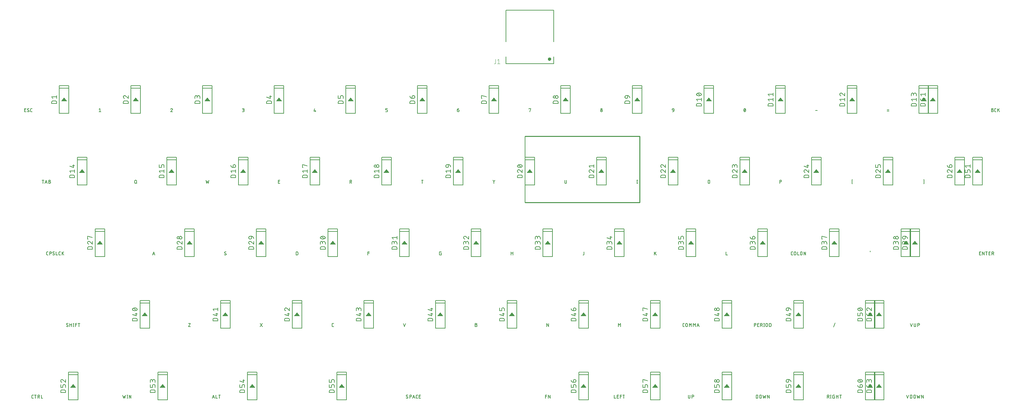
<source format=gbr>
G04 EAGLE Gerber RS-274X export*
G75*
%MOMM*%
%FSLAX34Y34*%
%LPD*%
%INSilkscreen Top*%
%IPPOS*%
%AMOC8*
5,1,8,0,0,1.08239X$1,22.5*%
G01*
%ADD10C,0.250000*%
%ADD11C,0.127000*%
%ADD12C,0.200000*%
%ADD13C,0.203200*%
%ADD14C,0.400000*%
%ADD15C,0.101600*%


D10*
X1511416Y678432D02*
X1816216Y678432D01*
X1816216Y679632D02*
X1816216Y855032D01*
X1511416Y855032D01*
D11*
X1511416Y679632D01*
X184518Y920135D02*
X180638Y920135D01*
X180638Y928865D01*
X184518Y928865D01*
X183548Y924985D02*
X180638Y924985D01*
X190725Y920135D02*
X190812Y920137D01*
X190899Y920143D01*
X190985Y920153D01*
X191071Y920166D01*
X191157Y920184D01*
X191241Y920205D01*
X191324Y920230D01*
X191407Y920259D01*
X191487Y920291D01*
X191567Y920327D01*
X191644Y920367D01*
X191720Y920410D01*
X191794Y920456D01*
X191865Y920506D01*
X191935Y920558D01*
X192001Y920614D01*
X192066Y920673D01*
X192127Y920734D01*
X192186Y920799D01*
X192242Y920865D01*
X192294Y920935D01*
X192344Y921006D01*
X192390Y921080D01*
X192433Y921156D01*
X192473Y921233D01*
X192509Y921313D01*
X192541Y921393D01*
X192570Y921476D01*
X192595Y921559D01*
X192616Y921643D01*
X192634Y921729D01*
X192647Y921815D01*
X192657Y921901D01*
X192663Y921988D01*
X192665Y922075D01*
X190725Y920135D02*
X190601Y920137D01*
X190476Y920143D01*
X190352Y920152D01*
X190228Y920165D01*
X190105Y920182D01*
X189982Y920203D01*
X189860Y920227D01*
X189739Y920255D01*
X189619Y920287D01*
X189500Y920323D01*
X189381Y920362D01*
X189264Y920404D01*
X189149Y920450D01*
X189035Y920500D01*
X188922Y920553D01*
X188811Y920609D01*
X188702Y920669D01*
X188595Y920732D01*
X188489Y920798D01*
X188386Y920868D01*
X188285Y920940D01*
X188186Y921016D01*
X188090Y921095D01*
X187996Y921176D01*
X187904Y921260D01*
X187815Y921347D01*
X188058Y926925D02*
X188060Y927012D01*
X188066Y927099D01*
X188076Y927185D01*
X188089Y927271D01*
X188107Y927357D01*
X188128Y927441D01*
X188153Y927524D01*
X188182Y927607D01*
X188214Y927687D01*
X188250Y927767D01*
X188290Y927844D01*
X188333Y927920D01*
X188379Y927994D01*
X188429Y928065D01*
X188481Y928135D01*
X188537Y928201D01*
X188596Y928266D01*
X188657Y928327D01*
X188722Y928386D01*
X188788Y928442D01*
X188858Y928494D01*
X188929Y928544D01*
X189003Y928590D01*
X189079Y928633D01*
X189156Y928673D01*
X189236Y928709D01*
X189316Y928741D01*
X189399Y928770D01*
X189482Y928795D01*
X189566Y928816D01*
X189652Y928834D01*
X189738Y928847D01*
X189824Y928857D01*
X189911Y928863D01*
X189998Y928865D01*
X189998Y928866D02*
X190115Y928864D01*
X190232Y928858D01*
X190349Y928849D01*
X190465Y928836D01*
X190581Y928819D01*
X190696Y928798D01*
X190810Y928774D01*
X190924Y928746D01*
X191037Y928715D01*
X191148Y928679D01*
X191259Y928641D01*
X191368Y928598D01*
X191476Y928552D01*
X191582Y928503D01*
X191686Y928450D01*
X191789Y928394D01*
X191890Y928335D01*
X191989Y928273D01*
X192086Y928207D01*
X192181Y928138D01*
X189028Y925228D02*
X188955Y925273D01*
X188885Y925321D01*
X188817Y925371D01*
X188751Y925425D01*
X188687Y925482D01*
X188626Y925541D01*
X188567Y925603D01*
X188511Y925668D01*
X188458Y925734D01*
X188408Y925803D01*
X188361Y925875D01*
X188318Y925948D01*
X188277Y926022D01*
X188239Y926099D01*
X188205Y926177D01*
X188175Y926257D01*
X188148Y926337D01*
X188124Y926419D01*
X188104Y926502D01*
X188087Y926586D01*
X188075Y926670D01*
X188065Y926755D01*
X188060Y926840D01*
X188058Y926925D01*
X191695Y923772D02*
X191768Y923727D01*
X191838Y923679D01*
X191906Y923629D01*
X191972Y923575D01*
X192036Y923518D01*
X192097Y923459D01*
X192156Y923397D01*
X192212Y923332D01*
X192265Y923266D01*
X192315Y923197D01*
X192362Y923125D01*
X192405Y923052D01*
X192446Y922978D01*
X192484Y922901D01*
X192518Y922823D01*
X192548Y922743D01*
X192575Y922663D01*
X192599Y922581D01*
X192619Y922498D01*
X192636Y922414D01*
X192648Y922330D01*
X192658Y922245D01*
X192663Y922160D01*
X192665Y922075D01*
X191695Y923773D02*
X189028Y925228D01*
X198422Y920135D02*
X200362Y920135D01*
X198422Y920135D02*
X198335Y920137D01*
X198248Y920143D01*
X198162Y920153D01*
X198076Y920166D01*
X197990Y920184D01*
X197906Y920205D01*
X197823Y920230D01*
X197740Y920259D01*
X197660Y920291D01*
X197580Y920327D01*
X197503Y920367D01*
X197427Y920410D01*
X197353Y920456D01*
X197282Y920506D01*
X197212Y920558D01*
X197146Y920614D01*
X197081Y920673D01*
X197020Y920734D01*
X196961Y920799D01*
X196905Y920865D01*
X196853Y920935D01*
X196803Y921006D01*
X196757Y921080D01*
X196714Y921156D01*
X196674Y921233D01*
X196638Y921313D01*
X196606Y921393D01*
X196577Y921476D01*
X196552Y921559D01*
X196531Y921643D01*
X196513Y921729D01*
X196500Y921815D01*
X196490Y921901D01*
X196484Y921988D01*
X196482Y922075D01*
X196482Y926925D01*
X196484Y927012D01*
X196490Y927099D01*
X196500Y927185D01*
X196513Y927271D01*
X196531Y927357D01*
X196552Y927441D01*
X196577Y927524D01*
X196606Y927607D01*
X196638Y927687D01*
X196674Y927767D01*
X196714Y927844D01*
X196757Y927920D01*
X196803Y927994D01*
X196853Y928065D01*
X196905Y928135D01*
X196961Y928201D01*
X197020Y928266D01*
X197081Y928327D01*
X197146Y928386D01*
X197212Y928442D01*
X197282Y928494D01*
X197353Y928544D01*
X197427Y928590D01*
X197503Y928633D01*
X197580Y928673D01*
X197660Y928709D01*
X197740Y928741D01*
X197823Y928770D01*
X197906Y928795D01*
X197990Y928816D01*
X198076Y928834D01*
X198162Y928847D01*
X198248Y928857D01*
X198335Y928863D01*
X198422Y928865D01*
X200362Y928865D01*
X378575Y926925D02*
X381000Y928865D01*
X381000Y920135D01*
X378575Y920135D02*
X383425Y920135D01*
X571743Y928866D02*
X571836Y928864D01*
X571928Y928858D01*
X572020Y928848D01*
X572112Y928835D01*
X572203Y928817D01*
X572293Y928796D01*
X572382Y928770D01*
X572470Y928741D01*
X572557Y928709D01*
X572642Y928672D01*
X572726Y928632D01*
X572808Y928589D01*
X572888Y928542D01*
X572965Y928492D01*
X573041Y928438D01*
X573114Y928381D01*
X573185Y928322D01*
X573254Y928259D01*
X573319Y928194D01*
X573382Y928125D01*
X573441Y928054D01*
X573498Y927981D01*
X573552Y927905D01*
X573602Y927828D01*
X573649Y927748D01*
X573692Y927666D01*
X573732Y927582D01*
X573769Y927497D01*
X573801Y927410D01*
X573830Y927322D01*
X573856Y927233D01*
X573877Y927143D01*
X573895Y927052D01*
X573908Y926960D01*
X573918Y926868D01*
X573924Y926776D01*
X573926Y926683D01*
X571743Y928865D02*
X571639Y928863D01*
X571536Y928857D01*
X571432Y928848D01*
X571330Y928834D01*
X571227Y928817D01*
X571126Y928796D01*
X571025Y928772D01*
X570925Y928743D01*
X570827Y928711D01*
X570729Y928675D01*
X570633Y928636D01*
X570539Y928593D01*
X570446Y928547D01*
X570355Y928497D01*
X570266Y928444D01*
X570179Y928388D01*
X570094Y928329D01*
X570011Y928266D01*
X569931Y928201D01*
X569853Y928132D01*
X569777Y928061D01*
X569705Y927987D01*
X569635Y927910D01*
X569568Y927831D01*
X569504Y927749D01*
X569443Y927665D01*
X569386Y927579D01*
X569331Y927491D01*
X569280Y927401D01*
X569232Y927309D01*
X569187Y927215D01*
X569147Y927120D01*
X569109Y927023D01*
X569075Y926925D01*
X573198Y924986D02*
X573265Y925052D01*
X573330Y925122D01*
X573391Y925194D01*
X573450Y925268D01*
X573506Y925345D01*
X573558Y925424D01*
X573608Y925505D01*
X573654Y925588D01*
X573696Y925673D01*
X573735Y925760D01*
X573771Y925848D01*
X573803Y925937D01*
X573831Y926028D01*
X573856Y926119D01*
X573877Y926212D01*
X573894Y926305D01*
X573908Y926399D01*
X573917Y926493D01*
X573923Y926588D01*
X573925Y926683D01*
X573198Y924985D02*
X569075Y920135D01*
X573925Y920135D01*
X759575Y920135D02*
X762000Y920135D01*
X762098Y920137D01*
X762195Y920143D01*
X762292Y920153D01*
X762389Y920166D01*
X762485Y920184D01*
X762580Y920205D01*
X762675Y920231D01*
X762768Y920260D01*
X762860Y920293D01*
X762951Y920329D01*
X763040Y920369D01*
X763127Y920413D01*
X763213Y920460D01*
X763296Y920510D01*
X763378Y920564D01*
X763457Y920621D01*
X763534Y920682D01*
X763608Y920745D01*
X763680Y920811D01*
X763749Y920880D01*
X763815Y920952D01*
X763878Y921026D01*
X763939Y921103D01*
X763996Y921182D01*
X764050Y921264D01*
X764100Y921348D01*
X764147Y921433D01*
X764191Y921520D01*
X764231Y921609D01*
X764267Y921700D01*
X764300Y921792D01*
X764329Y921885D01*
X764355Y921980D01*
X764376Y922075D01*
X764394Y922171D01*
X764407Y922268D01*
X764417Y922365D01*
X764423Y922462D01*
X764425Y922560D01*
X764423Y922658D01*
X764417Y922755D01*
X764407Y922852D01*
X764394Y922949D01*
X764376Y923045D01*
X764355Y923140D01*
X764329Y923235D01*
X764300Y923328D01*
X764267Y923420D01*
X764231Y923511D01*
X764191Y923600D01*
X764147Y923687D01*
X764100Y923773D01*
X764050Y923856D01*
X763996Y923938D01*
X763939Y924017D01*
X763878Y924094D01*
X763815Y924168D01*
X763749Y924240D01*
X763680Y924309D01*
X763608Y924375D01*
X763534Y924438D01*
X763457Y924499D01*
X763378Y924556D01*
X763296Y924610D01*
X763213Y924660D01*
X763127Y924707D01*
X763040Y924751D01*
X762951Y924791D01*
X762860Y924827D01*
X762768Y924860D01*
X762675Y924889D01*
X762580Y924915D01*
X762485Y924936D01*
X762389Y924954D01*
X762292Y924967D01*
X762195Y924977D01*
X762098Y924983D01*
X762000Y924985D01*
X762485Y928865D02*
X759575Y928865D01*
X762485Y928865D02*
X762572Y928863D01*
X762659Y928857D01*
X762745Y928847D01*
X762831Y928834D01*
X762917Y928816D01*
X763001Y928795D01*
X763084Y928770D01*
X763167Y928741D01*
X763247Y928709D01*
X763327Y928673D01*
X763404Y928633D01*
X763480Y928590D01*
X763554Y928544D01*
X763625Y928494D01*
X763695Y928442D01*
X763761Y928386D01*
X763826Y928327D01*
X763887Y928266D01*
X763946Y928201D01*
X764002Y928135D01*
X764054Y928065D01*
X764104Y927994D01*
X764150Y927920D01*
X764193Y927844D01*
X764233Y927767D01*
X764269Y927687D01*
X764301Y927607D01*
X764330Y927524D01*
X764355Y927441D01*
X764376Y927357D01*
X764394Y927271D01*
X764407Y927185D01*
X764417Y927099D01*
X764423Y927012D01*
X764425Y926925D01*
X764423Y926838D01*
X764417Y926751D01*
X764407Y926665D01*
X764394Y926579D01*
X764376Y926493D01*
X764355Y926409D01*
X764330Y926326D01*
X764301Y926243D01*
X764269Y926163D01*
X764233Y926083D01*
X764193Y926006D01*
X764150Y925930D01*
X764104Y925856D01*
X764054Y925785D01*
X764002Y925715D01*
X763946Y925649D01*
X763887Y925584D01*
X763826Y925523D01*
X763761Y925464D01*
X763695Y925408D01*
X763625Y925356D01*
X763554Y925306D01*
X763480Y925260D01*
X763404Y925217D01*
X763327Y925177D01*
X763247Y925141D01*
X763167Y925109D01*
X763084Y925080D01*
X763001Y925055D01*
X762917Y925034D01*
X762831Y925016D01*
X762745Y925003D01*
X762659Y924993D01*
X762572Y924987D01*
X762485Y924985D01*
X760545Y924985D01*
X950075Y922075D02*
X952015Y928865D01*
X950075Y922075D02*
X954925Y922075D01*
X953470Y924015D02*
X953470Y920135D01*
X1140575Y920135D02*
X1143485Y920135D01*
X1143572Y920137D01*
X1143659Y920143D01*
X1143745Y920153D01*
X1143831Y920166D01*
X1143917Y920184D01*
X1144001Y920205D01*
X1144084Y920230D01*
X1144167Y920259D01*
X1144247Y920291D01*
X1144327Y920327D01*
X1144404Y920367D01*
X1144480Y920410D01*
X1144554Y920456D01*
X1144625Y920506D01*
X1144695Y920558D01*
X1144761Y920614D01*
X1144826Y920673D01*
X1144887Y920734D01*
X1144946Y920799D01*
X1145002Y920865D01*
X1145054Y920935D01*
X1145104Y921006D01*
X1145150Y921080D01*
X1145193Y921156D01*
X1145233Y921233D01*
X1145269Y921313D01*
X1145301Y921393D01*
X1145330Y921476D01*
X1145355Y921559D01*
X1145376Y921643D01*
X1145394Y921729D01*
X1145407Y921815D01*
X1145417Y921901D01*
X1145423Y921988D01*
X1145425Y922075D01*
X1145425Y923045D01*
X1145423Y923132D01*
X1145417Y923219D01*
X1145407Y923305D01*
X1145394Y923391D01*
X1145376Y923477D01*
X1145355Y923561D01*
X1145330Y923644D01*
X1145301Y923727D01*
X1145269Y923807D01*
X1145233Y923887D01*
X1145193Y923964D01*
X1145150Y924040D01*
X1145104Y924114D01*
X1145054Y924185D01*
X1145002Y924255D01*
X1144946Y924321D01*
X1144887Y924386D01*
X1144826Y924447D01*
X1144761Y924506D01*
X1144695Y924562D01*
X1144625Y924614D01*
X1144554Y924664D01*
X1144480Y924710D01*
X1144404Y924753D01*
X1144327Y924793D01*
X1144247Y924829D01*
X1144167Y924861D01*
X1144084Y924890D01*
X1144001Y924915D01*
X1143917Y924936D01*
X1143831Y924954D01*
X1143745Y924967D01*
X1143659Y924977D01*
X1143572Y924983D01*
X1143485Y924985D01*
X1140575Y924985D01*
X1140575Y928865D01*
X1145425Y928865D01*
X1331075Y924985D02*
X1333985Y924985D01*
X1334072Y924983D01*
X1334159Y924977D01*
X1334245Y924967D01*
X1334331Y924954D01*
X1334417Y924936D01*
X1334501Y924915D01*
X1334584Y924890D01*
X1334667Y924861D01*
X1334747Y924829D01*
X1334827Y924793D01*
X1334904Y924753D01*
X1334980Y924710D01*
X1335054Y924664D01*
X1335125Y924614D01*
X1335195Y924562D01*
X1335261Y924506D01*
X1335326Y924447D01*
X1335387Y924386D01*
X1335446Y924321D01*
X1335502Y924255D01*
X1335554Y924185D01*
X1335604Y924114D01*
X1335650Y924040D01*
X1335693Y923964D01*
X1335733Y923887D01*
X1335769Y923807D01*
X1335801Y923727D01*
X1335830Y923644D01*
X1335855Y923561D01*
X1335876Y923477D01*
X1335894Y923391D01*
X1335907Y923305D01*
X1335917Y923219D01*
X1335923Y923132D01*
X1335925Y923045D01*
X1335925Y922560D01*
X1335923Y922462D01*
X1335917Y922365D01*
X1335907Y922268D01*
X1335894Y922171D01*
X1335876Y922075D01*
X1335855Y921980D01*
X1335829Y921885D01*
X1335800Y921792D01*
X1335767Y921700D01*
X1335731Y921609D01*
X1335691Y921520D01*
X1335647Y921433D01*
X1335600Y921348D01*
X1335550Y921264D01*
X1335496Y921182D01*
X1335439Y921103D01*
X1335378Y921026D01*
X1335315Y920952D01*
X1335249Y920880D01*
X1335180Y920811D01*
X1335108Y920745D01*
X1335034Y920682D01*
X1334957Y920621D01*
X1334878Y920564D01*
X1334796Y920510D01*
X1334713Y920460D01*
X1334627Y920413D01*
X1334540Y920369D01*
X1334451Y920329D01*
X1334360Y920293D01*
X1334268Y920260D01*
X1334175Y920231D01*
X1334080Y920205D01*
X1333985Y920184D01*
X1333889Y920166D01*
X1333792Y920153D01*
X1333695Y920143D01*
X1333598Y920137D01*
X1333500Y920135D01*
X1333402Y920137D01*
X1333305Y920143D01*
X1333208Y920153D01*
X1333111Y920166D01*
X1333015Y920184D01*
X1332920Y920205D01*
X1332825Y920231D01*
X1332732Y920260D01*
X1332640Y920293D01*
X1332549Y920329D01*
X1332460Y920369D01*
X1332373Y920413D01*
X1332288Y920460D01*
X1332204Y920510D01*
X1332122Y920564D01*
X1332043Y920621D01*
X1331966Y920682D01*
X1331892Y920745D01*
X1331820Y920811D01*
X1331751Y920880D01*
X1331685Y920952D01*
X1331622Y921026D01*
X1331561Y921103D01*
X1331504Y921182D01*
X1331450Y921264D01*
X1331400Y921348D01*
X1331353Y921433D01*
X1331309Y921520D01*
X1331269Y921609D01*
X1331233Y921700D01*
X1331200Y921792D01*
X1331171Y921885D01*
X1331145Y921980D01*
X1331124Y922075D01*
X1331106Y922171D01*
X1331093Y922268D01*
X1331083Y922365D01*
X1331077Y922462D01*
X1331075Y922560D01*
X1331075Y924985D01*
X1331077Y925107D01*
X1331083Y925229D01*
X1331092Y925350D01*
X1331106Y925471D01*
X1331123Y925592D01*
X1331144Y925712D01*
X1331168Y925831D01*
X1331197Y925950D01*
X1331229Y926067D01*
X1331265Y926184D01*
X1331304Y926299D01*
X1331347Y926413D01*
X1331394Y926526D01*
X1331444Y926637D01*
X1331498Y926746D01*
X1331555Y926854D01*
X1331615Y926960D01*
X1331679Y927064D01*
X1331746Y927166D01*
X1331816Y927266D01*
X1331889Y927363D01*
X1331965Y927458D01*
X1332045Y927551D01*
X1332127Y927641D01*
X1332211Y927729D01*
X1332299Y927813D01*
X1332389Y927895D01*
X1332482Y927975D01*
X1332577Y928051D01*
X1332674Y928124D01*
X1332774Y928194D01*
X1332876Y928261D01*
X1332980Y928325D01*
X1333086Y928385D01*
X1333194Y928442D01*
X1333303Y928496D01*
X1333414Y928546D01*
X1333527Y928593D01*
X1333641Y928636D01*
X1333756Y928675D01*
X1333873Y928711D01*
X1333990Y928743D01*
X1334109Y928772D01*
X1334228Y928796D01*
X1334348Y928817D01*
X1334469Y928834D01*
X1334590Y928848D01*
X1334711Y928857D01*
X1334833Y928863D01*
X1334955Y928865D01*
X1521575Y928865D02*
X1521575Y927895D01*
X1521575Y928865D02*
X1526425Y928865D01*
X1524000Y920135D01*
X1712075Y922560D02*
X1712077Y922658D01*
X1712083Y922755D01*
X1712093Y922852D01*
X1712106Y922949D01*
X1712124Y923045D01*
X1712145Y923140D01*
X1712171Y923235D01*
X1712200Y923328D01*
X1712233Y923420D01*
X1712269Y923511D01*
X1712309Y923600D01*
X1712353Y923687D01*
X1712400Y923773D01*
X1712450Y923856D01*
X1712504Y923938D01*
X1712561Y924017D01*
X1712622Y924094D01*
X1712685Y924168D01*
X1712751Y924240D01*
X1712820Y924309D01*
X1712892Y924375D01*
X1712966Y924438D01*
X1713043Y924499D01*
X1713122Y924556D01*
X1713204Y924610D01*
X1713288Y924660D01*
X1713373Y924707D01*
X1713460Y924751D01*
X1713549Y924791D01*
X1713640Y924827D01*
X1713732Y924860D01*
X1713825Y924889D01*
X1713920Y924915D01*
X1714015Y924936D01*
X1714111Y924954D01*
X1714208Y924967D01*
X1714305Y924977D01*
X1714402Y924983D01*
X1714500Y924985D01*
X1714598Y924983D01*
X1714695Y924977D01*
X1714792Y924967D01*
X1714889Y924954D01*
X1714985Y924936D01*
X1715080Y924915D01*
X1715175Y924889D01*
X1715268Y924860D01*
X1715360Y924827D01*
X1715451Y924791D01*
X1715540Y924751D01*
X1715627Y924707D01*
X1715713Y924660D01*
X1715796Y924610D01*
X1715878Y924556D01*
X1715957Y924499D01*
X1716034Y924438D01*
X1716108Y924375D01*
X1716180Y924309D01*
X1716249Y924240D01*
X1716315Y924168D01*
X1716378Y924094D01*
X1716439Y924017D01*
X1716496Y923938D01*
X1716550Y923856D01*
X1716600Y923773D01*
X1716647Y923687D01*
X1716691Y923600D01*
X1716731Y923511D01*
X1716767Y923420D01*
X1716800Y923328D01*
X1716829Y923235D01*
X1716855Y923140D01*
X1716876Y923045D01*
X1716894Y922949D01*
X1716907Y922852D01*
X1716917Y922755D01*
X1716923Y922658D01*
X1716925Y922560D01*
X1716923Y922462D01*
X1716917Y922365D01*
X1716907Y922268D01*
X1716894Y922171D01*
X1716876Y922075D01*
X1716855Y921980D01*
X1716829Y921885D01*
X1716800Y921792D01*
X1716767Y921700D01*
X1716731Y921609D01*
X1716691Y921520D01*
X1716647Y921433D01*
X1716600Y921348D01*
X1716550Y921264D01*
X1716496Y921182D01*
X1716439Y921103D01*
X1716378Y921026D01*
X1716315Y920952D01*
X1716249Y920880D01*
X1716180Y920811D01*
X1716108Y920745D01*
X1716034Y920682D01*
X1715957Y920621D01*
X1715878Y920564D01*
X1715796Y920510D01*
X1715713Y920460D01*
X1715627Y920413D01*
X1715540Y920369D01*
X1715451Y920329D01*
X1715360Y920293D01*
X1715268Y920260D01*
X1715175Y920231D01*
X1715080Y920205D01*
X1714985Y920184D01*
X1714889Y920166D01*
X1714792Y920153D01*
X1714695Y920143D01*
X1714598Y920137D01*
X1714500Y920135D01*
X1714402Y920137D01*
X1714305Y920143D01*
X1714208Y920153D01*
X1714111Y920166D01*
X1714015Y920184D01*
X1713920Y920205D01*
X1713825Y920231D01*
X1713732Y920260D01*
X1713640Y920293D01*
X1713549Y920329D01*
X1713460Y920369D01*
X1713373Y920413D01*
X1713288Y920460D01*
X1713204Y920510D01*
X1713122Y920564D01*
X1713043Y920621D01*
X1712966Y920682D01*
X1712892Y920745D01*
X1712820Y920811D01*
X1712751Y920880D01*
X1712685Y920952D01*
X1712622Y921026D01*
X1712561Y921103D01*
X1712504Y921182D01*
X1712450Y921264D01*
X1712400Y921348D01*
X1712353Y921433D01*
X1712309Y921520D01*
X1712269Y921609D01*
X1712233Y921700D01*
X1712200Y921792D01*
X1712171Y921885D01*
X1712145Y921980D01*
X1712124Y922075D01*
X1712106Y922171D01*
X1712093Y922268D01*
X1712083Y922365D01*
X1712077Y922462D01*
X1712075Y922560D01*
X1712560Y926925D02*
X1712562Y927012D01*
X1712568Y927099D01*
X1712578Y927185D01*
X1712591Y927271D01*
X1712609Y927357D01*
X1712630Y927441D01*
X1712655Y927524D01*
X1712684Y927607D01*
X1712716Y927687D01*
X1712752Y927767D01*
X1712792Y927844D01*
X1712835Y927920D01*
X1712881Y927994D01*
X1712931Y928065D01*
X1712983Y928135D01*
X1713039Y928201D01*
X1713098Y928266D01*
X1713159Y928327D01*
X1713224Y928386D01*
X1713290Y928442D01*
X1713360Y928494D01*
X1713431Y928544D01*
X1713505Y928590D01*
X1713581Y928633D01*
X1713658Y928673D01*
X1713738Y928709D01*
X1713818Y928741D01*
X1713901Y928770D01*
X1713984Y928795D01*
X1714068Y928816D01*
X1714154Y928834D01*
X1714240Y928847D01*
X1714326Y928857D01*
X1714413Y928863D01*
X1714500Y928865D01*
X1714587Y928863D01*
X1714674Y928857D01*
X1714760Y928847D01*
X1714846Y928834D01*
X1714932Y928816D01*
X1715016Y928795D01*
X1715099Y928770D01*
X1715182Y928741D01*
X1715262Y928709D01*
X1715342Y928673D01*
X1715419Y928633D01*
X1715495Y928590D01*
X1715569Y928544D01*
X1715640Y928494D01*
X1715710Y928442D01*
X1715776Y928386D01*
X1715841Y928327D01*
X1715902Y928266D01*
X1715961Y928201D01*
X1716017Y928135D01*
X1716069Y928065D01*
X1716119Y927994D01*
X1716165Y927920D01*
X1716208Y927844D01*
X1716248Y927767D01*
X1716284Y927687D01*
X1716316Y927607D01*
X1716345Y927524D01*
X1716370Y927441D01*
X1716391Y927357D01*
X1716409Y927271D01*
X1716422Y927185D01*
X1716432Y927099D01*
X1716438Y927012D01*
X1716440Y926925D01*
X1716438Y926838D01*
X1716432Y926751D01*
X1716422Y926665D01*
X1716409Y926579D01*
X1716391Y926493D01*
X1716370Y926409D01*
X1716345Y926326D01*
X1716316Y926243D01*
X1716284Y926163D01*
X1716248Y926083D01*
X1716208Y926006D01*
X1716165Y925930D01*
X1716119Y925856D01*
X1716069Y925785D01*
X1716017Y925715D01*
X1715961Y925649D01*
X1715902Y925584D01*
X1715841Y925523D01*
X1715776Y925464D01*
X1715710Y925408D01*
X1715640Y925356D01*
X1715569Y925306D01*
X1715495Y925260D01*
X1715419Y925217D01*
X1715342Y925177D01*
X1715262Y925141D01*
X1715182Y925109D01*
X1715099Y925080D01*
X1715016Y925055D01*
X1714932Y925034D01*
X1714846Y925016D01*
X1714760Y925003D01*
X1714674Y924993D01*
X1714587Y924987D01*
X1714500Y924985D01*
X1714413Y924987D01*
X1714326Y924993D01*
X1714240Y925003D01*
X1714154Y925016D01*
X1714068Y925034D01*
X1713984Y925055D01*
X1713901Y925080D01*
X1713818Y925109D01*
X1713738Y925141D01*
X1713658Y925177D01*
X1713581Y925217D01*
X1713505Y925260D01*
X1713431Y925306D01*
X1713360Y925356D01*
X1713290Y925408D01*
X1713224Y925464D01*
X1713159Y925523D01*
X1713098Y925584D01*
X1713039Y925649D01*
X1712983Y925715D01*
X1712931Y925785D01*
X1712881Y925856D01*
X1712835Y925930D01*
X1712792Y926006D01*
X1712752Y926083D01*
X1712716Y926163D01*
X1712684Y926243D01*
X1712655Y926326D01*
X1712630Y926409D01*
X1712609Y926493D01*
X1712591Y926579D01*
X1712578Y926665D01*
X1712568Y926751D01*
X1712562Y926838D01*
X1712560Y926925D01*
X1904515Y924015D02*
X1907425Y924015D01*
X1904515Y924015D02*
X1904428Y924017D01*
X1904341Y924023D01*
X1904255Y924033D01*
X1904169Y924046D01*
X1904083Y924064D01*
X1903999Y924085D01*
X1903916Y924110D01*
X1903833Y924139D01*
X1903753Y924171D01*
X1903673Y924207D01*
X1903596Y924247D01*
X1903520Y924290D01*
X1903446Y924336D01*
X1903375Y924386D01*
X1903305Y924438D01*
X1903239Y924494D01*
X1903174Y924553D01*
X1903113Y924614D01*
X1903054Y924679D01*
X1902998Y924745D01*
X1902946Y924815D01*
X1902896Y924886D01*
X1902850Y924960D01*
X1902807Y925036D01*
X1902767Y925113D01*
X1902731Y925193D01*
X1902699Y925273D01*
X1902670Y925356D01*
X1902645Y925439D01*
X1902624Y925523D01*
X1902606Y925609D01*
X1902593Y925695D01*
X1902583Y925781D01*
X1902577Y925868D01*
X1902575Y925955D01*
X1902575Y926440D01*
X1902577Y926538D01*
X1902583Y926635D01*
X1902593Y926732D01*
X1902606Y926829D01*
X1902624Y926925D01*
X1902645Y927020D01*
X1902671Y927115D01*
X1902700Y927208D01*
X1902733Y927300D01*
X1902769Y927391D01*
X1902809Y927480D01*
X1902853Y927567D01*
X1902900Y927653D01*
X1902950Y927736D01*
X1903004Y927818D01*
X1903061Y927897D01*
X1903122Y927974D01*
X1903185Y928048D01*
X1903251Y928120D01*
X1903320Y928189D01*
X1903392Y928255D01*
X1903466Y928318D01*
X1903543Y928379D01*
X1903622Y928436D01*
X1903704Y928490D01*
X1903788Y928540D01*
X1903873Y928587D01*
X1903960Y928631D01*
X1904049Y928671D01*
X1904140Y928707D01*
X1904232Y928740D01*
X1904325Y928769D01*
X1904420Y928795D01*
X1904515Y928816D01*
X1904611Y928834D01*
X1904708Y928847D01*
X1904805Y928857D01*
X1904902Y928863D01*
X1905000Y928865D01*
X1905098Y928863D01*
X1905195Y928857D01*
X1905292Y928847D01*
X1905389Y928834D01*
X1905485Y928816D01*
X1905580Y928795D01*
X1905675Y928769D01*
X1905768Y928740D01*
X1905860Y928707D01*
X1905951Y928671D01*
X1906040Y928631D01*
X1906127Y928587D01*
X1906213Y928540D01*
X1906296Y928490D01*
X1906378Y928436D01*
X1906457Y928379D01*
X1906534Y928318D01*
X1906608Y928255D01*
X1906680Y928189D01*
X1906749Y928120D01*
X1906815Y928048D01*
X1906878Y927974D01*
X1906939Y927897D01*
X1906996Y927818D01*
X1907050Y927736D01*
X1907100Y927653D01*
X1907147Y927567D01*
X1907191Y927480D01*
X1907231Y927391D01*
X1907267Y927300D01*
X1907300Y927208D01*
X1907329Y927115D01*
X1907355Y927020D01*
X1907376Y926925D01*
X1907394Y926829D01*
X1907407Y926732D01*
X1907417Y926635D01*
X1907423Y926538D01*
X1907425Y926440D01*
X1907425Y924015D01*
X1907423Y923893D01*
X1907417Y923771D01*
X1907408Y923650D01*
X1907394Y923529D01*
X1907377Y923408D01*
X1907356Y923288D01*
X1907332Y923169D01*
X1907303Y923050D01*
X1907271Y922933D01*
X1907235Y922816D01*
X1907196Y922701D01*
X1907153Y922587D01*
X1907106Y922474D01*
X1907056Y922363D01*
X1907002Y922254D01*
X1906945Y922146D01*
X1906885Y922040D01*
X1906821Y921936D01*
X1906754Y921834D01*
X1906684Y921734D01*
X1906611Y921637D01*
X1906535Y921542D01*
X1906455Y921449D01*
X1906373Y921359D01*
X1906289Y921271D01*
X1906201Y921187D01*
X1906111Y921105D01*
X1906018Y921025D01*
X1905923Y920949D01*
X1905826Y920876D01*
X1905726Y920806D01*
X1905624Y920739D01*
X1905520Y920675D01*
X1905414Y920615D01*
X1905306Y920558D01*
X1905197Y920504D01*
X1905086Y920454D01*
X1904973Y920407D01*
X1904859Y920364D01*
X1904744Y920325D01*
X1904627Y920289D01*
X1904510Y920257D01*
X1904391Y920228D01*
X1904272Y920204D01*
X1904152Y920183D01*
X1904031Y920166D01*
X1903910Y920152D01*
X1903789Y920143D01*
X1903667Y920137D01*
X1903545Y920135D01*
X2093075Y924500D02*
X2093077Y924672D01*
X2093083Y924843D01*
X2093093Y925015D01*
X2093108Y925186D01*
X2093126Y925357D01*
X2093149Y925527D01*
X2093175Y925697D01*
X2093206Y925866D01*
X2093240Y926034D01*
X2093279Y926201D01*
X2093322Y926368D01*
X2093368Y926533D01*
X2093419Y926697D01*
X2093473Y926860D01*
X2093531Y927021D01*
X2093593Y927182D01*
X2093659Y927340D01*
X2093729Y927497D01*
X2093802Y927652D01*
X2093802Y927653D02*
X2093831Y927731D01*
X2093863Y927807D01*
X2093898Y927881D01*
X2093937Y927954D01*
X2093979Y928025D01*
X2094025Y928093D01*
X2094073Y928160D01*
X2094125Y928224D01*
X2094179Y928286D01*
X2094236Y928346D01*
X2094296Y928402D01*
X2094359Y928456D01*
X2094423Y928507D01*
X2094491Y928555D01*
X2094560Y928600D01*
X2094631Y928642D01*
X2094704Y928680D01*
X2094779Y928715D01*
X2094855Y928746D01*
X2094933Y928774D01*
X2095011Y928798D01*
X2095091Y928819D01*
X2095172Y928836D01*
X2095253Y928849D01*
X2095335Y928858D01*
X2095418Y928864D01*
X2095500Y928866D01*
X2095582Y928864D01*
X2095665Y928858D01*
X2095747Y928849D01*
X2095828Y928836D01*
X2095909Y928819D01*
X2095989Y928798D01*
X2096067Y928774D01*
X2096145Y928746D01*
X2096221Y928715D01*
X2096296Y928680D01*
X2096369Y928642D01*
X2096440Y928600D01*
X2096509Y928555D01*
X2096577Y928507D01*
X2096641Y928456D01*
X2096704Y928402D01*
X2096764Y928346D01*
X2096821Y928286D01*
X2096875Y928224D01*
X2096927Y928160D01*
X2096975Y928093D01*
X2097021Y928025D01*
X2097063Y927954D01*
X2097102Y927881D01*
X2097137Y927807D01*
X2097169Y927731D01*
X2097198Y927653D01*
X2097198Y927652D02*
X2097271Y927497D01*
X2097341Y927340D01*
X2097407Y927182D01*
X2097469Y927021D01*
X2097527Y926860D01*
X2097581Y926697D01*
X2097632Y926533D01*
X2097678Y926368D01*
X2097721Y926201D01*
X2097760Y926034D01*
X2097794Y925866D01*
X2097825Y925697D01*
X2097851Y925527D01*
X2097874Y925357D01*
X2097892Y925186D01*
X2097907Y925015D01*
X2097917Y924843D01*
X2097923Y924672D01*
X2097925Y924500D01*
X2093075Y924500D02*
X2093077Y924328D01*
X2093083Y924157D01*
X2093093Y923985D01*
X2093108Y923814D01*
X2093126Y923643D01*
X2093149Y923473D01*
X2093175Y923303D01*
X2093206Y923134D01*
X2093240Y922966D01*
X2093279Y922799D01*
X2093322Y922632D01*
X2093368Y922467D01*
X2093419Y922303D01*
X2093473Y922140D01*
X2093531Y921979D01*
X2093593Y921818D01*
X2093659Y921660D01*
X2093729Y921503D01*
X2093802Y921348D01*
X2093831Y921270D01*
X2093863Y921194D01*
X2093898Y921120D01*
X2093937Y921047D01*
X2093979Y920976D01*
X2094025Y920908D01*
X2094073Y920841D01*
X2094125Y920777D01*
X2094179Y920715D01*
X2094236Y920655D01*
X2094296Y920599D01*
X2094359Y920545D01*
X2094423Y920494D01*
X2094491Y920446D01*
X2094560Y920401D01*
X2094631Y920359D01*
X2094704Y920321D01*
X2094779Y920286D01*
X2094855Y920255D01*
X2094933Y920227D01*
X2095011Y920203D01*
X2095091Y920182D01*
X2095172Y920165D01*
X2095253Y920152D01*
X2095335Y920143D01*
X2095418Y920137D01*
X2095500Y920135D01*
X2097198Y921348D02*
X2097271Y921503D01*
X2097341Y921660D01*
X2097407Y921818D01*
X2097469Y921979D01*
X2097527Y922140D01*
X2097581Y922303D01*
X2097632Y922467D01*
X2097678Y922632D01*
X2097721Y922799D01*
X2097760Y922966D01*
X2097794Y923134D01*
X2097825Y923303D01*
X2097851Y923473D01*
X2097874Y923643D01*
X2097892Y923814D01*
X2097907Y923985D01*
X2097917Y924157D01*
X2097923Y924328D01*
X2097925Y924500D01*
X2097198Y921348D02*
X2097169Y921270D01*
X2097137Y921194D01*
X2097102Y921120D01*
X2097063Y921047D01*
X2097021Y920976D01*
X2096975Y920908D01*
X2096927Y920841D01*
X2096875Y920777D01*
X2096821Y920715D01*
X2096764Y920655D01*
X2096704Y920599D01*
X2096641Y920545D01*
X2096577Y920494D01*
X2096509Y920446D01*
X2096440Y920401D01*
X2096369Y920359D01*
X2096296Y920321D01*
X2096221Y920286D01*
X2096145Y920255D01*
X2096067Y920227D01*
X2095989Y920203D01*
X2095909Y920182D01*
X2095828Y920165D01*
X2095747Y920152D01*
X2095665Y920143D01*
X2095582Y920137D01*
X2095500Y920135D01*
X2093560Y922075D02*
X2097440Y926925D01*
X2283090Y923530D02*
X2288910Y923530D01*
X229189Y738365D02*
X229189Y729635D01*
X226764Y738365D02*
X231614Y738365D01*
X237589Y738365D02*
X234679Y729635D01*
X240499Y729635D02*
X237589Y738365D01*
X239771Y731818D02*
X235406Y731818D01*
X244636Y734485D02*
X247061Y734485D01*
X247159Y734483D01*
X247256Y734477D01*
X247353Y734467D01*
X247450Y734454D01*
X247546Y734436D01*
X247641Y734415D01*
X247736Y734389D01*
X247829Y734360D01*
X247921Y734327D01*
X248012Y734291D01*
X248101Y734251D01*
X248188Y734207D01*
X248274Y734160D01*
X248357Y734110D01*
X248439Y734056D01*
X248518Y733999D01*
X248595Y733938D01*
X248669Y733875D01*
X248741Y733809D01*
X248810Y733740D01*
X248876Y733668D01*
X248939Y733594D01*
X249000Y733517D01*
X249057Y733438D01*
X249111Y733356D01*
X249161Y733273D01*
X249208Y733187D01*
X249252Y733100D01*
X249292Y733011D01*
X249328Y732920D01*
X249361Y732828D01*
X249390Y732735D01*
X249416Y732640D01*
X249437Y732545D01*
X249455Y732449D01*
X249468Y732352D01*
X249478Y732255D01*
X249484Y732158D01*
X249486Y732060D01*
X249484Y731962D01*
X249478Y731865D01*
X249468Y731768D01*
X249455Y731671D01*
X249437Y731575D01*
X249416Y731480D01*
X249390Y731385D01*
X249361Y731292D01*
X249328Y731200D01*
X249292Y731109D01*
X249252Y731020D01*
X249208Y730933D01*
X249161Y730848D01*
X249111Y730764D01*
X249057Y730682D01*
X249000Y730603D01*
X248939Y730526D01*
X248876Y730452D01*
X248810Y730380D01*
X248741Y730311D01*
X248669Y730245D01*
X248595Y730182D01*
X248518Y730121D01*
X248439Y730064D01*
X248357Y730010D01*
X248274Y729960D01*
X248188Y729913D01*
X248101Y729869D01*
X248012Y729829D01*
X247921Y729793D01*
X247829Y729760D01*
X247736Y729731D01*
X247641Y729705D01*
X247546Y729684D01*
X247450Y729666D01*
X247353Y729653D01*
X247256Y729643D01*
X247159Y729637D01*
X247061Y729635D01*
X244636Y729635D01*
X244636Y738365D01*
X247061Y738365D01*
X247148Y738363D01*
X247235Y738357D01*
X247321Y738347D01*
X247407Y738334D01*
X247493Y738316D01*
X247577Y738295D01*
X247660Y738270D01*
X247743Y738241D01*
X247823Y738209D01*
X247903Y738173D01*
X247980Y738133D01*
X248056Y738090D01*
X248130Y738044D01*
X248201Y737994D01*
X248271Y737942D01*
X248337Y737886D01*
X248402Y737827D01*
X248463Y737766D01*
X248522Y737701D01*
X248578Y737635D01*
X248630Y737565D01*
X248680Y737494D01*
X248726Y737420D01*
X248769Y737344D01*
X248809Y737267D01*
X248845Y737187D01*
X248877Y737107D01*
X248906Y737024D01*
X248931Y736941D01*
X248952Y736857D01*
X248970Y736771D01*
X248983Y736685D01*
X248993Y736599D01*
X248999Y736512D01*
X249001Y736425D01*
X248999Y736338D01*
X248993Y736251D01*
X248983Y736165D01*
X248970Y736079D01*
X248952Y735993D01*
X248931Y735909D01*
X248906Y735826D01*
X248877Y735743D01*
X248845Y735663D01*
X248809Y735583D01*
X248769Y735506D01*
X248726Y735430D01*
X248680Y735356D01*
X248630Y735285D01*
X248578Y735215D01*
X248522Y735149D01*
X248463Y735084D01*
X248402Y735023D01*
X248337Y734964D01*
X248271Y734908D01*
X248201Y734856D01*
X248130Y734806D01*
X248056Y734760D01*
X247980Y734717D01*
X247903Y734677D01*
X247823Y734641D01*
X247743Y734609D01*
X247660Y734580D01*
X247577Y734555D01*
X247493Y734534D01*
X247407Y734516D01*
X247321Y734503D01*
X247235Y734493D01*
X247148Y734487D01*
X247061Y734485D01*
X473340Y735940D02*
X473340Y732060D01*
X473340Y735940D02*
X473342Y736038D01*
X473348Y736135D01*
X473358Y736232D01*
X473371Y736329D01*
X473389Y736425D01*
X473410Y736520D01*
X473436Y736615D01*
X473465Y736708D01*
X473498Y736800D01*
X473534Y736891D01*
X473574Y736980D01*
X473618Y737067D01*
X473665Y737153D01*
X473715Y737236D01*
X473769Y737318D01*
X473826Y737397D01*
X473887Y737474D01*
X473950Y737548D01*
X474016Y737620D01*
X474085Y737689D01*
X474157Y737755D01*
X474231Y737818D01*
X474308Y737879D01*
X474387Y737936D01*
X474469Y737990D01*
X474553Y738040D01*
X474638Y738087D01*
X474725Y738131D01*
X474814Y738171D01*
X474905Y738207D01*
X474997Y738240D01*
X475090Y738269D01*
X475185Y738295D01*
X475280Y738316D01*
X475376Y738334D01*
X475473Y738347D01*
X475570Y738357D01*
X475667Y738363D01*
X475765Y738365D01*
X475863Y738363D01*
X475960Y738357D01*
X476057Y738347D01*
X476154Y738334D01*
X476250Y738316D01*
X476345Y738295D01*
X476440Y738269D01*
X476533Y738240D01*
X476625Y738207D01*
X476716Y738171D01*
X476805Y738131D01*
X476892Y738087D01*
X476978Y738040D01*
X477061Y737990D01*
X477143Y737936D01*
X477222Y737879D01*
X477299Y737818D01*
X477373Y737755D01*
X477445Y737689D01*
X477514Y737620D01*
X477580Y737548D01*
X477643Y737474D01*
X477704Y737397D01*
X477761Y737318D01*
X477815Y737236D01*
X477865Y737153D01*
X477912Y737067D01*
X477956Y736980D01*
X477996Y736891D01*
X478032Y736800D01*
X478065Y736708D01*
X478094Y736615D01*
X478120Y736520D01*
X478141Y736425D01*
X478159Y736329D01*
X478172Y736232D01*
X478182Y736135D01*
X478188Y736038D01*
X478190Y735940D01*
X478190Y732060D01*
X478188Y731962D01*
X478182Y731865D01*
X478172Y731768D01*
X478159Y731671D01*
X478141Y731575D01*
X478120Y731480D01*
X478094Y731385D01*
X478065Y731292D01*
X478032Y731200D01*
X477996Y731109D01*
X477956Y731020D01*
X477912Y730933D01*
X477865Y730848D01*
X477815Y730764D01*
X477761Y730682D01*
X477704Y730603D01*
X477643Y730526D01*
X477580Y730452D01*
X477514Y730380D01*
X477445Y730311D01*
X477373Y730245D01*
X477299Y730182D01*
X477222Y730121D01*
X477143Y730064D01*
X477061Y730010D01*
X476978Y729960D01*
X476892Y729913D01*
X476805Y729869D01*
X476716Y729829D01*
X476625Y729793D01*
X476533Y729760D01*
X476440Y729731D01*
X476345Y729705D01*
X476250Y729684D01*
X476154Y729666D01*
X476057Y729653D01*
X475960Y729643D01*
X475863Y729637D01*
X475765Y729635D01*
X475667Y729637D01*
X475570Y729643D01*
X475473Y729653D01*
X475376Y729666D01*
X475280Y729684D01*
X475185Y729705D01*
X475090Y729731D01*
X474997Y729760D01*
X474905Y729793D01*
X474814Y729829D01*
X474725Y729869D01*
X474638Y729913D01*
X474553Y729960D01*
X474469Y730010D01*
X474387Y730064D01*
X474308Y730121D01*
X474231Y730182D01*
X474157Y730245D01*
X474085Y730311D01*
X474016Y730380D01*
X473950Y730452D01*
X473887Y730526D01*
X473826Y730603D01*
X473769Y730682D01*
X473715Y730764D01*
X473665Y730848D01*
X473618Y730933D01*
X473574Y731020D01*
X473534Y731109D01*
X473498Y731200D01*
X473465Y731292D01*
X473436Y731385D01*
X473410Y731480D01*
X473389Y731575D01*
X473371Y731671D01*
X473358Y731768D01*
X473348Y731865D01*
X473342Y731962D01*
X473340Y732060D01*
X477220Y731575D02*
X479160Y729635D01*
X662870Y738365D02*
X664810Y729635D01*
X666750Y735455D01*
X668690Y729635D01*
X670630Y738365D01*
X855310Y729635D02*
X859190Y729635D01*
X855310Y729635D02*
X855310Y738365D01*
X859190Y738365D01*
X858220Y734485D02*
X855310Y734485D01*
X1045325Y738365D02*
X1045325Y729635D01*
X1045325Y738365D02*
X1047750Y738365D01*
X1047848Y738363D01*
X1047945Y738357D01*
X1048042Y738347D01*
X1048139Y738334D01*
X1048235Y738316D01*
X1048330Y738295D01*
X1048425Y738269D01*
X1048518Y738240D01*
X1048610Y738207D01*
X1048701Y738171D01*
X1048790Y738131D01*
X1048877Y738087D01*
X1048963Y738040D01*
X1049046Y737990D01*
X1049128Y737936D01*
X1049207Y737879D01*
X1049284Y737818D01*
X1049358Y737755D01*
X1049430Y737689D01*
X1049499Y737620D01*
X1049565Y737548D01*
X1049628Y737474D01*
X1049689Y737397D01*
X1049746Y737318D01*
X1049800Y737236D01*
X1049850Y737153D01*
X1049897Y737067D01*
X1049941Y736980D01*
X1049981Y736891D01*
X1050017Y736800D01*
X1050050Y736708D01*
X1050079Y736615D01*
X1050105Y736520D01*
X1050126Y736425D01*
X1050144Y736329D01*
X1050157Y736232D01*
X1050167Y736135D01*
X1050173Y736038D01*
X1050175Y735940D01*
X1050173Y735842D01*
X1050167Y735745D01*
X1050157Y735648D01*
X1050144Y735551D01*
X1050126Y735455D01*
X1050105Y735360D01*
X1050079Y735265D01*
X1050050Y735172D01*
X1050017Y735080D01*
X1049981Y734989D01*
X1049941Y734900D01*
X1049897Y734813D01*
X1049850Y734728D01*
X1049800Y734644D01*
X1049746Y734562D01*
X1049689Y734483D01*
X1049628Y734406D01*
X1049565Y734332D01*
X1049499Y734260D01*
X1049430Y734191D01*
X1049358Y734125D01*
X1049284Y734062D01*
X1049207Y734001D01*
X1049128Y733944D01*
X1049046Y733890D01*
X1048963Y733840D01*
X1048877Y733793D01*
X1048790Y733749D01*
X1048701Y733709D01*
X1048610Y733673D01*
X1048518Y733640D01*
X1048425Y733611D01*
X1048330Y733585D01*
X1048235Y733564D01*
X1048139Y733546D01*
X1048042Y733533D01*
X1047945Y733523D01*
X1047848Y733517D01*
X1047750Y733515D01*
X1045325Y733515D01*
X1048235Y733515D02*
X1050175Y729635D01*
X1238250Y729635D02*
X1238250Y738365D01*
X1235825Y738365D02*
X1240675Y738365D01*
X1425840Y738365D02*
X1428750Y734243D01*
X1431660Y738365D01*
X1428750Y734243D02*
X1428750Y729635D01*
X1616825Y732060D02*
X1616825Y738365D01*
X1616825Y732060D02*
X1616827Y731962D01*
X1616833Y731865D01*
X1616843Y731768D01*
X1616856Y731671D01*
X1616874Y731575D01*
X1616895Y731480D01*
X1616921Y731385D01*
X1616950Y731292D01*
X1616983Y731200D01*
X1617019Y731109D01*
X1617059Y731020D01*
X1617103Y730933D01*
X1617150Y730848D01*
X1617200Y730764D01*
X1617254Y730682D01*
X1617311Y730603D01*
X1617372Y730526D01*
X1617435Y730452D01*
X1617501Y730380D01*
X1617570Y730311D01*
X1617642Y730245D01*
X1617716Y730182D01*
X1617793Y730121D01*
X1617872Y730064D01*
X1617954Y730010D01*
X1618038Y729960D01*
X1618123Y729913D01*
X1618210Y729869D01*
X1618299Y729829D01*
X1618390Y729793D01*
X1618482Y729760D01*
X1618575Y729731D01*
X1618670Y729705D01*
X1618765Y729684D01*
X1618861Y729666D01*
X1618958Y729653D01*
X1619055Y729643D01*
X1619152Y729637D01*
X1619250Y729635D01*
X1619348Y729637D01*
X1619445Y729643D01*
X1619542Y729653D01*
X1619639Y729666D01*
X1619735Y729684D01*
X1619830Y729705D01*
X1619925Y729731D01*
X1620018Y729760D01*
X1620110Y729793D01*
X1620201Y729829D01*
X1620290Y729869D01*
X1620377Y729913D01*
X1620463Y729960D01*
X1620546Y730010D01*
X1620628Y730064D01*
X1620707Y730121D01*
X1620784Y730182D01*
X1620858Y730245D01*
X1620930Y730311D01*
X1620999Y730380D01*
X1621065Y730452D01*
X1621128Y730526D01*
X1621189Y730603D01*
X1621246Y730682D01*
X1621300Y730764D01*
X1621350Y730848D01*
X1621397Y730933D01*
X1621441Y731020D01*
X1621481Y731109D01*
X1621517Y731200D01*
X1621550Y731292D01*
X1621579Y731385D01*
X1621605Y731480D01*
X1621626Y731575D01*
X1621644Y731671D01*
X1621657Y731768D01*
X1621667Y731865D01*
X1621673Y731962D01*
X1621675Y732060D01*
X1621675Y738365D01*
X1809750Y738365D02*
X1809750Y729635D01*
X1808780Y729635D02*
X1810720Y729635D01*
X1810720Y738365D02*
X1808780Y738365D01*
X1997825Y735940D02*
X1997825Y732060D01*
X1997825Y735940D02*
X1997827Y736038D01*
X1997833Y736135D01*
X1997843Y736232D01*
X1997856Y736329D01*
X1997874Y736425D01*
X1997895Y736520D01*
X1997921Y736615D01*
X1997950Y736708D01*
X1997983Y736800D01*
X1998019Y736891D01*
X1998059Y736980D01*
X1998103Y737067D01*
X1998150Y737153D01*
X1998200Y737236D01*
X1998254Y737318D01*
X1998311Y737397D01*
X1998372Y737474D01*
X1998435Y737548D01*
X1998501Y737620D01*
X1998570Y737689D01*
X1998642Y737755D01*
X1998716Y737818D01*
X1998793Y737879D01*
X1998872Y737936D01*
X1998954Y737990D01*
X1999038Y738040D01*
X1999123Y738087D01*
X1999210Y738131D01*
X1999299Y738171D01*
X1999390Y738207D01*
X1999482Y738240D01*
X1999575Y738269D01*
X1999670Y738295D01*
X1999765Y738316D01*
X1999861Y738334D01*
X1999958Y738347D01*
X2000055Y738357D01*
X2000152Y738363D01*
X2000250Y738365D01*
X2000348Y738363D01*
X2000445Y738357D01*
X2000542Y738347D01*
X2000639Y738334D01*
X2000735Y738316D01*
X2000830Y738295D01*
X2000925Y738269D01*
X2001018Y738240D01*
X2001110Y738207D01*
X2001201Y738171D01*
X2001290Y738131D01*
X2001377Y738087D01*
X2001463Y738040D01*
X2001546Y737990D01*
X2001628Y737936D01*
X2001707Y737879D01*
X2001784Y737818D01*
X2001858Y737755D01*
X2001930Y737689D01*
X2001999Y737620D01*
X2002065Y737548D01*
X2002128Y737474D01*
X2002189Y737397D01*
X2002246Y737318D01*
X2002300Y737236D01*
X2002350Y737153D01*
X2002397Y737067D01*
X2002441Y736980D01*
X2002481Y736891D01*
X2002517Y736800D01*
X2002550Y736708D01*
X2002579Y736615D01*
X2002605Y736520D01*
X2002626Y736425D01*
X2002644Y736329D01*
X2002657Y736232D01*
X2002667Y736135D01*
X2002673Y736038D01*
X2002675Y735940D01*
X2002675Y732060D01*
X2002673Y731962D01*
X2002667Y731865D01*
X2002657Y731768D01*
X2002644Y731671D01*
X2002626Y731575D01*
X2002605Y731480D01*
X2002579Y731385D01*
X2002550Y731292D01*
X2002517Y731200D01*
X2002481Y731109D01*
X2002441Y731020D01*
X2002397Y730933D01*
X2002350Y730848D01*
X2002300Y730764D01*
X2002246Y730682D01*
X2002189Y730603D01*
X2002128Y730526D01*
X2002065Y730452D01*
X2001999Y730380D01*
X2001930Y730311D01*
X2001858Y730245D01*
X2001784Y730182D01*
X2001707Y730121D01*
X2001628Y730064D01*
X2001546Y730010D01*
X2001463Y729960D01*
X2001377Y729913D01*
X2001290Y729869D01*
X2001201Y729829D01*
X2001110Y729793D01*
X2001018Y729760D01*
X2000925Y729731D01*
X2000830Y729705D01*
X2000735Y729684D01*
X2000639Y729666D01*
X2000542Y729653D01*
X2000445Y729643D01*
X2000348Y729637D01*
X2000250Y729635D01*
X2000152Y729637D01*
X2000055Y729643D01*
X1999958Y729653D01*
X1999861Y729666D01*
X1999765Y729684D01*
X1999670Y729705D01*
X1999575Y729731D01*
X1999482Y729760D01*
X1999390Y729793D01*
X1999299Y729829D01*
X1999210Y729869D01*
X1999123Y729913D01*
X1999038Y729960D01*
X1998954Y730010D01*
X1998872Y730064D01*
X1998793Y730121D01*
X1998716Y730182D01*
X1998642Y730245D01*
X1998570Y730311D01*
X1998501Y730380D01*
X1998435Y730452D01*
X1998372Y730526D01*
X1998311Y730603D01*
X1998254Y730682D01*
X1998200Y730764D01*
X1998150Y730848D01*
X1998103Y730933D01*
X1998059Y731020D01*
X1998019Y731109D01*
X1997983Y731200D01*
X1997950Y731292D01*
X1997921Y731385D01*
X1997895Y731480D01*
X1997874Y731575D01*
X1997856Y731671D01*
X1997843Y731768D01*
X1997833Y731865D01*
X1997827Y731962D01*
X1997825Y732060D01*
X2188325Y729635D02*
X2188325Y738365D01*
X2190750Y738365D01*
X2190848Y738363D01*
X2190945Y738357D01*
X2191042Y738347D01*
X2191139Y738334D01*
X2191235Y738316D01*
X2191330Y738295D01*
X2191425Y738269D01*
X2191518Y738240D01*
X2191610Y738207D01*
X2191701Y738171D01*
X2191790Y738131D01*
X2191877Y738087D01*
X2191963Y738040D01*
X2192046Y737990D01*
X2192128Y737936D01*
X2192207Y737879D01*
X2192284Y737818D01*
X2192358Y737755D01*
X2192430Y737689D01*
X2192499Y737620D01*
X2192565Y737548D01*
X2192628Y737474D01*
X2192689Y737397D01*
X2192746Y737318D01*
X2192800Y737236D01*
X2192850Y737153D01*
X2192897Y737067D01*
X2192941Y736980D01*
X2192981Y736891D01*
X2193017Y736800D01*
X2193050Y736708D01*
X2193079Y736615D01*
X2193105Y736520D01*
X2193126Y736425D01*
X2193144Y736329D01*
X2193157Y736232D01*
X2193167Y736135D01*
X2193173Y736038D01*
X2193175Y735940D01*
X2193173Y735842D01*
X2193167Y735745D01*
X2193157Y735648D01*
X2193144Y735551D01*
X2193126Y735455D01*
X2193105Y735360D01*
X2193079Y735265D01*
X2193050Y735172D01*
X2193017Y735080D01*
X2192981Y734989D01*
X2192941Y734900D01*
X2192897Y734813D01*
X2192850Y734728D01*
X2192800Y734644D01*
X2192746Y734562D01*
X2192689Y734483D01*
X2192628Y734406D01*
X2192565Y734332D01*
X2192499Y734260D01*
X2192430Y734191D01*
X2192358Y734125D01*
X2192284Y734062D01*
X2192207Y734001D01*
X2192128Y733944D01*
X2192046Y733890D01*
X2191963Y733840D01*
X2191877Y733793D01*
X2191790Y733749D01*
X2191701Y733709D01*
X2191610Y733673D01*
X2191518Y733640D01*
X2191425Y733611D01*
X2191330Y733585D01*
X2191235Y733564D01*
X2191139Y733546D01*
X2191042Y733533D01*
X2190945Y733523D01*
X2190848Y733517D01*
X2190750Y733515D01*
X2188325Y733515D01*
X2380523Y728665D02*
X2381978Y728665D01*
X2380523Y728665D02*
X2380523Y739335D01*
X2381978Y739335D01*
X2571023Y739335D02*
X2572478Y739335D01*
X2572478Y728665D01*
X2571023Y728665D01*
X243039Y539135D02*
X241099Y539135D01*
X241012Y539137D01*
X240925Y539143D01*
X240839Y539153D01*
X240753Y539166D01*
X240667Y539184D01*
X240583Y539205D01*
X240500Y539230D01*
X240417Y539259D01*
X240337Y539291D01*
X240257Y539327D01*
X240180Y539367D01*
X240104Y539410D01*
X240030Y539456D01*
X239959Y539506D01*
X239889Y539558D01*
X239823Y539614D01*
X239758Y539673D01*
X239697Y539734D01*
X239638Y539799D01*
X239582Y539865D01*
X239530Y539935D01*
X239480Y540006D01*
X239434Y540080D01*
X239391Y540156D01*
X239351Y540233D01*
X239315Y540313D01*
X239283Y540393D01*
X239254Y540476D01*
X239229Y540559D01*
X239208Y540643D01*
X239190Y540729D01*
X239177Y540815D01*
X239167Y540901D01*
X239161Y540988D01*
X239159Y541075D01*
X239159Y545925D01*
X239161Y546012D01*
X239167Y546099D01*
X239177Y546185D01*
X239190Y546271D01*
X239208Y546357D01*
X239229Y546441D01*
X239254Y546524D01*
X239283Y546607D01*
X239315Y546687D01*
X239351Y546767D01*
X239391Y546844D01*
X239434Y546920D01*
X239480Y546994D01*
X239530Y547065D01*
X239582Y547135D01*
X239638Y547201D01*
X239697Y547266D01*
X239758Y547327D01*
X239823Y547386D01*
X239889Y547442D01*
X239959Y547494D01*
X240030Y547544D01*
X240104Y547590D01*
X240180Y547633D01*
X240257Y547673D01*
X240337Y547709D01*
X240417Y547741D01*
X240500Y547770D01*
X240583Y547795D01*
X240667Y547816D01*
X240753Y547834D01*
X240839Y547847D01*
X240925Y547857D01*
X241012Y547863D01*
X241099Y547865D01*
X243039Y547865D01*
X247166Y547865D02*
X247166Y539135D01*
X247166Y547865D02*
X249591Y547865D01*
X249689Y547863D01*
X249786Y547857D01*
X249883Y547847D01*
X249980Y547834D01*
X250076Y547816D01*
X250171Y547795D01*
X250266Y547769D01*
X250359Y547740D01*
X250451Y547707D01*
X250542Y547671D01*
X250631Y547631D01*
X250718Y547587D01*
X250804Y547540D01*
X250887Y547490D01*
X250969Y547436D01*
X251048Y547379D01*
X251125Y547318D01*
X251199Y547255D01*
X251271Y547189D01*
X251340Y547120D01*
X251406Y547048D01*
X251469Y546974D01*
X251530Y546897D01*
X251587Y546818D01*
X251641Y546736D01*
X251691Y546653D01*
X251738Y546567D01*
X251782Y546480D01*
X251822Y546391D01*
X251858Y546300D01*
X251891Y546208D01*
X251920Y546115D01*
X251946Y546020D01*
X251967Y545925D01*
X251985Y545829D01*
X251998Y545732D01*
X252008Y545635D01*
X252014Y545538D01*
X252016Y545440D01*
X252014Y545342D01*
X252008Y545245D01*
X251998Y545148D01*
X251985Y545051D01*
X251967Y544955D01*
X251946Y544860D01*
X251920Y544765D01*
X251891Y544672D01*
X251858Y544580D01*
X251822Y544489D01*
X251782Y544400D01*
X251738Y544313D01*
X251691Y544228D01*
X251641Y544144D01*
X251587Y544062D01*
X251530Y543983D01*
X251469Y543906D01*
X251406Y543832D01*
X251340Y543760D01*
X251271Y543691D01*
X251199Y543625D01*
X251125Y543562D01*
X251048Y543501D01*
X250969Y543444D01*
X250887Y543390D01*
X250804Y543340D01*
X250718Y543293D01*
X250631Y543249D01*
X250542Y543209D01*
X250451Y543173D01*
X250359Y543140D01*
X250266Y543111D01*
X250171Y543085D01*
X250076Y543064D01*
X249980Y543046D01*
X249883Y543033D01*
X249786Y543023D01*
X249689Y543017D01*
X249591Y543015D01*
X247166Y543015D01*
X258303Y539135D02*
X258390Y539137D01*
X258477Y539143D01*
X258563Y539153D01*
X258649Y539166D01*
X258735Y539184D01*
X258819Y539205D01*
X258902Y539230D01*
X258985Y539259D01*
X259065Y539291D01*
X259145Y539327D01*
X259222Y539367D01*
X259298Y539410D01*
X259372Y539456D01*
X259443Y539506D01*
X259513Y539558D01*
X259579Y539614D01*
X259644Y539673D01*
X259705Y539734D01*
X259764Y539799D01*
X259820Y539865D01*
X259872Y539935D01*
X259922Y540006D01*
X259968Y540080D01*
X260011Y540156D01*
X260051Y540233D01*
X260087Y540313D01*
X260119Y540393D01*
X260148Y540476D01*
X260173Y540559D01*
X260194Y540643D01*
X260212Y540729D01*
X260225Y540815D01*
X260235Y540901D01*
X260241Y540988D01*
X260243Y541075D01*
X258303Y539135D02*
X258179Y539137D01*
X258054Y539143D01*
X257930Y539152D01*
X257806Y539165D01*
X257683Y539182D01*
X257560Y539203D01*
X257438Y539227D01*
X257317Y539255D01*
X257197Y539287D01*
X257078Y539323D01*
X256959Y539362D01*
X256842Y539404D01*
X256727Y539450D01*
X256613Y539500D01*
X256500Y539553D01*
X256389Y539609D01*
X256280Y539669D01*
X256173Y539732D01*
X256067Y539798D01*
X255964Y539868D01*
X255863Y539940D01*
X255764Y540016D01*
X255668Y540095D01*
X255574Y540176D01*
X255482Y540260D01*
X255393Y540347D01*
X255636Y545925D02*
X255638Y546012D01*
X255644Y546099D01*
X255654Y546185D01*
X255667Y546271D01*
X255685Y546357D01*
X255706Y546441D01*
X255731Y546524D01*
X255760Y546607D01*
X255792Y546687D01*
X255828Y546767D01*
X255868Y546844D01*
X255911Y546920D01*
X255957Y546994D01*
X256007Y547065D01*
X256059Y547135D01*
X256115Y547201D01*
X256174Y547266D01*
X256235Y547327D01*
X256300Y547386D01*
X256366Y547442D01*
X256436Y547494D01*
X256507Y547544D01*
X256581Y547590D01*
X256657Y547633D01*
X256734Y547673D01*
X256814Y547709D01*
X256894Y547741D01*
X256977Y547770D01*
X257060Y547795D01*
X257144Y547816D01*
X257230Y547834D01*
X257316Y547847D01*
X257402Y547857D01*
X257489Y547863D01*
X257576Y547865D01*
X257576Y547866D02*
X257693Y547864D01*
X257810Y547858D01*
X257927Y547849D01*
X258043Y547836D01*
X258159Y547819D01*
X258274Y547798D01*
X258388Y547774D01*
X258502Y547746D01*
X258615Y547715D01*
X258726Y547679D01*
X258837Y547641D01*
X258946Y547598D01*
X259054Y547552D01*
X259160Y547503D01*
X259264Y547450D01*
X259367Y547394D01*
X259468Y547335D01*
X259567Y547273D01*
X259664Y547207D01*
X259759Y547138D01*
X256606Y544228D02*
X256533Y544273D01*
X256463Y544321D01*
X256395Y544371D01*
X256329Y544425D01*
X256265Y544482D01*
X256204Y544541D01*
X256145Y544603D01*
X256089Y544668D01*
X256036Y544734D01*
X255986Y544803D01*
X255939Y544875D01*
X255896Y544948D01*
X255855Y545022D01*
X255817Y545099D01*
X255783Y545177D01*
X255753Y545257D01*
X255726Y545337D01*
X255702Y545419D01*
X255682Y545502D01*
X255665Y545586D01*
X255653Y545670D01*
X255643Y545755D01*
X255638Y545840D01*
X255636Y545925D01*
X259273Y542772D02*
X259346Y542727D01*
X259416Y542679D01*
X259484Y542629D01*
X259550Y542575D01*
X259614Y542518D01*
X259675Y542459D01*
X259734Y542397D01*
X259790Y542332D01*
X259843Y542266D01*
X259893Y542197D01*
X259940Y542125D01*
X259983Y542052D01*
X260024Y541978D01*
X260062Y541901D01*
X260096Y541823D01*
X260126Y541743D01*
X260153Y541663D01*
X260177Y541581D01*
X260197Y541498D01*
X260214Y541414D01*
X260226Y541330D01*
X260236Y541245D01*
X260241Y541160D01*
X260243Y541075D01*
X259273Y542773D02*
X256606Y544228D01*
X264416Y547865D02*
X264416Y539135D01*
X268296Y539135D01*
X273799Y539135D02*
X275739Y539135D01*
X273799Y539135D02*
X273712Y539137D01*
X273625Y539143D01*
X273539Y539153D01*
X273453Y539166D01*
X273367Y539184D01*
X273283Y539205D01*
X273200Y539230D01*
X273117Y539259D01*
X273037Y539291D01*
X272957Y539327D01*
X272880Y539367D01*
X272804Y539410D01*
X272730Y539456D01*
X272659Y539506D01*
X272589Y539558D01*
X272523Y539614D01*
X272458Y539673D01*
X272397Y539734D01*
X272338Y539799D01*
X272282Y539865D01*
X272230Y539935D01*
X272180Y540006D01*
X272134Y540080D01*
X272091Y540156D01*
X272051Y540233D01*
X272015Y540313D01*
X271983Y540393D01*
X271954Y540476D01*
X271929Y540559D01*
X271908Y540643D01*
X271890Y540729D01*
X271877Y540815D01*
X271867Y540901D01*
X271861Y540988D01*
X271859Y541075D01*
X271859Y545925D01*
X271861Y546012D01*
X271867Y546099D01*
X271877Y546185D01*
X271890Y546271D01*
X271908Y546357D01*
X271929Y546441D01*
X271954Y546524D01*
X271983Y546607D01*
X272015Y546687D01*
X272051Y546767D01*
X272091Y546844D01*
X272134Y546920D01*
X272180Y546994D01*
X272230Y547065D01*
X272282Y547135D01*
X272338Y547201D01*
X272397Y547266D01*
X272458Y547327D01*
X272523Y547386D01*
X272589Y547442D01*
X272659Y547494D01*
X272730Y547544D01*
X272804Y547590D01*
X272880Y547633D01*
X272957Y547673D01*
X273037Y547709D01*
X273117Y547741D01*
X273200Y547770D01*
X273283Y547795D01*
X273367Y547816D01*
X273453Y547834D01*
X273539Y547847D01*
X273625Y547857D01*
X273712Y547863D01*
X273799Y547865D01*
X275739Y547865D01*
X279866Y547865D02*
X279866Y539135D01*
X279866Y542530D02*
X284716Y547865D01*
X281806Y544470D02*
X284716Y539135D01*
X520965Y539135D02*
X523875Y547865D01*
X526785Y539135D01*
X526058Y541318D02*
X521693Y541318D01*
X714860Y539135D02*
X714947Y539137D01*
X715034Y539143D01*
X715120Y539153D01*
X715206Y539166D01*
X715292Y539184D01*
X715376Y539205D01*
X715459Y539230D01*
X715542Y539259D01*
X715622Y539291D01*
X715702Y539327D01*
X715779Y539367D01*
X715855Y539410D01*
X715929Y539456D01*
X716000Y539506D01*
X716070Y539558D01*
X716136Y539614D01*
X716201Y539673D01*
X716262Y539734D01*
X716321Y539799D01*
X716377Y539865D01*
X716429Y539935D01*
X716479Y540006D01*
X716525Y540080D01*
X716568Y540156D01*
X716608Y540233D01*
X716644Y540313D01*
X716676Y540393D01*
X716705Y540476D01*
X716730Y540559D01*
X716751Y540643D01*
X716769Y540729D01*
X716782Y540815D01*
X716792Y540901D01*
X716798Y540988D01*
X716800Y541075D01*
X714860Y539135D02*
X714736Y539137D01*
X714611Y539143D01*
X714487Y539152D01*
X714363Y539165D01*
X714240Y539182D01*
X714117Y539203D01*
X713995Y539227D01*
X713874Y539255D01*
X713754Y539287D01*
X713635Y539323D01*
X713516Y539362D01*
X713399Y539404D01*
X713284Y539450D01*
X713170Y539500D01*
X713057Y539553D01*
X712946Y539609D01*
X712837Y539669D01*
X712730Y539732D01*
X712624Y539798D01*
X712521Y539868D01*
X712420Y539940D01*
X712321Y540016D01*
X712225Y540095D01*
X712131Y540176D01*
X712039Y540260D01*
X711950Y540347D01*
X712193Y545925D02*
X712195Y546012D01*
X712201Y546099D01*
X712211Y546185D01*
X712224Y546271D01*
X712242Y546357D01*
X712263Y546441D01*
X712288Y546524D01*
X712317Y546607D01*
X712349Y546687D01*
X712385Y546767D01*
X712425Y546844D01*
X712468Y546920D01*
X712514Y546994D01*
X712564Y547065D01*
X712616Y547135D01*
X712672Y547201D01*
X712731Y547266D01*
X712792Y547327D01*
X712857Y547386D01*
X712923Y547442D01*
X712993Y547494D01*
X713064Y547544D01*
X713138Y547590D01*
X713214Y547633D01*
X713291Y547673D01*
X713371Y547709D01*
X713451Y547741D01*
X713534Y547770D01*
X713617Y547795D01*
X713701Y547816D01*
X713787Y547834D01*
X713873Y547847D01*
X713959Y547857D01*
X714046Y547863D01*
X714133Y547865D01*
X714133Y547866D02*
X714250Y547864D01*
X714367Y547858D01*
X714484Y547849D01*
X714600Y547836D01*
X714716Y547819D01*
X714831Y547798D01*
X714945Y547774D01*
X715059Y547746D01*
X715172Y547715D01*
X715283Y547679D01*
X715394Y547641D01*
X715503Y547598D01*
X715611Y547552D01*
X715717Y547503D01*
X715821Y547450D01*
X715924Y547394D01*
X716025Y547335D01*
X716124Y547273D01*
X716221Y547207D01*
X716316Y547138D01*
X713163Y544228D02*
X713090Y544273D01*
X713020Y544321D01*
X712952Y544371D01*
X712886Y544425D01*
X712822Y544482D01*
X712761Y544541D01*
X712702Y544603D01*
X712646Y544668D01*
X712593Y544734D01*
X712543Y544803D01*
X712496Y544875D01*
X712453Y544948D01*
X712412Y545022D01*
X712374Y545099D01*
X712340Y545177D01*
X712310Y545257D01*
X712283Y545337D01*
X712259Y545419D01*
X712239Y545502D01*
X712222Y545586D01*
X712210Y545670D01*
X712200Y545755D01*
X712195Y545840D01*
X712193Y545925D01*
X715830Y542772D02*
X715903Y542727D01*
X715973Y542679D01*
X716041Y542629D01*
X716107Y542575D01*
X716171Y542518D01*
X716232Y542459D01*
X716291Y542397D01*
X716347Y542332D01*
X716400Y542266D01*
X716450Y542197D01*
X716497Y542125D01*
X716540Y542052D01*
X716581Y541978D01*
X716619Y541901D01*
X716653Y541823D01*
X716683Y541743D01*
X716710Y541663D01*
X716734Y541581D01*
X716754Y541498D01*
X716771Y541414D01*
X716783Y541330D01*
X716793Y541245D01*
X716798Y541160D01*
X716800Y541075D01*
X715830Y542773D02*
X713163Y544228D01*
X902450Y547865D02*
X902450Y539135D01*
X902450Y547865D02*
X904875Y547865D01*
X904973Y547863D01*
X905070Y547857D01*
X905167Y547847D01*
X905264Y547834D01*
X905360Y547816D01*
X905455Y547795D01*
X905550Y547769D01*
X905643Y547740D01*
X905735Y547707D01*
X905826Y547671D01*
X905915Y547631D01*
X906002Y547587D01*
X906088Y547540D01*
X906171Y547490D01*
X906253Y547436D01*
X906332Y547379D01*
X906409Y547318D01*
X906483Y547255D01*
X906555Y547189D01*
X906624Y547120D01*
X906690Y547048D01*
X906753Y546974D01*
X906814Y546897D01*
X906871Y546818D01*
X906925Y546736D01*
X906975Y546653D01*
X907022Y546567D01*
X907066Y546480D01*
X907106Y546391D01*
X907142Y546300D01*
X907175Y546208D01*
X907204Y546115D01*
X907230Y546020D01*
X907251Y545925D01*
X907269Y545829D01*
X907282Y545732D01*
X907292Y545635D01*
X907298Y545538D01*
X907300Y545440D01*
X907300Y541560D01*
X907298Y541462D01*
X907292Y541365D01*
X907282Y541268D01*
X907269Y541171D01*
X907251Y541075D01*
X907230Y540980D01*
X907204Y540885D01*
X907175Y540792D01*
X907142Y540700D01*
X907106Y540609D01*
X907066Y540520D01*
X907022Y540433D01*
X906975Y540348D01*
X906925Y540264D01*
X906871Y540182D01*
X906814Y540103D01*
X906753Y540026D01*
X906690Y539952D01*
X906624Y539880D01*
X906555Y539811D01*
X906483Y539745D01*
X906409Y539682D01*
X906332Y539621D01*
X906253Y539564D01*
X906171Y539510D01*
X906088Y539460D01*
X906002Y539413D01*
X905915Y539369D01*
X905826Y539329D01*
X905735Y539293D01*
X905643Y539260D01*
X905550Y539231D01*
X905455Y539205D01*
X905360Y539184D01*
X905264Y539166D01*
X905167Y539153D01*
X905070Y539143D01*
X904973Y539137D01*
X904875Y539135D01*
X902450Y539135D01*
X1093435Y539135D02*
X1093435Y547865D01*
X1097315Y547865D01*
X1097315Y543985D02*
X1093435Y543985D01*
X1286845Y543985D02*
X1288300Y543985D01*
X1288300Y539135D01*
X1285390Y539135D01*
X1285303Y539137D01*
X1285216Y539143D01*
X1285130Y539153D01*
X1285044Y539166D01*
X1284958Y539184D01*
X1284874Y539205D01*
X1284791Y539230D01*
X1284708Y539259D01*
X1284628Y539291D01*
X1284548Y539327D01*
X1284471Y539367D01*
X1284395Y539410D01*
X1284321Y539456D01*
X1284250Y539506D01*
X1284180Y539558D01*
X1284114Y539614D01*
X1284049Y539673D01*
X1283988Y539734D01*
X1283929Y539799D01*
X1283873Y539865D01*
X1283821Y539935D01*
X1283771Y540006D01*
X1283725Y540080D01*
X1283682Y540156D01*
X1283642Y540233D01*
X1283606Y540313D01*
X1283574Y540393D01*
X1283545Y540476D01*
X1283520Y540559D01*
X1283499Y540643D01*
X1283481Y540729D01*
X1283468Y540815D01*
X1283458Y540901D01*
X1283452Y540988D01*
X1283450Y541075D01*
X1283450Y545925D01*
X1283452Y546012D01*
X1283458Y546099D01*
X1283468Y546185D01*
X1283481Y546271D01*
X1283499Y546357D01*
X1283520Y546441D01*
X1283545Y546524D01*
X1283574Y546607D01*
X1283606Y546687D01*
X1283642Y546767D01*
X1283682Y546844D01*
X1283725Y546920D01*
X1283771Y546994D01*
X1283821Y547065D01*
X1283873Y547135D01*
X1283929Y547201D01*
X1283988Y547266D01*
X1284049Y547327D01*
X1284114Y547386D01*
X1284180Y547442D01*
X1284250Y547494D01*
X1284321Y547544D01*
X1284395Y547590D01*
X1284471Y547633D01*
X1284548Y547673D01*
X1284628Y547709D01*
X1284708Y547741D01*
X1284791Y547770D01*
X1284874Y547795D01*
X1284958Y547816D01*
X1285044Y547834D01*
X1285130Y547847D01*
X1285216Y547857D01*
X1285303Y547863D01*
X1285390Y547865D01*
X1288300Y547865D01*
X1473950Y547865D02*
X1473950Y539135D01*
X1473950Y543985D02*
X1478800Y543985D01*
X1478800Y547865D02*
X1478800Y539135D01*
X1668330Y541075D02*
X1668330Y547865D01*
X1668330Y541075D02*
X1668328Y540988D01*
X1668322Y540901D01*
X1668312Y540815D01*
X1668299Y540729D01*
X1668281Y540643D01*
X1668260Y540559D01*
X1668235Y540476D01*
X1668206Y540393D01*
X1668174Y540313D01*
X1668138Y540233D01*
X1668098Y540156D01*
X1668055Y540080D01*
X1668009Y540006D01*
X1667959Y539935D01*
X1667907Y539865D01*
X1667851Y539799D01*
X1667792Y539734D01*
X1667731Y539673D01*
X1667666Y539614D01*
X1667600Y539558D01*
X1667530Y539506D01*
X1667459Y539456D01*
X1667385Y539410D01*
X1667309Y539367D01*
X1667232Y539327D01*
X1667152Y539291D01*
X1667072Y539259D01*
X1666989Y539230D01*
X1666906Y539205D01*
X1666822Y539184D01*
X1666736Y539166D01*
X1666650Y539153D01*
X1666564Y539143D01*
X1666477Y539137D01*
X1666390Y539135D01*
X1665420Y539135D01*
X1854950Y539135D02*
X1854950Y547865D01*
X1859800Y547865D02*
X1854950Y542530D01*
X1856890Y544470D02*
X1859800Y539135D01*
X2045935Y539135D02*
X2045935Y547865D01*
X2045935Y539135D02*
X2049815Y539135D01*
X2221073Y539135D02*
X2223013Y539135D01*
X2221073Y539135D02*
X2220986Y539137D01*
X2220899Y539143D01*
X2220813Y539153D01*
X2220727Y539166D01*
X2220641Y539184D01*
X2220557Y539205D01*
X2220474Y539230D01*
X2220391Y539259D01*
X2220311Y539291D01*
X2220231Y539327D01*
X2220154Y539367D01*
X2220078Y539410D01*
X2220004Y539456D01*
X2219933Y539506D01*
X2219863Y539558D01*
X2219797Y539614D01*
X2219732Y539673D01*
X2219671Y539734D01*
X2219612Y539799D01*
X2219556Y539865D01*
X2219504Y539935D01*
X2219454Y540006D01*
X2219408Y540080D01*
X2219365Y540156D01*
X2219325Y540233D01*
X2219289Y540313D01*
X2219257Y540393D01*
X2219228Y540476D01*
X2219203Y540559D01*
X2219182Y540643D01*
X2219164Y540729D01*
X2219151Y540815D01*
X2219141Y540901D01*
X2219135Y540988D01*
X2219133Y541075D01*
X2219133Y545925D01*
X2219135Y546012D01*
X2219141Y546099D01*
X2219151Y546185D01*
X2219164Y546271D01*
X2219182Y546357D01*
X2219203Y546441D01*
X2219228Y546524D01*
X2219257Y546607D01*
X2219289Y546687D01*
X2219325Y546767D01*
X2219365Y546844D01*
X2219408Y546920D01*
X2219454Y546994D01*
X2219504Y547065D01*
X2219556Y547135D01*
X2219612Y547201D01*
X2219671Y547266D01*
X2219732Y547327D01*
X2219797Y547386D01*
X2219863Y547442D01*
X2219933Y547494D01*
X2220004Y547544D01*
X2220078Y547590D01*
X2220154Y547633D01*
X2220231Y547673D01*
X2220311Y547709D01*
X2220391Y547741D01*
X2220474Y547770D01*
X2220557Y547795D01*
X2220641Y547816D01*
X2220727Y547834D01*
X2220813Y547847D01*
X2220899Y547857D01*
X2220986Y547863D01*
X2221073Y547865D01*
X2223013Y547865D01*
X2226667Y545440D02*
X2226667Y541560D01*
X2226667Y545440D02*
X2226669Y545538D01*
X2226675Y545635D01*
X2226685Y545732D01*
X2226698Y545829D01*
X2226716Y545925D01*
X2226737Y546020D01*
X2226763Y546115D01*
X2226792Y546208D01*
X2226825Y546300D01*
X2226861Y546391D01*
X2226901Y546480D01*
X2226945Y546567D01*
X2226992Y546653D01*
X2227042Y546736D01*
X2227096Y546818D01*
X2227153Y546897D01*
X2227214Y546974D01*
X2227277Y547048D01*
X2227343Y547120D01*
X2227412Y547189D01*
X2227484Y547255D01*
X2227558Y547318D01*
X2227635Y547379D01*
X2227714Y547436D01*
X2227796Y547490D01*
X2227880Y547540D01*
X2227965Y547587D01*
X2228052Y547631D01*
X2228141Y547671D01*
X2228232Y547707D01*
X2228324Y547740D01*
X2228417Y547769D01*
X2228512Y547795D01*
X2228607Y547816D01*
X2228703Y547834D01*
X2228800Y547847D01*
X2228897Y547857D01*
X2228994Y547863D01*
X2229092Y547865D01*
X2229190Y547863D01*
X2229287Y547857D01*
X2229384Y547847D01*
X2229481Y547834D01*
X2229577Y547816D01*
X2229672Y547795D01*
X2229767Y547769D01*
X2229860Y547740D01*
X2229952Y547707D01*
X2230043Y547671D01*
X2230132Y547631D01*
X2230219Y547587D01*
X2230305Y547540D01*
X2230388Y547490D01*
X2230470Y547436D01*
X2230549Y547379D01*
X2230626Y547318D01*
X2230700Y547255D01*
X2230772Y547189D01*
X2230841Y547120D01*
X2230907Y547048D01*
X2230970Y546974D01*
X2231031Y546897D01*
X2231088Y546818D01*
X2231142Y546736D01*
X2231192Y546653D01*
X2231239Y546567D01*
X2231283Y546480D01*
X2231323Y546391D01*
X2231359Y546300D01*
X2231392Y546208D01*
X2231421Y546115D01*
X2231447Y546020D01*
X2231468Y545925D01*
X2231486Y545829D01*
X2231499Y545732D01*
X2231509Y545635D01*
X2231515Y545538D01*
X2231517Y545440D01*
X2231517Y541560D01*
X2231515Y541462D01*
X2231509Y541365D01*
X2231499Y541268D01*
X2231486Y541171D01*
X2231468Y541075D01*
X2231447Y540980D01*
X2231421Y540885D01*
X2231392Y540792D01*
X2231359Y540700D01*
X2231323Y540609D01*
X2231283Y540520D01*
X2231239Y540433D01*
X2231192Y540348D01*
X2231142Y540264D01*
X2231088Y540182D01*
X2231031Y540103D01*
X2230970Y540026D01*
X2230907Y539952D01*
X2230841Y539880D01*
X2230772Y539811D01*
X2230700Y539745D01*
X2230626Y539682D01*
X2230549Y539621D01*
X2230470Y539564D01*
X2230388Y539510D01*
X2230305Y539460D01*
X2230219Y539413D01*
X2230132Y539369D01*
X2230043Y539329D01*
X2229952Y539293D01*
X2229860Y539260D01*
X2229767Y539231D01*
X2229672Y539205D01*
X2229577Y539184D01*
X2229481Y539166D01*
X2229384Y539153D01*
X2229287Y539143D01*
X2229190Y539137D01*
X2229092Y539135D01*
X2228994Y539137D01*
X2228897Y539143D01*
X2228800Y539153D01*
X2228703Y539166D01*
X2228607Y539184D01*
X2228512Y539205D01*
X2228417Y539231D01*
X2228324Y539260D01*
X2228232Y539293D01*
X2228141Y539329D01*
X2228052Y539369D01*
X2227965Y539413D01*
X2227880Y539460D01*
X2227796Y539510D01*
X2227714Y539564D01*
X2227635Y539621D01*
X2227558Y539682D01*
X2227484Y539745D01*
X2227412Y539811D01*
X2227343Y539880D01*
X2227277Y539952D01*
X2227214Y540026D01*
X2227153Y540103D01*
X2227096Y540182D01*
X2227042Y540264D01*
X2226992Y540348D01*
X2226945Y540433D01*
X2226901Y540520D01*
X2226861Y540609D01*
X2226825Y540700D01*
X2226792Y540792D01*
X2226763Y540885D01*
X2226737Y540980D01*
X2226716Y541075D01*
X2226698Y541171D01*
X2226685Y541268D01*
X2226675Y541365D01*
X2226669Y541462D01*
X2226667Y541560D01*
X2235990Y539135D02*
X2235990Y547865D01*
X2235990Y539135D02*
X2239870Y539135D01*
X2243467Y541560D02*
X2243467Y545440D01*
X2243469Y545538D01*
X2243475Y545635D01*
X2243485Y545732D01*
X2243498Y545829D01*
X2243516Y545925D01*
X2243537Y546020D01*
X2243563Y546115D01*
X2243592Y546208D01*
X2243625Y546300D01*
X2243661Y546391D01*
X2243701Y546480D01*
X2243745Y546567D01*
X2243792Y546653D01*
X2243842Y546736D01*
X2243896Y546818D01*
X2243953Y546897D01*
X2244014Y546974D01*
X2244077Y547048D01*
X2244143Y547120D01*
X2244212Y547189D01*
X2244284Y547255D01*
X2244358Y547318D01*
X2244435Y547379D01*
X2244514Y547436D01*
X2244596Y547490D01*
X2244680Y547540D01*
X2244765Y547587D01*
X2244852Y547631D01*
X2244941Y547671D01*
X2245032Y547707D01*
X2245124Y547740D01*
X2245217Y547769D01*
X2245312Y547795D01*
X2245407Y547816D01*
X2245503Y547834D01*
X2245600Y547847D01*
X2245697Y547857D01*
X2245794Y547863D01*
X2245892Y547865D01*
X2245990Y547863D01*
X2246087Y547857D01*
X2246184Y547847D01*
X2246281Y547834D01*
X2246377Y547816D01*
X2246472Y547795D01*
X2246567Y547769D01*
X2246660Y547740D01*
X2246752Y547707D01*
X2246843Y547671D01*
X2246932Y547631D01*
X2247019Y547587D01*
X2247105Y547540D01*
X2247188Y547490D01*
X2247270Y547436D01*
X2247349Y547379D01*
X2247426Y547318D01*
X2247500Y547255D01*
X2247572Y547189D01*
X2247641Y547120D01*
X2247707Y547048D01*
X2247770Y546974D01*
X2247831Y546897D01*
X2247888Y546818D01*
X2247942Y546736D01*
X2247992Y546653D01*
X2248039Y546567D01*
X2248083Y546480D01*
X2248123Y546391D01*
X2248159Y546300D01*
X2248192Y546208D01*
X2248221Y546115D01*
X2248247Y546020D01*
X2248268Y545925D01*
X2248286Y545829D01*
X2248299Y545732D01*
X2248309Y545635D01*
X2248315Y545538D01*
X2248317Y545440D01*
X2248317Y541560D01*
X2248315Y541462D01*
X2248309Y541365D01*
X2248299Y541268D01*
X2248286Y541171D01*
X2248268Y541075D01*
X2248247Y540980D01*
X2248221Y540885D01*
X2248192Y540792D01*
X2248159Y540700D01*
X2248123Y540609D01*
X2248083Y540520D01*
X2248039Y540433D01*
X2247992Y540348D01*
X2247942Y540264D01*
X2247888Y540182D01*
X2247831Y540103D01*
X2247770Y540026D01*
X2247707Y539952D01*
X2247641Y539880D01*
X2247572Y539811D01*
X2247500Y539745D01*
X2247426Y539682D01*
X2247349Y539621D01*
X2247270Y539564D01*
X2247188Y539510D01*
X2247105Y539460D01*
X2247019Y539413D01*
X2246932Y539369D01*
X2246843Y539329D01*
X2246752Y539293D01*
X2246660Y539260D01*
X2246567Y539231D01*
X2246472Y539205D01*
X2246377Y539184D01*
X2246281Y539166D01*
X2246184Y539153D01*
X2246087Y539143D01*
X2245990Y539137D01*
X2245892Y539135D01*
X2245794Y539137D01*
X2245697Y539143D01*
X2245600Y539153D01*
X2245503Y539166D01*
X2245407Y539184D01*
X2245312Y539205D01*
X2245217Y539231D01*
X2245124Y539260D01*
X2245032Y539293D01*
X2244941Y539329D01*
X2244852Y539369D01*
X2244765Y539413D01*
X2244680Y539460D01*
X2244596Y539510D01*
X2244514Y539564D01*
X2244435Y539621D01*
X2244358Y539682D01*
X2244284Y539745D01*
X2244212Y539811D01*
X2244143Y539880D01*
X2244077Y539952D01*
X2244014Y540026D01*
X2243953Y540103D01*
X2243896Y540182D01*
X2243842Y540264D01*
X2243792Y540348D01*
X2243745Y540433D01*
X2243701Y540520D01*
X2243661Y540609D01*
X2243625Y540700D01*
X2243592Y540792D01*
X2243563Y540885D01*
X2243537Y540980D01*
X2243516Y541075D01*
X2243498Y541171D01*
X2243485Y541268D01*
X2243475Y541365D01*
X2243469Y541462D01*
X2243467Y541560D01*
X2252767Y539135D02*
X2252767Y547865D01*
X2257617Y539135D01*
X2257617Y547865D01*
X2428875Y547865D02*
X2428875Y549805D01*
X621550Y357365D02*
X616700Y357365D01*
X621550Y357365D02*
X616700Y348635D01*
X621550Y348635D01*
X806715Y348635D02*
X812535Y357365D01*
X806715Y357365D02*
X812535Y348635D01*
X1000125Y348635D02*
X1002065Y348635D01*
X1000125Y348635D02*
X1000038Y348637D01*
X999951Y348643D01*
X999865Y348653D01*
X999779Y348666D01*
X999693Y348684D01*
X999609Y348705D01*
X999526Y348730D01*
X999443Y348759D01*
X999363Y348791D01*
X999283Y348827D01*
X999206Y348867D01*
X999130Y348910D01*
X999056Y348956D01*
X998985Y349006D01*
X998915Y349058D01*
X998849Y349114D01*
X998784Y349173D01*
X998723Y349234D01*
X998664Y349299D01*
X998608Y349365D01*
X998556Y349435D01*
X998506Y349506D01*
X998460Y349580D01*
X998417Y349656D01*
X998377Y349733D01*
X998341Y349813D01*
X998309Y349893D01*
X998280Y349976D01*
X998255Y350059D01*
X998234Y350143D01*
X998216Y350229D01*
X998203Y350315D01*
X998193Y350401D01*
X998187Y350488D01*
X998185Y350575D01*
X998185Y355425D01*
X998187Y355512D01*
X998193Y355599D01*
X998203Y355685D01*
X998216Y355771D01*
X998234Y355857D01*
X998255Y355941D01*
X998280Y356024D01*
X998309Y356107D01*
X998341Y356187D01*
X998377Y356267D01*
X998417Y356344D01*
X998460Y356420D01*
X998506Y356494D01*
X998556Y356565D01*
X998608Y356635D01*
X998664Y356701D01*
X998723Y356766D01*
X998784Y356827D01*
X998849Y356886D01*
X998915Y356942D01*
X998985Y356994D01*
X999056Y357044D01*
X999130Y357090D01*
X999206Y357133D01*
X999283Y357173D01*
X999363Y357209D01*
X999443Y357241D01*
X999526Y357270D01*
X999609Y357295D01*
X999693Y357316D01*
X999779Y357334D01*
X999865Y357347D01*
X999951Y357357D01*
X1000038Y357363D01*
X1000125Y357365D01*
X1002065Y357365D01*
X1187715Y357365D02*
X1190625Y348635D01*
X1193535Y357365D01*
X1378700Y353485D02*
X1381125Y353485D01*
X1381223Y353483D01*
X1381320Y353477D01*
X1381417Y353467D01*
X1381514Y353454D01*
X1381610Y353436D01*
X1381705Y353415D01*
X1381800Y353389D01*
X1381893Y353360D01*
X1381985Y353327D01*
X1382076Y353291D01*
X1382165Y353251D01*
X1382252Y353207D01*
X1382338Y353160D01*
X1382421Y353110D01*
X1382503Y353056D01*
X1382582Y352999D01*
X1382659Y352938D01*
X1382733Y352875D01*
X1382805Y352809D01*
X1382874Y352740D01*
X1382940Y352668D01*
X1383003Y352594D01*
X1383064Y352517D01*
X1383121Y352438D01*
X1383175Y352356D01*
X1383225Y352273D01*
X1383272Y352187D01*
X1383316Y352100D01*
X1383356Y352011D01*
X1383392Y351920D01*
X1383425Y351828D01*
X1383454Y351735D01*
X1383480Y351640D01*
X1383501Y351545D01*
X1383519Y351449D01*
X1383532Y351352D01*
X1383542Y351255D01*
X1383548Y351158D01*
X1383550Y351060D01*
X1383548Y350962D01*
X1383542Y350865D01*
X1383532Y350768D01*
X1383519Y350671D01*
X1383501Y350575D01*
X1383480Y350480D01*
X1383454Y350385D01*
X1383425Y350292D01*
X1383392Y350200D01*
X1383356Y350109D01*
X1383316Y350020D01*
X1383272Y349933D01*
X1383225Y349848D01*
X1383175Y349764D01*
X1383121Y349682D01*
X1383064Y349603D01*
X1383003Y349526D01*
X1382940Y349452D01*
X1382874Y349380D01*
X1382805Y349311D01*
X1382733Y349245D01*
X1382659Y349182D01*
X1382582Y349121D01*
X1382503Y349064D01*
X1382421Y349010D01*
X1382338Y348960D01*
X1382252Y348913D01*
X1382165Y348869D01*
X1382076Y348829D01*
X1381985Y348793D01*
X1381893Y348760D01*
X1381800Y348731D01*
X1381705Y348705D01*
X1381610Y348684D01*
X1381514Y348666D01*
X1381417Y348653D01*
X1381320Y348643D01*
X1381223Y348637D01*
X1381125Y348635D01*
X1378700Y348635D01*
X1378700Y357365D01*
X1381125Y357365D01*
X1381212Y357363D01*
X1381299Y357357D01*
X1381385Y357347D01*
X1381471Y357334D01*
X1381557Y357316D01*
X1381641Y357295D01*
X1381724Y357270D01*
X1381807Y357241D01*
X1381887Y357209D01*
X1381967Y357173D01*
X1382044Y357133D01*
X1382120Y357090D01*
X1382194Y357044D01*
X1382265Y356994D01*
X1382335Y356942D01*
X1382401Y356886D01*
X1382466Y356827D01*
X1382527Y356766D01*
X1382586Y356701D01*
X1382642Y356635D01*
X1382694Y356565D01*
X1382744Y356494D01*
X1382790Y356420D01*
X1382833Y356344D01*
X1382873Y356267D01*
X1382909Y356187D01*
X1382941Y356107D01*
X1382970Y356024D01*
X1382995Y355941D01*
X1383016Y355857D01*
X1383034Y355771D01*
X1383047Y355685D01*
X1383057Y355599D01*
X1383063Y355512D01*
X1383065Y355425D01*
X1383063Y355338D01*
X1383057Y355251D01*
X1383047Y355165D01*
X1383034Y355079D01*
X1383016Y354993D01*
X1382995Y354909D01*
X1382970Y354826D01*
X1382941Y354743D01*
X1382909Y354663D01*
X1382873Y354583D01*
X1382833Y354506D01*
X1382790Y354430D01*
X1382744Y354356D01*
X1382694Y354285D01*
X1382642Y354215D01*
X1382586Y354149D01*
X1382527Y354084D01*
X1382466Y354023D01*
X1382401Y353964D01*
X1382335Y353908D01*
X1382265Y353856D01*
X1382194Y353806D01*
X1382120Y353760D01*
X1382044Y353717D01*
X1381967Y353677D01*
X1381887Y353641D01*
X1381807Y353609D01*
X1381724Y353580D01*
X1381641Y353555D01*
X1381557Y353534D01*
X1381471Y353516D01*
X1381385Y353503D01*
X1381299Y353493D01*
X1381212Y353487D01*
X1381125Y353485D01*
X1569200Y357365D02*
X1569200Y348635D01*
X1574050Y348635D02*
X1569200Y357365D01*
X1574050Y357365D02*
X1574050Y348635D01*
X1759215Y348635D02*
X1759215Y357365D01*
X1762125Y352515D01*
X1765035Y357365D01*
X1765035Y348635D01*
X1932831Y348635D02*
X1934771Y348635D01*
X1932831Y348635D02*
X1932744Y348637D01*
X1932657Y348643D01*
X1932571Y348653D01*
X1932485Y348666D01*
X1932399Y348684D01*
X1932315Y348705D01*
X1932232Y348730D01*
X1932149Y348759D01*
X1932069Y348791D01*
X1931989Y348827D01*
X1931912Y348867D01*
X1931836Y348910D01*
X1931762Y348956D01*
X1931691Y349006D01*
X1931621Y349058D01*
X1931555Y349114D01*
X1931490Y349173D01*
X1931429Y349234D01*
X1931370Y349299D01*
X1931314Y349365D01*
X1931262Y349435D01*
X1931212Y349506D01*
X1931166Y349580D01*
X1931123Y349656D01*
X1931083Y349733D01*
X1931047Y349813D01*
X1931015Y349893D01*
X1930986Y349976D01*
X1930961Y350059D01*
X1930940Y350143D01*
X1930922Y350229D01*
X1930909Y350315D01*
X1930899Y350401D01*
X1930893Y350488D01*
X1930891Y350575D01*
X1930891Y355425D01*
X1930893Y355512D01*
X1930899Y355599D01*
X1930909Y355685D01*
X1930922Y355771D01*
X1930940Y355857D01*
X1930961Y355941D01*
X1930986Y356024D01*
X1931015Y356107D01*
X1931047Y356187D01*
X1931083Y356267D01*
X1931123Y356344D01*
X1931166Y356420D01*
X1931212Y356494D01*
X1931262Y356565D01*
X1931314Y356635D01*
X1931370Y356701D01*
X1931429Y356766D01*
X1931490Y356827D01*
X1931555Y356886D01*
X1931621Y356942D01*
X1931691Y356994D01*
X1931762Y357044D01*
X1931836Y357090D01*
X1931912Y357133D01*
X1931989Y357173D01*
X1932069Y357209D01*
X1932149Y357241D01*
X1932232Y357270D01*
X1932315Y357295D01*
X1932399Y357316D01*
X1932485Y357334D01*
X1932571Y357347D01*
X1932657Y357357D01*
X1932744Y357363D01*
X1932831Y357365D01*
X1934771Y357365D01*
X1938424Y354940D02*
X1938424Y351060D01*
X1938424Y354940D02*
X1938426Y355038D01*
X1938432Y355135D01*
X1938442Y355232D01*
X1938455Y355329D01*
X1938473Y355425D01*
X1938494Y355520D01*
X1938520Y355615D01*
X1938549Y355708D01*
X1938582Y355800D01*
X1938618Y355891D01*
X1938658Y355980D01*
X1938702Y356067D01*
X1938749Y356153D01*
X1938799Y356236D01*
X1938853Y356318D01*
X1938910Y356397D01*
X1938971Y356474D01*
X1939034Y356548D01*
X1939100Y356620D01*
X1939169Y356689D01*
X1939241Y356755D01*
X1939315Y356818D01*
X1939392Y356879D01*
X1939471Y356936D01*
X1939553Y356990D01*
X1939637Y357040D01*
X1939722Y357087D01*
X1939809Y357131D01*
X1939898Y357171D01*
X1939989Y357207D01*
X1940081Y357240D01*
X1940174Y357269D01*
X1940269Y357295D01*
X1940364Y357316D01*
X1940460Y357334D01*
X1940557Y357347D01*
X1940654Y357357D01*
X1940751Y357363D01*
X1940849Y357365D01*
X1940947Y357363D01*
X1941044Y357357D01*
X1941141Y357347D01*
X1941238Y357334D01*
X1941334Y357316D01*
X1941429Y357295D01*
X1941524Y357269D01*
X1941617Y357240D01*
X1941709Y357207D01*
X1941800Y357171D01*
X1941889Y357131D01*
X1941976Y357087D01*
X1942062Y357040D01*
X1942145Y356990D01*
X1942227Y356936D01*
X1942306Y356879D01*
X1942383Y356818D01*
X1942457Y356755D01*
X1942529Y356689D01*
X1942598Y356620D01*
X1942664Y356548D01*
X1942727Y356474D01*
X1942788Y356397D01*
X1942845Y356318D01*
X1942899Y356236D01*
X1942949Y356153D01*
X1942996Y356067D01*
X1943040Y355980D01*
X1943080Y355891D01*
X1943116Y355800D01*
X1943149Y355708D01*
X1943178Y355615D01*
X1943204Y355520D01*
X1943225Y355425D01*
X1943243Y355329D01*
X1943256Y355232D01*
X1943266Y355135D01*
X1943272Y355038D01*
X1943274Y354940D01*
X1943274Y351060D01*
X1943272Y350962D01*
X1943266Y350865D01*
X1943256Y350768D01*
X1943243Y350671D01*
X1943225Y350575D01*
X1943204Y350480D01*
X1943178Y350385D01*
X1943149Y350292D01*
X1943116Y350200D01*
X1943080Y350109D01*
X1943040Y350020D01*
X1942996Y349933D01*
X1942949Y349848D01*
X1942899Y349764D01*
X1942845Y349682D01*
X1942788Y349603D01*
X1942727Y349526D01*
X1942664Y349452D01*
X1942598Y349380D01*
X1942529Y349311D01*
X1942457Y349245D01*
X1942383Y349182D01*
X1942306Y349121D01*
X1942227Y349064D01*
X1942145Y349010D01*
X1942062Y348960D01*
X1941976Y348913D01*
X1941889Y348869D01*
X1941800Y348829D01*
X1941709Y348793D01*
X1941617Y348760D01*
X1941524Y348731D01*
X1941429Y348705D01*
X1941334Y348684D01*
X1941238Y348666D01*
X1941141Y348653D01*
X1941044Y348643D01*
X1940947Y348637D01*
X1940849Y348635D01*
X1940751Y348637D01*
X1940654Y348643D01*
X1940557Y348653D01*
X1940460Y348666D01*
X1940364Y348684D01*
X1940269Y348705D01*
X1940174Y348731D01*
X1940081Y348760D01*
X1939989Y348793D01*
X1939898Y348829D01*
X1939809Y348869D01*
X1939722Y348913D01*
X1939637Y348960D01*
X1939553Y349010D01*
X1939471Y349064D01*
X1939392Y349121D01*
X1939315Y349182D01*
X1939241Y349245D01*
X1939169Y349311D01*
X1939100Y349380D01*
X1939034Y349452D01*
X1938971Y349526D01*
X1938910Y349603D01*
X1938853Y349682D01*
X1938799Y349764D01*
X1938749Y349848D01*
X1938702Y349933D01*
X1938658Y350020D01*
X1938618Y350109D01*
X1938582Y350200D01*
X1938549Y350292D01*
X1938520Y350385D01*
X1938494Y350480D01*
X1938473Y350575D01*
X1938455Y350671D01*
X1938442Y350768D01*
X1938432Y350865D01*
X1938426Y350962D01*
X1938424Y351060D01*
X1947839Y348635D02*
X1947839Y357365D01*
X1950749Y352515D01*
X1953659Y357365D01*
X1953659Y348635D01*
X1958639Y348635D02*
X1958639Y357365D01*
X1961549Y352515D01*
X1964459Y357365D01*
X1964459Y348635D01*
X1968539Y348635D02*
X1971449Y357365D01*
X1974359Y348635D01*
X1973632Y350818D02*
X1969267Y350818D01*
X2120536Y348635D02*
X2120536Y357365D01*
X2122961Y357365D01*
X2123059Y357363D01*
X2123156Y357357D01*
X2123253Y357347D01*
X2123350Y357334D01*
X2123446Y357316D01*
X2123541Y357295D01*
X2123636Y357269D01*
X2123729Y357240D01*
X2123821Y357207D01*
X2123912Y357171D01*
X2124001Y357131D01*
X2124088Y357087D01*
X2124174Y357040D01*
X2124257Y356990D01*
X2124339Y356936D01*
X2124418Y356879D01*
X2124495Y356818D01*
X2124569Y356755D01*
X2124641Y356689D01*
X2124710Y356620D01*
X2124776Y356548D01*
X2124839Y356474D01*
X2124900Y356397D01*
X2124957Y356318D01*
X2125011Y356236D01*
X2125061Y356153D01*
X2125108Y356067D01*
X2125152Y355980D01*
X2125192Y355891D01*
X2125228Y355800D01*
X2125261Y355708D01*
X2125290Y355615D01*
X2125316Y355520D01*
X2125337Y355425D01*
X2125355Y355329D01*
X2125368Y355232D01*
X2125378Y355135D01*
X2125384Y355038D01*
X2125386Y354940D01*
X2125384Y354842D01*
X2125378Y354745D01*
X2125368Y354648D01*
X2125355Y354551D01*
X2125337Y354455D01*
X2125316Y354360D01*
X2125290Y354265D01*
X2125261Y354172D01*
X2125228Y354080D01*
X2125192Y353989D01*
X2125152Y353900D01*
X2125108Y353813D01*
X2125061Y353728D01*
X2125011Y353644D01*
X2124957Y353562D01*
X2124900Y353483D01*
X2124839Y353406D01*
X2124776Y353332D01*
X2124710Y353260D01*
X2124641Y353191D01*
X2124569Y353125D01*
X2124495Y353062D01*
X2124418Y353001D01*
X2124339Y352944D01*
X2124257Y352890D01*
X2124174Y352840D01*
X2124088Y352793D01*
X2124001Y352749D01*
X2123912Y352709D01*
X2123821Y352673D01*
X2123729Y352640D01*
X2123636Y352611D01*
X2123541Y352585D01*
X2123446Y352564D01*
X2123350Y352546D01*
X2123253Y352533D01*
X2123156Y352523D01*
X2123059Y352517D01*
X2122961Y352515D01*
X2120536Y352515D01*
X2129387Y348635D02*
X2133267Y348635D01*
X2129387Y348635D02*
X2129387Y357365D01*
X2133267Y357365D01*
X2132297Y353485D02*
X2129387Y353485D01*
X2137239Y357365D02*
X2137239Y348635D01*
X2137239Y357365D02*
X2139664Y357365D01*
X2139762Y357363D01*
X2139859Y357357D01*
X2139956Y357347D01*
X2140053Y357334D01*
X2140149Y357316D01*
X2140244Y357295D01*
X2140339Y357269D01*
X2140432Y357240D01*
X2140524Y357207D01*
X2140615Y357171D01*
X2140704Y357131D01*
X2140791Y357087D01*
X2140877Y357040D01*
X2140960Y356990D01*
X2141042Y356936D01*
X2141121Y356879D01*
X2141198Y356818D01*
X2141272Y356755D01*
X2141344Y356689D01*
X2141413Y356620D01*
X2141479Y356548D01*
X2141542Y356474D01*
X2141603Y356397D01*
X2141660Y356318D01*
X2141714Y356236D01*
X2141764Y356153D01*
X2141811Y356067D01*
X2141855Y355980D01*
X2141895Y355891D01*
X2141931Y355800D01*
X2141964Y355708D01*
X2141993Y355615D01*
X2142019Y355520D01*
X2142040Y355425D01*
X2142058Y355329D01*
X2142071Y355232D01*
X2142081Y355135D01*
X2142087Y355038D01*
X2142089Y354940D01*
X2142087Y354842D01*
X2142081Y354745D01*
X2142071Y354648D01*
X2142058Y354551D01*
X2142040Y354455D01*
X2142019Y354360D01*
X2141993Y354265D01*
X2141964Y354172D01*
X2141931Y354080D01*
X2141895Y353989D01*
X2141855Y353900D01*
X2141811Y353813D01*
X2141764Y353728D01*
X2141714Y353644D01*
X2141660Y353562D01*
X2141603Y353483D01*
X2141542Y353406D01*
X2141479Y353332D01*
X2141413Y353260D01*
X2141344Y353191D01*
X2141272Y353125D01*
X2141198Y353062D01*
X2141121Y353001D01*
X2141042Y352944D01*
X2140960Y352890D01*
X2140877Y352840D01*
X2140791Y352793D01*
X2140704Y352749D01*
X2140615Y352709D01*
X2140524Y352673D01*
X2140432Y352640D01*
X2140339Y352611D01*
X2140244Y352585D01*
X2140149Y352564D01*
X2140053Y352546D01*
X2139956Y352533D01*
X2139859Y352523D01*
X2139762Y352517D01*
X2139664Y352515D01*
X2137239Y352515D01*
X2140149Y352515D02*
X2142089Y348635D01*
X2146789Y348635D02*
X2146789Y357365D01*
X2145819Y348635D02*
X2147759Y348635D01*
X2147759Y357365D02*
X2145819Y357365D01*
X2151564Y354940D02*
X2151564Y351060D01*
X2151564Y354940D02*
X2151566Y355038D01*
X2151572Y355135D01*
X2151582Y355232D01*
X2151595Y355329D01*
X2151613Y355425D01*
X2151634Y355520D01*
X2151660Y355615D01*
X2151689Y355708D01*
X2151722Y355800D01*
X2151758Y355891D01*
X2151798Y355980D01*
X2151842Y356067D01*
X2151889Y356153D01*
X2151939Y356236D01*
X2151993Y356318D01*
X2152050Y356397D01*
X2152111Y356474D01*
X2152174Y356548D01*
X2152240Y356620D01*
X2152309Y356689D01*
X2152381Y356755D01*
X2152455Y356818D01*
X2152532Y356879D01*
X2152611Y356936D01*
X2152693Y356990D01*
X2152777Y357040D01*
X2152862Y357087D01*
X2152949Y357131D01*
X2153038Y357171D01*
X2153129Y357207D01*
X2153221Y357240D01*
X2153314Y357269D01*
X2153409Y357295D01*
X2153504Y357316D01*
X2153600Y357334D01*
X2153697Y357347D01*
X2153794Y357357D01*
X2153891Y357363D01*
X2153989Y357365D01*
X2154087Y357363D01*
X2154184Y357357D01*
X2154281Y357347D01*
X2154378Y357334D01*
X2154474Y357316D01*
X2154569Y357295D01*
X2154664Y357269D01*
X2154757Y357240D01*
X2154849Y357207D01*
X2154940Y357171D01*
X2155029Y357131D01*
X2155116Y357087D01*
X2155202Y357040D01*
X2155285Y356990D01*
X2155367Y356936D01*
X2155446Y356879D01*
X2155523Y356818D01*
X2155597Y356755D01*
X2155669Y356689D01*
X2155738Y356620D01*
X2155804Y356548D01*
X2155867Y356474D01*
X2155928Y356397D01*
X2155985Y356318D01*
X2156039Y356236D01*
X2156089Y356153D01*
X2156136Y356067D01*
X2156180Y355980D01*
X2156220Y355891D01*
X2156256Y355800D01*
X2156289Y355708D01*
X2156318Y355615D01*
X2156344Y355520D01*
X2156365Y355425D01*
X2156383Y355329D01*
X2156396Y355232D01*
X2156406Y355135D01*
X2156412Y355038D01*
X2156414Y354940D01*
X2156414Y351060D01*
X2156412Y350962D01*
X2156406Y350865D01*
X2156396Y350768D01*
X2156383Y350671D01*
X2156365Y350575D01*
X2156344Y350480D01*
X2156318Y350385D01*
X2156289Y350292D01*
X2156256Y350200D01*
X2156220Y350109D01*
X2156180Y350020D01*
X2156136Y349933D01*
X2156089Y349848D01*
X2156039Y349764D01*
X2155985Y349682D01*
X2155928Y349603D01*
X2155867Y349526D01*
X2155804Y349452D01*
X2155738Y349380D01*
X2155669Y349311D01*
X2155597Y349245D01*
X2155523Y349182D01*
X2155446Y349121D01*
X2155367Y349064D01*
X2155285Y349010D01*
X2155202Y348960D01*
X2155116Y348913D01*
X2155029Y348869D01*
X2154940Y348829D01*
X2154849Y348793D01*
X2154757Y348760D01*
X2154664Y348731D01*
X2154569Y348705D01*
X2154474Y348684D01*
X2154378Y348666D01*
X2154281Y348653D01*
X2154184Y348643D01*
X2154087Y348637D01*
X2153989Y348635D01*
X2153891Y348637D01*
X2153794Y348643D01*
X2153697Y348653D01*
X2153600Y348666D01*
X2153504Y348684D01*
X2153409Y348705D01*
X2153314Y348731D01*
X2153221Y348760D01*
X2153129Y348793D01*
X2153038Y348829D01*
X2152949Y348869D01*
X2152862Y348913D01*
X2152777Y348960D01*
X2152693Y349010D01*
X2152611Y349064D01*
X2152532Y349121D01*
X2152455Y349182D01*
X2152381Y349245D01*
X2152309Y349311D01*
X2152240Y349380D01*
X2152174Y349452D01*
X2152111Y349526D01*
X2152050Y349603D01*
X2151993Y349682D01*
X2151939Y349764D01*
X2151889Y349848D01*
X2151842Y349933D01*
X2151798Y350020D01*
X2151758Y350109D01*
X2151722Y350200D01*
X2151689Y350292D01*
X2151660Y350385D01*
X2151634Y350480D01*
X2151613Y350575D01*
X2151595Y350671D01*
X2151582Y350768D01*
X2151572Y350865D01*
X2151566Y350962D01*
X2151564Y351060D01*
X2160864Y348635D02*
X2160864Y357365D01*
X2163289Y357365D01*
X2163387Y357363D01*
X2163484Y357357D01*
X2163581Y357347D01*
X2163678Y357334D01*
X2163774Y357316D01*
X2163869Y357295D01*
X2163964Y357269D01*
X2164057Y357240D01*
X2164149Y357207D01*
X2164240Y357171D01*
X2164329Y357131D01*
X2164416Y357087D01*
X2164502Y357040D01*
X2164585Y356990D01*
X2164667Y356936D01*
X2164746Y356879D01*
X2164823Y356818D01*
X2164897Y356755D01*
X2164969Y356689D01*
X2165038Y356620D01*
X2165104Y356548D01*
X2165167Y356474D01*
X2165228Y356397D01*
X2165285Y356318D01*
X2165339Y356236D01*
X2165389Y356153D01*
X2165436Y356067D01*
X2165480Y355980D01*
X2165520Y355891D01*
X2165556Y355800D01*
X2165589Y355708D01*
X2165618Y355615D01*
X2165644Y355520D01*
X2165665Y355425D01*
X2165683Y355329D01*
X2165696Y355232D01*
X2165706Y355135D01*
X2165712Y355038D01*
X2165714Y354940D01*
X2165714Y351060D01*
X2165712Y350962D01*
X2165706Y350865D01*
X2165696Y350768D01*
X2165683Y350671D01*
X2165665Y350575D01*
X2165644Y350480D01*
X2165618Y350385D01*
X2165589Y350292D01*
X2165556Y350200D01*
X2165520Y350109D01*
X2165480Y350020D01*
X2165436Y349933D01*
X2165389Y349848D01*
X2165339Y349764D01*
X2165285Y349682D01*
X2165228Y349603D01*
X2165167Y349526D01*
X2165104Y349452D01*
X2165038Y349380D01*
X2164969Y349311D01*
X2164897Y349245D01*
X2164823Y349182D01*
X2164746Y349121D01*
X2164667Y349064D01*
X2164585Y349010D01*
X2164502Y348960D01*
X2164416Y348913D01*
X2164329Y348869D01*
X2164240Y348829D01*
X2164149Y348793D01*
X2164057Y348760D01*
X2163964Y348731D01*
X2163869Y348705D01*
X2163774Y348684D01*
X2163678Y348666D01*
X2163581Y348653D01*
X2163484Y348643D01*
X2163387Y348637D01*
X2163289Y348635D01*
X2160864Y348635D01*
X2331685Y347665D02*
X2335565Y358335D01*
X203774Y158135D02*
X201834Y158135D01*
X201747Y158137D01*
X201660Y158143D01*
X201574Y158153D01*
X201488Y158166D01*
X201402Y158184D01*
X201318Y158205D01*
X201235Y158230D01*
X201152Y158259D01*
X201072Y158291D01*
X200992Y158327D01*
X200915Y158367D01*
X200839Y158410D01*
X200765Y158456D01*
X200694Y158506D01*
X200624Y158558D01*
X200558Y158614D01*
X200493Y158673D01*
X200432Y158734D01*
X200373Y158799D01*
X200317Y158865D01*
X200265Y158935D01*
X200215Y159006D01*
X200169Y159080D01*
X200126Y159156D01*
X200086Y159233D01*
X200050Y159313D01*
X200018Y159393D01*
X199989Y159476D01*
X199964Y159559D01*
X199943Y159643D01*
X199925Y159729D01*
X199912Y159815D01*
X199902Y159901D01*
X199896Y159988D01*
X199894Y160075D01*
X199894Y164925D01*
X199896Y165012D01*
X199902Y165099D01*
X199912Y165185D01*
X199925Y165271D01*
X199943Y165357D01*
X199964Y165441D01*
X199989Y165524D01*
X200018Y165607D01*
X200050Y165687D01*
X200086Y165767D01*
X200126Y165844D01*
X200169Y165920D01*
X200215Y165994D01*
X200265Y166065D01*
X200317Y166135D01*
X200373Y166201D01*
X200432Y166266D01*
X200493Y166327D01*
X200558Y166386D01*
X200624Y166442D01*
X200694Y166494D01*
X200765Y166544D01*
X200839Y166590D01*
X200915Y166633D01*
X200992Y166673D01*
X201072Y166709D01*
X201152Y166741D01*
X201235Y166770D01*
X201318Y166795D01*
X201402Y166816D01*
X201488Y166834D01*
X201574Y166847D01*
X201660Y166857D01*
X201747Y166863D01*
X201834Y166865D01*
X203774Y166865D01*
X209253Y166865D02*
X209253Y158135D01*
X206828Y166865D02*
X211678Y166865D01*
X215603Y166865D02*
X215603Y158135D01*
X215603Y166865D02*
X218028Y166865D01*
X218126Y166863D01*
X218223Y166857D01*
X218320Y166847D01*
X218417Y166834D01*
X218513Y166816D01*
X218608Y166795D01*
X218703Y166769D01*
X218796Y166740D01*
X218888Y166707D01*
X218979Y166671D01*
X219068Y166631D01*
X219155Y166587D01*
X219241Y166540D01*
X219324Y166490D01*
X219406Y166436D01*
X219485Y166379D01*
X219562Y166318D01*
X219636Y166255D01*
X219708Y166189D01*
X219777Y166120D01*
X219843Y166048D01*
X219906Y165974D01*
X219967Y165897D01*
X220024Y165818D01*
X220078Y165736D01*
X220128Y165652D01*
X220175Y165567D01*
X220219Y165480D01*
X220259Y165391D01*
X220295Y165300D01*
X220328Y165208D01*
X220357Y165115D01*
X220383Y165020D01*
X220404Y164925D01*
X220422Y164829D01*
X220435Y164732D01*
X220445Y164635D01*
X220451Y164538D01*
X220453Y164440D01*
X220451Y164342D01*
X220445Y164245D01*
X220435Y164148D01*
X220422Y164051D01*
X220404Y163955D01*
X220383Y163860D01*
X220357Y163765D01*
X220328Y163672D01*
X220295Y163580D01*
X220259Y163489D01*
X220219Y163400D01*
X220175Y163313D01*
X220128Y163228D01*
X220078Y163144D01*
X220024Y163062D01*
X219967Y162983D01*
X219906Y162906D01*
X219843Y162832D01*
X219777Y162760D01*
X219708Y162691D01*
X219636Y162625D01*
X219562Y162562D01*
X219485Y162501D01*
X219406Y162444D01*
X219324Y162390D01*
X219241Y162340D01*
X219155Y162293D01*
X219068Y162249D01*
X218979Y162209D01*
X218888Y162173D01*
X218796Y162140D01*
X218703Y162111D01*
X218608Y162085D01*
X218513Y162064D01*
X218417Y162046D01*
X218320Y162033D01*
X218223Y162023D01*
X218126Y162017D01*
X218028Y162015D01*
X215603Y162015D01*
X218513Y162015D02*
X220453Y158135D01*
X224851Y158135D02*
X224851Y166865D01*
X224851Y158135D02*
X228731Y158135D01*
X441335Y166865D02*
X443275Y158135D01*
X445215Y163955D01*
X447155Y158135D01*
X449095Y166865D01*
X453615Y166865D02*
X453615Y158135D01*
X452645Y158135D02*
X454585Y158135D01*
X454585Y166865D02*
X452645Y166865D01*
X458690Y166865D02*
X458690Y158135D01*
X463540Y158135D02*
X458690Y166865D01*
X463540Y166865D02*
X463540Y158135D01*
X679795Y158135D02*
X682705Y166865D01*
X685615Y158135D01*
X684888Y160318D02*
X680523Y160318D01*
X689603Y158135D02*
X689603Y166865D01*
X689603Y158135D02*
X693483Y158135D01*
X698905Y158135D02*
X698905Y166865D01*
X696480Y166865D02*
X701330Y166865D01*
X1748462Y166865D02*
X1748462Y158135D01*
X1752342Y158135D01*
X1756262Y158135D02*
X1760142Y158135D01*
X1756262Y158135D02*
X1756262Y166865D01*
X1760142Y166865D01*
X1759172Y162985D02*
X1756262Y162985D01*
X1764062Y166865D02*
X1764062Y158135D01*
X1764062Y166865D02*
X1767942Y166865D01*
X1767942Y162985D02*
X1764062Y162985D01*
X1773364Y166865D02*
X1773364Y158135D01*
X1770939Y166865D02*
X1775789Y166865D01*
X1945314Y166865D02*
X1945314Y160560D01*
X1945316Y160462D01*
X1945322Y160365D01*
X1945332Y160268D01*
X1945345Y160171D01*
X1945363Y160075D01*
X1945384Y159980D01*
X1945410Y159885D01*
X1945439Y159792D01*
X1945472Y159700D01*
X1945508Y159609D01*
X1945548Y159520D01*
X1945592Y159433D01*
X1945639Y159348D01*
X1945689Y159264D01*
X1945743Y159182D01*
X1945800Y159103D01*
X1945861Y159026D01*
X1945924Y158952D01*
X1945990Y158880D01*
X1946059Y158811D01*
X1946131Y158745D01*
X1946205Y158682D01*
X1946282Y158621D01*
X1946361Y158564D01*
X1946443Y158510D01*
X1946527Y158460D01*
X1946612Y158413D01*
X1946699Y158369D01*
X1946788Y158329D01*
X1946879Y158293D01*
X1946971Y158260D01*
X1947064Y158231D01*
X1947159Y158205D01*
X1947254Y158184D01*
X1947350Y158166D01*
X1947447Y158153D01*
X1947544Y158143D01*
X1947641Y158137D01*
X1947739Y158135D01*
X1947837Y158137D01*
X1947934Y158143D01*
X1948031Y158153D01*
X1948128Y158166D01*
X1948224Y158184D01*
X1948319Y158205D01*
X1948414Y158231D01*
X1948507Y158260D01*
X1948599Y158293D01*
X1948690Y158329D01*
X1948779Y158369D01*
X1948866Y158413D01*
X1948952Y158460D01*
X1949035Y158510D01*
X1949117Y158564D01*
X1949196Y158621D01*
X1949273Y158682D01*
X1949347Y158745D01*
X1949419Y158811D01*
X1949488Y158880D01*
X1949554Y158952D01*
X1949617Y159026D01*
X1949678Y159103D01*
X1949735Y159182D01*
X1949789Y159264D01*
X1949839Y159347D01*
X1949886Y159433D01*
X1949930Y159520D01*
X1949970Y159609D01*
X1950006Y159700D01*
X1950039Y159792D01*
X1950068Y159885D01*
X1950094Y159980D01*
X1950115Y160075D01*
X1950133Y160171D01*
X1950146Y160268D01*
X1950156Y160365D01*
X1950162Y160462D01*
X1950164Y160560D01*
X1950164Y166865D01*
X1955086Y166865D02*
X1955086Y158135D01*
X1955086Y166865D02*
X1957511Y166865D01*
X1957609Y166863D01*
X1957706Y166857D01*
X1957803Y166847D01*
X1957900Y166834D01*
X1957996Y166816D01*
X1958091Y166795D01*
X1958186Y166769D01*
X1958279Y166740D01*
X1958371Y166707D01*
X1958462Y166671D01*
X1958551Y166631D01*
X1958638Y166587D01*
X1958724Y166540D01*
X1958807Y166490D01*
X1958889Y166436D01*
X1958968Y166379D01*
X1959045Y166318D01*
X1959119Y166255D01*
X1959191Y166189D01*
X1959260Y166120D01*
X1959326Y166048D01*
X1959389Y165974D01*
X1959450Y165897D01*
X1959507Y165818D01*
X1959561Y165736D01*
X1959611Y165652D01*
X1959658Y165567D01*
X1959702Y165480D01*
X1959742Y165391D01*
X1959778Y165300D01*
X1959811Y165208D01*
X1959840Y165115D01*
X1959866Y165020D01*
X1959887Y164925D01*
X1959905Y164829D01*
X1959918Y164732D01*
X1959928Y164635D01*
X1959934Y164538D01*
X1959936Y164440D01*
X1959934Y164342D01*
X1959928Y164245D01*
X1959918Y164148D01*
X1959905Y164051D01*
X1959887Y163955D01*
X1959866Y163860D01*
X1959840Y163765D01*
X1959811Y163672D01*
X1959778Y163580D01*
X1959742Y163489D01*
X1959702Y163400D01*
X1959658Y163313D01*
X1959611Y163228D01*
X1959561Y163144D01*
X1959507Y163062D01*
X1959450Y162983D01*
X1959389Y162906D01*
X1959326Y162832D01*
X1959260Y162760D01*
X1959191Y162691D01*
X1959119Y162625D01*
X1959045Y162562D01*
X1958968Y162501D01*
X1958889Y162444D01*
X1958807Y162390D01*
X1958724Y162340D01*
X1958638Y162293D01*
X1958551Y162249D01*
X1958462Y162209D01*
X1958371Y162173D01*
X1958279Y162140D01*
X1958186Y162111D01*
X1958091Y162085D01*
X1957996Y162064D01*
X1957900Y162046D01*
X1957803Y162033D01*
X1957706Y162023D01*
X1957609Y162017D01*
X1957511Y162015D01*
X1955086Y162015D01*
X2125700Y158135D02*
X2125700Y166865D01*
X2128125Y166865D01*
X2128223Y166863D01*
X2128320Y166857D01*
X2128417Y166847D01*
X2128514Y166834D01*
X2128610Y166816D01*
X2128705Y166795D01*
X2128800Y166769D01*
X2128893Y166740D01*
X2128985Y166707D01*
X2129076Y166671D01*
X2129165Y166631D01*
X2129252Y166587D01*
X2129338Y166540D01*
X2129421Y166490D01*
X2129503Y166436D01*
X2129582Y166379D01*
X2129659Y166318D01*
X2129733Y166255D01*
X2129805Y166189D01*
X2129874Y166120D01*
X2129940Y166048D01*
X2130003Y165974D01*
X2130064Y165897D01*
X2130121Y165818D01*
X2130175Y165736D01*
X2130225Y165653D01*
X2130272Y165567D01*
X2130316Y165480D01*
X2130356Y165391D01*
X2130392Y165300D01*
X2130425Y165208D01*
X2130454Y165115D01*
X2130480Y165020D01*
X2130501Y164925D01*
X2130519Y164829D01*
X2130532Y164732D01*
X2130542Y164635D01*
X2130548Y164538D01*
X2130550Y164440D01*
X2130550Y160560D01*
X2130548Y160462D01*
X2130542Y160365D01*
X2130532Y160268D01*
X2130519Y160171D01*
X2130501Y160075D01*
X2130480Y159980D01*
X2130454Y159885D01*
X2130425Y159792D01*
X2130392Y159700D01*
X2130356Y159609D01*
X2130316Y159520D01*
X2130272Y159433D01*
X2130225Y159348D01*
X2130175Y159264D01*
X2130121Y159182D01*
X2130064Y159103D01*
X2130003Y159026D01*
X2129940Y158952D01*
X2129874Y158880D01*
X2129805Y158811D01*
X2129733Y158745D01*
X2129659Y158682D01*
X2129582Y158621D01*
X2129503Y158564D01*
X2129421Y158510D01*
X2129338Y158460D01*
X2129252Y158413D01*
X2129165Y158369D01*
X2129076Y158329D01*
X2128985Y158293D01*
X2128893Y158260D01*
X2128800Y158231D01*
X2128705Y158205D01*
X2128610Y158184D01*
X2128514Y158166D01*
X2128417Y158153D01*
X2128320Y158143D01*
X2128223Y158137D01*
X2128125Y158135D01*
X2125700Y158135D01*
X2135000Y160560D02*
X2135000Y164440D01*
X2135002Y164538D01*
X2135008Y164635D01*
X2135018Y164732D01*
X2135031Y164829D01*
X2135049Y164925D01*
X2135070Y165020D01*
X2135096Y165115D01*
X2135125Y165208D01*
X2135158Y165300D01*
X2135194Y165391D01*
X2135234Y165480D01*
X2135278Y165567D01*
X2135325Y165653D01*
X2135375Y165736D01*
X2135429Y165818D01*
X2135486Y165897D01*
X2135547Y165974D01*
X2135610Y166048D01*
X2135676Y166120D01*
X2135745Y166189D01*
X2135817Y166255D01*
X2135891Y166318D01*
X2135968Y166379D01*
X2136047Y166436D01*
X2136129Y166490D01*
X2136213Y166540D01*
X2136298Y166587D01*
X2136385Y166631D01*
X2136474Y166671D01*
X2136565Y166707D01*
X2136657Y166740D01*
X2136750Y166769D01*
X2136845Y166795D01*
X2136940Y166816D01*
X2137036Y166834D01*
X2137133Y166847D01*
X2137230Y166857D01*
X2137327Y166863D01*
X2137425Y166865D01*
X2137523Y166863D01*
X2137620Y166857D01*
X2137717Y166847D01*
X2137814Y166834D01*
X2137910Y166816D01*
X2138005Y166795D01*
X2138100Y166769D01*
X2138193Y166740D01*
X2138285Y166707D01*
X2138376Y166671D01*
X2138465Y166631D01*
X2138552Y166587D01*
X2138638Y166540D01*
X2138721Y166490D01*
X2138803Y166436D01*
X2138882Y166379D01*
X2138959Y166318D01*
X2139033Y166255D01*
X2139105Y166189D01*
X2139174Y166120D01*
X2139240Y166048D01*
X2139303Y165974D01*
X2139364Y165897D01*
X2139421Y165818D01*
X2139475Y165736D01*
X2139525Y165653D01*
X2139572Y165567D01*
X2139616Y165480D01*
X2139656Y165391D01*
X2139692Y165300D01*
X2139725Y165208D01*
X2139754Y165115D01*
X2139780Y165020D01*
X2139801Y164925D01*
X2139819Y164829D01*
X2139832Y164732D01*
X2139842Y164635D01*
X2139848Y164538D01*
X2139850Y164440D01*
X2139850Y160560D01*
X2139848Y160462D01*
X2139842Y160365D01*
X2139832Y160268D01*
X2139819Y160171D01*
X2139801Y160075D01*
X2139780Y159980D01*
X2139754Y159885D01*
X2139725Y159792D01*
X2139692Y159700D01*
X2139656Y159609D01*
X2139616Y159520D01*
X2139572Y159433D01*
X2139525Y159347D01*
X2139475Y159264D01*
X2139421Y159182D01*
X2139364Y159103D01*
X2139303Y159026D01*
X2139240Y158952D01*
X2139174Y158880D01*
X2139105Y158811D01*
X2139033Y158745D01*
X2138959Y158682D01*
X2138882Y158621D01*
X2138803Y158564D01*
X2138721Y158510D01*
X2138638Y158460D01*
X2138552Y158413D01*
X2138465Y158369D01*
X2138376Y158329D01*
X2138285Y158293D01*
X2138193Y158260D01*
X2138100Y158231D01*
X2138005Y158205D01*
X2137910Y158184D01*
X2137814Y158166D01*
X2137717Y158153D01*
X2137620Y158143D01*
X2137523Y158137D01*
X2137425Y158135D01*
X2137327Y158137D01*
X2137230Y158143D01*
X2137133Y158153D01*
X2137036Y158166D01*
X2136940Y158184D01*
X2136845Y158205D01*
X2136750Y158231D01*
X2136657Y158260D01*
X2136565Y158293D01*
X2136474Y158329D01*
X2136385Y158369D01*
X2136298Y158413D01*
X2136213Y158460D01*
X2136129Y158510D01*
X2136047Y158564D01*
X2135968Y158621D01*
X2135891Y158682D01*
X2135817Y158745D01*
X2135745Y158811D01*
X2135676Y158880D01*
X2135610Y158952D01*
X2135547Y159026D01*
X2135486Y159103D01*
X2135429Y159182D01*
X2135375Y159264D01*
X2135325Y159348D01*
X2135278Y159433D01*
X2135234Y159520D01*
X2135194Y159609D01*
X2135158Y159700D01*
X2135125Y159792D01*
X2135096Y159885D01*
X2135070Y159980D01*
X2135049Y160075D01*
X2135031Y160171D01*
X2135018Y160268D01*
X2135008Y160365D01*
X2135002Y160462D01*
X2135000Y160560D01*
X2143745Y166865D02*
X2145685Y158135D01*
X2147625Y163955D01*
X2149565Y158135D01*
X2151505Y166865D01*
X2155700Y166865D02*
X2155700Y158135D01*
X2160550Y158135D02*
X2155700Y166865D01*
X2160550Y166865D02*
X2160550Y158135D01*
X2314738Y158135D02*
X2314738Y166865D01*
X2317163Y166865D01*
X2317261Y166863D01*
X2317358Y166857D01*
X2317455Y166847D01*
X2317552Y166834D01*
X2317648Y166816D01*
X2317743Y166795D01*
X2317838Y166769D01*
X2317931Y166740D01*
X2318023Y166707D01*
X2318114Y166671D01*
X2318203Y166631D01*
X2318290Y166587D01*
X2318376Y166540D01*
X2318459Y166490D01*
X2318541Y166436D01*
X2318620Y166379D01*
X2318697Y166318D01*
X2318771Y166255D01*
X2318843Y166189D01*
X2318912Y166120D01*
X2318978Y166048D01*
X2319041Y165974D01*
X2319102Y165897D01*
X2319159Y165818D01*
X2319213Y165736D01*
X2319263Y165652D01*
X2319310Y165567D01*
X2319354Y165480D01*
X2319394Y165391D01*
X2319430Y165300D01*
X2319463Y165208D01*
X2319492Y165115D01*
X2319518Y165020D01*
X2319539Y164925D01*
X2319557Y164829D01*
X2319570Y164732D01*
X2319580Y164635D01*
X2319586Y164538D01*
X2319588Y164440D01*
X2319586Y164342D01*
X2319580Y164245D01*
X2319570Y164148D01*
X2319557Y164051D01*
X2319539Y163955D01*
X2319518Y163860D01*
X2319492Y163765D01*
X2319463Y163672D01*
X2319430Y163580D01*
X2319394Y163489D01*
X2319354Y163400D01*
X2319310Y163313D01*
X2319263Y163228D01*
X2319213Y163144D01*
X2319159Y163062D01*
X2319102Y162983D01*
X2319041Y162906D01*
X2318978Y162832D01*
X2318912Y162760D01*
X2318843Y162691D01*
X2318771Y162625D01*
X2318697Y162562D01*
X2318620Y162501D01*
X2318541Y162444D01*
X2318459Y162390D01*
X2318376Y162340D01*
X2318290Y162293D01*
X2318203Y162249D01*
X2318114Y162209D01*
X2318023Y162173D01*
X2317931Y162140D01*
X2317838Y162111D01*
X2317743Y162085D01*
X2317648Y162064D01*
X2317552Y162046D01*
X2317455Y162033D01*
X2317358Y162023D01*
X2317261Y162017D01*
X2317163Y162015D01*
X2314738Y162015D01*
X2317648Y162015D02*
X2319588Y158135D01*
X2324288Y158135D02*
X2324288Y166865D01*
X2323318Y158135D02*
X2325258Y158135D01*
X2325258Y166865D02*
X2323318Y166865D01*
X2332758Y162985D02*
X2334213Y162985D01*
X2334213Y158135D01*
X2331303Y158135D01*
X2331216Y158137D01*
X2331129Y158143D01*
X2331043Y158153D01*
X2330957Y158166D01*
X2330871Y158184D01*
X2330787Y158205D01*
X2330704Y158230D01*
X2330621Y158259D01*
X2330541Y158291D01*
X2330461Y158327D01*
X2330384Y158367D01*
X2330308Y158410D01*
X2330234Y158456D01*
X2330163Y158506D01*
X2330093Y158558D01*
X2330027Y158614D01*
X2329962Y158673D01*
X2329901Y158734D01*
X2329842Y158799D01*
X2329786Y158865D01*
X2329734Y158935D01*
X2329684Y159006D01*
X2329638Y159080D01*
X2329595Y159156D01*
X2329555Y159233D01*
X2329519Y159313D01*
X2329487Y159393D01*
X2329458Y159476D01*
X2329433Y159559D01*
X2329412Y159643D01*
X2329394Y159729D01*
X2329381Y159815D01*
X2329371Y159901D01*
X2329365Y159988D01*
X2329363Y160075D01*
X2329363Y164925D01*
X2329365Y165012D01*
X2329371Y165099D01*
X2329381Y165185D01*
X2329394Y165271D01*
X2329412Y165357D01*
X2329433Y165441D01*
X2329458Y165524D01*
X2329487Y165607D01*
X2329519Y165687D01*
X2329555Y165767D01*
X2329595Y165844D01*
X2329638Y165920D01*
X2329684Y165994D01*
X2329734Y166065D01*
X2329786Y166135D01*
X2329842Y166201D01*
X2329901Y166266D01*
X2329962Y166327D01*
X2330027Y166386D01*
X2330093Y166442D01*
X2330163Y166494D01*
X2330234Y166544D01*
X2330308Y166590D01*
X2330384Y166633D01*
X2330461Y166673D01*
X2330541Y166709D01*
X2330621Y166741D01*
X2330704Y166770D01*
X2330787Y166795D01*
X2330871Y166816D01*
X2330957Y166834D01*
X2331043Y166847D01*
X2331129Y166857D01*
X2331216Y166863D01*
X2331303Y166865D01*
X2334213Y166865D01*
X2338963Y166865D02*
X2338963Y158135D01*
X2338963Y162985D02*
X2343813Y162985D01*
X2343813Y166865D02*
X2343813Y158135D01*
X2350088Y158135D02*
X2350088Y166865D01*
X2347663Y166865D02*
X2352513Y166865D01*
X296538Y350575D02*
X296536Y350488D01*
X296530Y350401D01*
X296520Y350315D01*
X296507Y350229D01*
X296489Y350143D01*
X296468Y350059D01*
X296443Y349976D01*
X296414Y349893D01*
X296382Y349813D01*
X296346Y349733D01*
X296306Y349656D01*
X296263Y349580D01*
X296217Y349506D01*
X296167Y349435D01*
X296115Y349365D01*
X296059Y349299D01*
X296000Y349234D01*
X295939Y349173D01*
X295874Y349114D01*
X295808Y349058D01*
X295738Y349006D01*
X295667Y348956D01*
X295593Y348910D01*
X295517Y348867D01*
X295440Y348827D01*
X295360Y348791D01*
X295280Y348759D01*
X295197Y348730D01*
X295114Y348705D01*
X295030Y348684D01*
X294944Y348666D01*
X294858Y348653D01*
X294772Y348643D01*
X294685Y348637D01*
X294598Y348635D01*
X294474Y348637D01*
X294349Y348643D01*
X294225Y348652D01*
X294101Y348665D01*
X293978Y348682D01*
X293855Y348703D01*
X293733Y348727D01*
X293612Y348755D01*
X293492Y348787D01*
X293373Y348823D01*
X293254Y348862D01*
X293137Y348904D01*
X293022Y348950D01*
X292908Y349000D01*
X292795Y349053D01*
X292684Y349109D01*
X292575Y349169D01*
X292468Y349232D01*
X292362Y349298D01*
X292259Y349368D01*
X292158Y349440D01*
X292059Y349516D01*
X291963Y349595D01*
X291869Y349676D01*
X291777Y349760D01*
X291688Y349847D01*
X291930Y355425D02*
X291932Y355512D01*
X291938Y355599D01*
X291948Y355685D01*
X291961Y355771D01*
X291979Y355857D01*
X292000Y355941D01*
X292025Y356024D01*
X292054Y356107D01*
X292086Y356187D01*
X292122Y356267D01*
X292162Y356344D01*
X292205Y356420D01*
X292251Y356494D01*
X292301Y356565D01*
X292353Y356635D01*
X292409Y356701D01*
X292468Y356766D01*
X292529Y356827D01*
X292594Y356886D01*
X292660Y356942D01*
X292730Y356994D01*
X292801Y357044D01*
X292875Y357090D01*
X292951Y357133D01*
X293028Y357173D01*
X293108Y357209D01*
X293188Y357241D01*
X293271Y357270D01*
X293354Y357295D01*
X293438Y357316D01*
X293524Y357334D01*
X293610Y357347D01*
X293696Y357357D01*
X293783Y357363D01*
X293870Y357365D01*
X293870Y357366D02*
X293987Y357364D01*
X294104Y357358D01*
X294221Y357349D01*
X294337Y357336D01*
X294453Y357319D01*
X294568Y357298D01*
X294682Y357274D01*
X294796Y357246D01*
X294909Y357215D01*
X295020Y357179D01*
X295131Y357141D01*
X295240Y357098D01*
X295348Y357052D01*
X295454Y357003D01*
X295558Y356950D01*
X295661Y356894D01*
X295762Y356835D01*
X295861Y356773D01*
X295958Y356707D01*
X296053Y356638D01*
X292900Y353728D02*
X292827Y353773D01*
X292757Y353821D01*
X292689Y353871D01*
X292623Y353925D01*
X292559Y353982D01*
X292498Y354041D01*
X292439Y354103D01*
X292383Y354168D01*
X292330Y354234D01*
X292280Y354303D01*
X292233Y354375D01*
X292190Y354448D01*
X292149Y354522D01*
X292111Y354599D01*
X292077Y354677D01*
X292047Y354757D01*
X292020Y354837D01*
X291996Y354919D01*
X291976Y355002D01*
X291959Y355086D01*
X291947Y355170D01*
X291937Y355255D01*
X291932Y355340D01*
X291930Y355425D01*
X295567Y352272D02*
X295640Y352227D01*
X295710Y352179D01*
X295778Y352129D01*
X295844Y352075D01*
X295908Y352018D01*
X295969Y351959D01*
X296028Y351897D01*
X296084Y351832D01*
X296137Y351766D01*
X296187Y351697D01*
X296234Y351625D01*
X296277Y351552D01*
X296318Y351478D01*
X296356Y351401D01*
X296390Y351323D01*
X296420Y351243D01*
X296447Y351163D01*
X296471Y351081D01*
X296491Y350998D01*
X296508Y350914D01*
X296520Y350830D01*
X296530Y350745D01*
X296535Y350660D01*
X296537Y350575D01*
X295568Y352273D02*
X292900Y353728D01*
X300688Y357365D02*
X300688Y348635D01*
X300688Y353485D02*
X305538Y353485D01*
X305538Y357365D02*
X305538Y348635D01*
X310613Y348635D02*
X310613Y357365D01*
X309643Y348635D02*
X311583Y348635D01*
X311583Y357365D02*
X309643Y357365D01*
X315711Y357365D02*
X315711Y348635D01*
X315711Y357365D02*
X319591Y357365D01*
X319591Y353485D02*
X315711Y353485D01*
X325013Y357365D02*
X325013Y348635D01*
X322588Y357365D02*
X327438Y357365D01*
X1198146Y158135D02*
X1198233Y158137D01*
X1198320Y158143D01*
X1198406Y158153D01*
X1198492Y158166D01*
X1198578Y158184D01*
X1198662Y158205D01*
X1198745Y158230D01*
X1198828Y158259D01*
X1198908Y158291D01*
X1198988Y158327D01*
X1199065Y158367D01*
X1199141Y158410D01*
X1199215Y158456D01*
X1199286Y158506D01*
X1199356Y158558D01*
X1199422Y158614D01*
X1199487Y158673D01*
X1199548Y158734D01*
X1199607Y158799D01*
X1199663Y158865D01*
X1199715Y158935D01*
X1199765Y159006D01*
X1199811Y159080D01*
X1199854Y159156D01*
X1199894Y159233D01*
X1199930Y159313D01*
X1199962Y159393D01*
X1199991Y159476D01*
X1200016Y159559D01*
X1200037Y159643D01*
X1200055Y159729D01*
X1200068Y159815D01*
X1200078Y159901D01*
X1200084Y159988D01*
X1200086Y160075D01*
X1198146Y158135D02*
X1198022Y158137D01*
X1197897Y158143D01*
X1197773Y158152D01*
X1197649Y158165D01*
X1197526Y158182D01*
X1197403Y158203D01*
X1197281Y158227D01*
X1197160Y158255D01*
X1197040Y158287D01*
X1196921Y158323D01*
X1196802Y158362D01*
X1196685Y158404D01*
X1196570Y158450D01*
X1196456Y158500D01*
X1196343Y158553D01*
X1196232Y158609D01*
X1196123Y158669D01*
X1196016Y158732D01*
X1195910Y158798D01*
X1195807Y158868D01*
X1195706Y158940D01*
X1195607Y159016D01*
X1195511Y159095D01*
X1195417Y159176D01*
X1195325Y159260D01*
X1195236Y159347D01*
X1195479Y164925D02*
X1195481Y165012D01*
X1195487Y165099D01*
X1195497Y165185D01*
X1195510Y165271D01*
X1195528Y165357D01*
X1195549Y165441D01*
X1195574Y165524D01*
X1195603Y165607D01*
X1195635Y165687D01*
X1195671Y165767D01*
X1195711Y165844D01*
X1195754Y165920D01*
X1195800Y165994D01*
X1195850Y166065D01*
X1195902Y166135D01*
X1195958Y166201D01*
X1196017Y166266D01*
X1196078Y166327D01*
X1196143Y166386D01*
X1196209Y166442D01*
X1196279Y166494D01*
X1196350Y166544D01*
X1196424Y166590D01*
X1196500Y166633D01*
X1196577Y166673D01*
X1196657Y166709D01*
X1196737Y166741D01*
X1196820Y166770D01*
X1196903Y166795D01*
X1196987Y166816D01*
X1197073Y166834D01*
X1197159Y166847D01*
X1197245Y166857D01*
X1197332Y166863D01*
X1197419Y166865D01*
X1197419Y166866D02*
X1197536Y166864D01*
X1197653Y166858D01*
X1197770Y166849D01*
X1197886Y166836D01*
X1198002Y166819D01*
X1198117Y166798D01*
X1198231Y166774D01*
X1198345Y166746D01*
X1198458Y166715D01*
X1198569Y166679D01*
X1198680Y166641D01*
X1198789Y166598D01*
X1198897Y166552D01*
X1199003Y166503D01*
X1199107Y166450D01*
X1199210Y166394D01*
X1199311Y166335D01*
X1199410Y166273D01*
X1199507Y166207D01*
X1199602Y166138D01*
X1196449Y163228D02*
X1196376Y163273D01*
X1196306Y163321D01*
X1196238Y163371D01*
X1196172Y163425D01*
X1196108Y163482D01*
X1196047Y163541D01*
X1195988Y163603D01*
X1195932Y163668D01*
X1195879Y163734D01*
X1195829Y163803D01*
X1195782Y163875D01*
X1195739Y163948D01*
X1195698Y164022D01*
X1195660Y164099D01*
X1195626Y164177D01*
X1195596Y164257D01*
X1195569Y164337D01*
X1195545Y164419D01*
X1195525Y164502D01*
X1195508Y164586D01*
X1195496Y164670D01*
X1195486Y164755D01*
X1195481Y164840D01*
X1195479Y164925D01*
X1199116Y161772D02*
X1199189Y161727D01*
X1199259Y161679D01*
X1199327Y161629D01*
X1199393Y161575D01*
X1199457Y161518D01*
X1199518Y161459D01*
X1199577Y161397D01*
X1199633Y161332D01*
X1199686Y161266D01*
X1199736Y161197D01*
X1199783Y161125D01*
X1199826Y161052D01*
X1199867Y160978D01*
X1199905Y160901D01*
X1199939Y160823D01*
X1199969Y160743D01*
X1199996Y160663D01*
X1200020Y160581D01*
X1200040Y160498D01*
X1200057Y160414D01*
X1200069Y160330D01*
X1200079Y160245D01*
X1200084Y160160D01*
X1200086Y160075D01*
X1199116Y161773D02*
X1196449Y163228D01*
X1204409Y166865D02*
X1204409Y158135D01*
X1204409Y166865D02*
X1206834Y166865D01*
X1206932Y166863D01*
X1207029Y166857D01*
X1207126Y166847D01*
X1207223Y166834D01*
X1207319Y166816D01*
X1207414Y166795D01*
X1207509Y166769D01*
X1207602Y166740D01*
X1207694Y166707D01*
X1207785Y166671D01*
X1207874Y166631D01*
X1207961Y166587D01*
X1208047Y166540D01*
X1208130Y166490D01*
X1208212Y166436D01*
X1208291Y166379D01*
X1208368Y166318D01*
X1208442Y166255D01*
X1208514Y166189D01*
X1208583Y166120D01*
X1208649Y166048D01*
X1208712Y165974D01*
X1208773Y165897D01*
X1208830Y165818D01*
X1208884Y165736D01*
X1208934Y165652D01*
X1208981Y165567D01*
X1209025Y165480D01*
X1209065Y165391D01*
X1209101Y165300D01*
X1209134Y165208D01*
X1209163Y165115D01*
X1209189Y165020D01*
X1209210Y164925D01*
X1209228Y164829D01*
X1209241Y164732D01*
X1209251Y164635D01*
X1209257Y164538D01*
X1209259Y164440D01*
X1209257Y164342D01*
X1209251Y164245D01*
X1209241Y164148D01*
X1209228Y164051D01*
X1209210Y163955D01*
X1209189Y163860D01*
X1209163Y163765D01*
X1209134Y163672D01*
X1209101Y163580D01*
X1209065Y163489D01*
X1209025Y163400D01*
X1208981Y163313D01*
X1208934Y163228D01*
X1208884Y163144D01*
X1208830Y163062D01*
X1208773Y162983D01*
X1208712Y162906D01*
X1208649Y162832D01*
X1208583Y162760D01*
X1208514Y162691D01*
X1208442Y162625D01*
X1208368Y162562D01*
X1208291Y162501D01*
X1208212Y162444D01*
X1208130Y162390D01*
X1208047Y162340D01*
X1207961Y162293D01*
X1207874Y162249D01*
X1207785Y162209D01*
X1207694Y162173D01*
X1207602Y162140D01*
X1207509Y162111D01*
X1207414Y162085D01*
X1207319Y162064D01*
X1207223Y162046D01*
X1207126Y162033D01*
X1207029Y162023D01*
X1206932Y162017D01*
X1206834Y162015D01*
X1204409Y162015D01*
X1212451Y158135D02*
X1215361Y166865D01*
X1218271Y158135D01*
X1217544Y160318D02*
X1213179Y160318D01*
X1223842Y158135D02*
X1225782Y158135D01*
X1223842Y158135D02*
X1223755Y158137D01*
X1223668Y158143D01*
X1223582Y158153D01*
X1223496Y158166D01*
X1223410Y158184D01*
X1223326Y158205D01*
X1223243Y158230D01*
X1223160Y158259D01*
X1223080Y158291D01*
X1223000Y158327D01*
X1222923Y158367D01*
X1222847Y158410D01*
X1222773Y158456D01*
X1222702Y158506D01*
X1222632Y158558D01*
X1222566Y158614D01*
X1222501Y158673D01*
X1222440Y158734D01*
X1222381Y158799D01*
X1222325Y158865D01*
X1222273Y158935D01*
X1222223Y159006D01*
X1222177Y159080D01*
X1222134Y159156D01*
X1222094Y159233D01*
X1222058Y159313D01*
X1222026Y159393D01*
X1221997Y159476D01*
X1221972Y159559D01*
X1221951Y159643D01*
X1221933Y159729D01*
X1221920Y159815D01*
X1221910Y159901D01*
X1221904Y159988D01*
X1221902Y160075D01*
X1221902Y164925D01*
X1221904Y165012D01*
X1221910Y165099D01*
X1221920Y165185D01*
X1221933Y165271D01*
X1221951Y165357D01*
X1221972Y165441D01*
X1221997Y165524D01*
X1222026Y165607D01*
X1222058Y165687D01*
X1222094Y165767D01*
X1222134Y165844D01*
X1222177Y165920D01*
X1222223Y165994D01*
X1222273Y166065D01*
X1222325Y166135D01*
X1222381Y166201D01*
X1222440Y166266D01*
X1222501Y166327D01*
X1222566Y166386D01*
X1222632Y166442D01*
X1222702Y166494D01*
X1222773Y166544D01*
X1222847Y166590D01*
X1222923Y166633D01*
X1223000Y166673D01*
X1223080Y166709D01*
X1223160Y166741D01*
X1223243Y166770D01*
X1223326Y166795D01*
X1223410Y166816D01*
X1223496Y166834D01*
X1223582Y166847D01*
X1223668Y166857D01*
X1223755Y166863D01*
X1223842Y166865D01*
X1225782Y166865D01*
X1229759Y158135D02*
X1233639Y158135D01*
X1229759Y158135D02*
X1229759Y166865D01*
X1233639Y166865D01*
X1232669Y162985D02*
X1229759Y162985D01*
X1565312Y166865D02*
X1565312Y158135D01*
X1565312Y166865D02*
X1569192Y166865D01*
X1569192Y162985D02*
X1565312Y162985D01*
X1573089Y166865D02*
X1573089Y158135D01*
X1577939Y158135D02*
X1573089Y166865D01*
X1577939Y166865D02*
X1577939Y158135D01*
D12*
X298450Y915670D02*
X273050Y915670D01*
X273050Y989330D02*
X298450Y989330D01*
X273050Y989330D02*
X273050Y915670D01*
X298450Y915670D02*
X298450Y989330D01*
D11*
X285750Y956310D02*
X292100Y948690D01*
X290830Y948690D01*
X289560Y948690D01*
X279400Y948690D01*
X285750Y956310D01*
X290830Y948690D01*
X280670Y949960D01*
X285750Y955040D01*
X289560Y948690D01*
X281940Y949960D01*
X285750Y953770D01*
X288290Y949960D01*
X287020Y949960D01*
X283210Y949960D01*
X284480Y951230D01*
X285750Y952500D01*
X287020Y949960D01*
X284480Y951230D01*
X285750Y951230D01*
D12*
X273250Y982500D02*
X298250Y982500D01*
D13*
X265684Y941923D02*
X252716Y941923D01*
X252716Y945525D01*
X252718Y945643D01*
X252724Y945761D01*
X252733Y945878D01*
X252747Y945995D01*
X252764Y946112D01*
X252785Y946228D01*
X252810Y946343D01*
X252839Y946457D01*
X252871Y946571D01*
X252907Y946683D01*
X252947Y946794D01*
X252990Y946903D01*
X253037Y947012D01*
X253087Y947118D01*
X253141Y947223D01*
X253199Y947326D01*
X253259Y947427D01*
X253323Y947526D01*
X253390Y947623D01*
X253460Y947718D01*
X253534Y947810D01*
X253610Y947900D01*
X253689Y947987D01*
X253771Y948072D01*
X253856Y948154D01*
X253943Y948233D01*
X254033Y948309D01*
X254125Y948383D01*
X254220Y948453D01*
X254317Y948520D01*
X254416Y948584D01*
X254517Y948644D01*
X254620Y948702D01*
X254725Y948756D01*
X254831Y948806D01*
X254940Y948853D01*
X255049Y948896D01*
X255160Y948936D01*
X255272Y948972D01*
X255386Y949004D01*
X255500Y949033D01*
X255615Y949058D01*
X255731Y949079D01*
X255848Y949096D01*
X255965Y949110D01*
X256082Y949119D01*
X256200Y949125D01*
X256318Y949127D01*
X262082Y949127D01*
X262200Y949125D01*
X262318Y949119D01*
X262435Y949110D01*
X262552Y949096D01*
X262669Y949079D01*
X262785Y949058D01*
X262900Y949033D01*
X263014Y949004D01*
X263128Y948972D01*
X263240Y948936D01*
X263351Y948896D01*
X263460Y948853D01*
X263569Y948806D01*
X263675Y948756D01*
X263780Y948702D01*
X263883Y948644D01*
X263984Y948584D01*
X264083Y948520D01*
X264180Y948453D01*
X264275Y948383D01*
X264367Y948309D01*
X264457Y948233D01*
X264544Y948154D01*
X264629Y948072D01*
X264711Y947987D01*
X264790Y947900D01*
X264866Y947810D01*
X264940Y947718D01*
X265010Y947623D01*
X265077Y947526D01*
X265141Y947427D01*
X265201Y947326D01*
X265259Y947223D01*
X265313Y947118D01*
X265363Y947012D01*
X265410Y946903D01*
X265453Y946794D01*
X265493Y946683D01*
X265529Y946571D01*
X265561Y946457D01*
X265590Y946343D01*
X265615Y946228D01*
X265636Y946112D01*
X265653Y945995D01*
X265667Y945878D01*
X265676Y945761D01*
X265682Y945643D01*
X265684Y945525D01*
X265684Y941923D01*
X255598Y955873D02*
X252716Y959475D01*
X265684Y959475D01*
X265684Y955873D02*
X265684Y963077D01*
D12*
X463550Y915670D02*
X488950Y915670D01*
X488950Y989330D02*
X463550Y989330D01*
X463550Y915670D01*
X488950Y915670D02*
X488950Y989330D01*
D11*
X476250Y956310D02*
X482600Y948690D01*
X481330Y948690D01*
X480060Y948690D01*
X469900Y948690D01*
X476250Y956310D01*
X481330Y948690D01*
X471170Y949960D01*
X476250Y955040D01*
X480060Y948690D01*
X472440Y949960D01*
X476250Y953770D01*
X478790Y949960D01*
X477520Y949960D01*
X473710Y949960D01*
X474980Y951230D01*
X476250Y952500D01*
X477520Y949960D01*
X474980Y951230D01*
X476250Y951230D01*
D12*
X463750Y982500D02*
X488750Y982500D01*
D13*
X456184Y941923D02*
X443216Y941923D01*
X443216Y945525D01*
X443218Y945643D01*
X443224Y945761D01*
X443233Y945878D01*
X443247Y945995D01*
X443264Y946112D01*
X443285Y946228D01*
X443310Y946343D01*
X443339Y946457D01*
X443371Y946571D01*
X443407Y946683D01*
X443447Y946794D01*
X443490Y946903D01*
X443537Y947012D01*
X443587Y947118D01*
X443641Y947223D01*
X443699Y947326D01*
X443759Y947427D01*
X443823Y947526D01*
X443890Y947623D01*
X443960Y947718D01*
X444034Y947810D01*
X444110Y947900D01*
X444189Y947987D01*
X444271Y948072D01*
X444356Y948154D01*
X444443Y948233D01*
X444533Y948309D01*
X444625Y948383D01*
X444720Y948453D01*
X444817Y948520D01*
X444916Y948584D01*
X445017Y948644D01*
X445120Y948702D01*
X445225Y948756D01*
X445331Y948806D01*
X445440Y948853D01*
X445549Y948896D01*
X445660Y948936D01*
X445772Y948972D01*
X445886Y949004D01*
X446000Y949033D01*
X446115Y949058D01*
X446231Y949079D01*
X446348Y949096D01*
X446465Y949110D01*
X446582Y949119D01*
X446700Y949125D01*
X446818Y949127D01*
X452582Y949127D01*
X452700Y949125D01*
X452818Y949119D01*
X452935Y949110D01*
X453052Y949096D01*
X453169Y949079D01*
X453285Y949058D01*
X453400Y949033D01*
X453514Y949004D01*
X453628Y948972D01*
X453740Y948936D01*
X453851Y948896D01*
X453960Y948853D01*
X454069Y948806D01*
X454175Y948756D01*
X454280Y948702D01*
X454383Y948644D01*
X454484Y948584D01*
X454583Y948520D01*
X454680Y948453D01*
X454775Y948383D01*
X454867Y948309D01*
X454957Y948233D01*
X455044Y948154D01*
X455129Y948072D01*
X455211Y947987D01*
X455290Y947900D01*
X455366Y947810D01*
X455440Y947718D01*
X455510Y947623D01*
X455577Y947526D01*
X455641Y947427D01*
X455701Y947326D01*
X455759Y947223D01*
X455813Y947118D01*
X455863Y947012D01*
X455910Y946903D01*
X455953Y946794D01*
X455993Y946683D01*
X456029Y946571D01*
X456061Y946457D01*
X456090Y946343D01*
X456115Y946228D01*
X456136Y946112D01*
X456153Y945995D01*
X456167Y945878D01*
X456176Y945761D01*
X456182Y945643D01*
X456184Y945525D01*
X456184Y941923D01*
X443216Y959835D02*
X443218Y959948D01*
X443224Y960061D01*
X443234Y960174D01*
X443248Y960286D01*
X443265Y960398D01*
X443287Y960509D01*
X443312Y960619D01*
X443342Y960729D01*
X443375Y960837D01*
X443412Y960944D01*
X443452Y961049D01*
X443496Y961154D01*
X443544Y961256D01*
X443595Y961357D01*
X443650Y961456D01*
X443709Y961553D01*
X443770Y961648D01*
X443835Y961741D01*
X443903Y961831D01*
X443974Y961919D01*
X444049Y962004D01*
X444126Y962087D01*
X444206Y962167D01*
X444289Y962244D01*
X444374Y962319D01*
X444462Y962390D01*
X444552Y962458D01*
X444645Y962523D01*
X444740Y962584D01*
X444837Y962643D01*
X444936Y962698D01*
X445037Y962749D01*
X445139Y962797D01*
X445244Y962841D01*
X445349Y962881D01*
X445456Y962918D01*
X445564Y962951D01*
X445674Y962981D01*
X445784Y963006D01*
X445895Y963028D01*
X446007Y963045D01*
X446119Y963059D01*
X446232Y963069D01*
X446345Y963075D01*
X446458Y963077D01*
X443216Y959835D02*
X443218Y959707D01*
X443224Y959580D01*
X443234Y959452D01*
X443247Y959325D01*
X443265Y959199D01*
X443286Y959073D01*
X443312Y958948D01*
X443341Y958823D01*
X443374Y958700D01*
X443410Y958577D01*
X443451Y958456D01*
X443495Y958336D01*
X443543Y958218D01*
X443594Y958101D01*
X443649Y957986D01*
X443708Y957872D01*
X443770Y957760D01*
X443835Y957650D01*
X443904Y957543D01*
X443975Y957437D01*
X444051Y957334D01*
X444129Y957233D01*
X444210Y957134D01*
X444295Y957038D01*
X444382Y956945D01*
X444472Y956854D01*
X444565Y956767D01*
X444660Y956682D01*
X444758Y956600D01*
X444858Y956521D01*
X444961Y956445D01*
X445066Y956372D01*
X445174Y956303D01*
X445283Y956237D01*
X445394Y956174D01*
X445508Y956115D01*
X445622Y956059D01*
X445739Y956007D01*
X445857Y955959D01*
X445977Y955914D01*
X446098Y955873D01*
X448979Y961996D02*
X448897Y962080D01*
X448812Y962161D01*
X448724Y962239D01*
X448633Y962314D01*
X448540Y962386D01*
X448445Y962454D01*
X448348Y962520D01*
X448248Y962582D01*
X448146Y962640D01*
X448042Y962696D01*
X447937Y962747D01*
X447830Y962795D01*
X447721Y962840D01*
X447611Y962881D01*
X447499Y962918D01*
X447387Y962951D01*
X447273Y962980D01*
X447158Y963006D01*
X447043Y963028D01*
X446927Y963045D01*
X446810Y963059D01*
X446693Y963069D01*
X446575Y963075D01*
X446458Y963077D01*
X448980Y961997D02*
X456184Y955873D01*
X456184Y963077D01*
D12*
X654050Y915670D02*
X679450Y915670D01*
X679450Y989330D02*
X654050Y989330D01*
X654050Y915670D01*
X679450Y915670D02*
X679450Y989330D01*
D11*
X666750Y956310D02*
X673100Y948690D01*
X671830Y948690D01*
X670560Y948690D01*
X660400Y948690D01*
X666750Y956310D01*
X671830Y948690D01*
X661670Y949960D01*
X666750Y955040D01*
X670560Y948690D01*
X662940Y949960D01*
X666750Y953770D01*
X669290Y949960D01*
X668020Y949960D01*
X664210Y949960D01*
X665480Y951230D01*
X666750Y952500D01*
X668020Y949960D01*
X665480Y951230D01*
X666750Y951230D01*
D12*
X654250Y982500D02*
X679250Y982500D01*
D13*
X646684Y941923D02*
X633716Y941923D01*
X633716Y945525D01*
X633718Y945643D01*
X633724Y945761D01*
X633733Y945878D01*
X633747Y945995D01*
X633764Y946112D01*
X633785Y946228D01*
X633810Y946343D01*
X633839Y946457D01*
X633871Y946571D01*
X633907Y946683D01*
X633947Y946794D01*
X633990Y946903D01*
X634037Y947012D01*
X634087Y947118D01*
X634141Y947223D01*
X634199Y947326D01*
X634259Y947427D01*
X634323Y947526D01*
X634390Y947623D01*
X634460Y947718D01*
X634534Y947810D01*
X634610Y947900D01*
X634689Y947987D01*
X634771Y948072D01*
X634856Y948154D01*
X634943Y948233D01*
X635033Y948309D01*
X635125Y948383D01*
X635220Y948453D01*
X635317Y948520D01*
X635416Y948584D01*
X635517Y948644D01*
X635620Y948702D01*
X635725Y948756D01*
X635831Y948806D01*
X635940Y948853D01*
X636049Y948896D01*
X636160Y948936D01*
X636272Y948972D01*
X636386Y949004D01*
X636500Y949033D01*
X636615Y949058D01*
X636731Y949079D01*
X636848Y949096D01*
X636965Y949110D01*
X637082Y949119D01*
X637200Y949125D01*
X637318Y949127D01*
X643082Y949127D01*
X643200Y949125D01*
X643318Y949119D01*
X643435Y949110D01*
X643552Y949096D01*
X643669Y949079D01*
X643785Y949058D01*
X643900Y949033D01*
X644014Y949004D01*
X644128Y948972D01*
X644240Y948936D01*
X644351Y948896D01*
X644460Y948853D01*
X644569Y948806D01*
X644675Y948756D01*
X644780Y948702D01*
X644883Y948644D01*
X644984Y948584D01*
X645083Y948520D01*
X645180Y948453D01*
X645275Y948383D01*
X645367Y948309D01*
X645457Y948233D01*
X645544Y948154D01*
X645629Y948072D01*
X645711Y947987D01*
X645790Y947900D01*
X645866Y947810D01*
X645940Y947718D01*
X646010Y947623D01*
X646077Y947526D01*
X646141Y947427D01*
X646201Y947326D01*
X646259Y947223D01*
X646313Y947118D01*
X646363Y947012D01*
X646410Y946903D01*
X646453Y946794D01*
X646493Y946683D01*
X646529Y946571D01*
X646561Y946457D01*
X646590Y946343D01*
X646615Y946228D01*
X646636Y946112D01*
X646653Y945995D01*
X646667Y945878D01*
X646676Y945761D01*
X646682Y945643D01*
X646684Y945525D01*
X646684Y941923D01*
X646684Y955873D02*
X646684Y959475D01*
X646682Y959594D01*
X646676Y959713D01*
X646666Y959832D01*
X646653Y959950D01*
X646635Y960068D01*
X646613Y960185D01*
X646588Y960301D01*
X646559Y960417D01*
X646526Y960531D01*
X646489Y960645D01*
X646448Y960757D01*
X646404Y960867D01*
X646356Y960976D01*
X646305Y961084D01*
X646250Y961189D01*
X646191Y961293D01*
X646130Y961395D01*
X646064Y961495D01*
X645996Y961592D01*
X645924Y961687D01*
X645850Y961780D01*
X645772Y961870D01*
X645691Y961958D01*
X645608Y962043D01*
X645522Y962125D01*
X645433Y962204D01*
X645341Y962281D01*
X645247Y962354D01*
X645151Y962424D01*
X645052Y962490D01*
X644951Y962554D01*
X644849Y962614D01*
X644744Y962671D01*
X644637Y962724D01*
X644529Y962774D01*
X644419Y962820D01*
X644308Y962862D01*
X644195Y962901D01*
X644081Y962936D01*
X643966Y962967D01*
X643850Y962994D01*
X643734Y963018D01*
X643616Y963037D01*
X643498Y963053D01*
X643379Y963065D01*
X643261Y963073D01*
X643142Y963077D01*
X643022Y963077D01*
X642903Y963073D01*
X642785Y963065D01*
X642666Y963053D01*
X642548Y963037D01*
X642430Y963018D01*
X642314Y962994D01*
X642198Y962967D01*
X642083Y962936D01*
X641969Y962901D01*
X641856Y962862D01*
X641745Y962820D01*
X641635Y962774D01*
X641527Y962724D01*
X641420Y962671D01*
X641315Y962614D01*
X641213Y962554D01*
X641112Y962490D01*
X641013Y962424D01*
X640917Y962354D01*
X640823Y962281D01*
X640731Y962204D01*
X640642Y962125D01*
X640556Y962043D01*
X640473Y961958D01*
X640392Y961870D01*
X640314Y961780D01*
X640240Y961687D01*
X640168Y961592D01*
X640100Y961495D01*
X640034Y961395D01*
X639973Y961293D01*
X639914Y961189D01*
X639859Y961084D01*
X639808Y960976D01*
X639760Y960867D01*
X639716Y960757D01*
X639675Y960645D01*
X639638Y960531D01*
X639605Y960417D01*
X639576Y960301D01*
X639551Y960185D01*
X639529Y960068D01*
X639511Y959950D01*
X639498Y959832D01*
X639488Y959713D01*
X639482Y959594D01*
X639480Y959475D01*
X633716Y960195D02*
X633716Y955873D01*
X633716Y960195D02*
X633718Y960301D01*
X633724Y960408D01*
X633734Y960514D01*
X633747Y960620D01*
X633765Y960725D01*
X633787Y960829D01*
X633812Y960932D01*
X633841Y961035D01*
X633874Y961136D01*
X633911Y961236D01*
X633951Y961335D01*
X633995Y961432D01*
X634042Y961527D01*
X634093Y961621D01*
X634148Y961712D01*
X634205Y961802D01*
X634266Y961889D01*
X634331Y961974D01*
X634398Y962057D01*
X634468Y962137D01*
X634541Y962214D01*
X634617Y962289D01*
X634696Y962360D01*
X634777Y962429D01*
X634861Y962495D01*
X634947Y962557D01*
X635036Y962617D01*
X635126Y962673D01*
X635219Y962726D01*
X635313Y962775D01*
X635410Y962821D01*
X635507Y962863D01*
X635607Y962901D01*
X635707Y962936D01*
X635809Y962967D01*
X635912Y962994D01*
X636016Y963018D01*
X636121Y963037D01*
X636226Y963053D01*
X636332Y963065D01*
X636438Y963073D01*
X636545Y963077D01*
X636651Y963077D01*
X636758Y963073D01*
X636864Y963065D01*
X636970Y963053D01*
X637075Y963037D01*
X637180Y963018D01*
X637284Y962994D01*
X637387Y962967D01*
X637489Y962936D01*
X637589Y962901D01*
X637689Y962863D01*
X637786Y962821D01*
X637883Y962775D01*
X637977Y962726D01*
X638070Y962673D01*
X638160Y962617D01*
X638249Y962557D01*
X638335Y962495D01*
X638419Y962429D01*
X638500Y962360D01*
X638579Y962289D01*
X638655Y962214D01*
X638728Y962137D01*
X638798Y962057D01*
X638865Y961974D01*
X638930Y961889D01*
X638991Y961802D01*
X639048Y961712D01*
X639103Y961621D01*
X639154Y961527D01*
X639201Y961432D01*
X639245Y961335D01*
X639285Y961236D01*
X639322Y961136D01*
X639355Y961035D01*
X639384Y960932D01*
X639409Y960829D01*
X639431Y960725D01*
X639449Y960620D01*
X639462Y960514D01*
X639472Y960408D01*
X639478Y960301D01*
X639480Y960195D01*
X639480Y957314D01*
D12*
X844550Y915670D02*
X869950Y915670D01*
X869950Y989330D02*
X844550Y989330D01*
X844550Y915670D01*
X869950Y915670D02*
X869950Y989330D01*
D11*
X857250Y956310D02*
X863600Y948690D01*
X862330Y948690D01*
X861060Y948690D01*
X850900Y948690D01*
X857250Y956310D01*
X862330Y948690D01*
X852170Y949960D01*
X857250Y955040D01*
X861060Y948690D01*
X853440Y949960D01*
X857250Y953770D01*
X859790Y949960D01*
X858520Y949960D01*
X854710Y949960D01*
X855980Y951230D01*
X857250Y952500D01*
X858520Y949960D01*
X855980Y951230D01*
X857250Y951230D01*
D12*
X844750Y982500D02*
X869750Y982500D01*
D13*
X837184Y941923D02*
X824216Y941923D01*
X824216Y945525D01*
X824218Y945643D01*
X824224Y945761D01*
X824233Y945878D01*
X824247Y945995D01*
X824264Y946112D01*
X824285Y946228D01*
X824310Y946343D01*
X824339Y946457D01*
X824371Y946571D01*
X824407Y946683D01*
X824447Y946794D01*
X824490Y946903D01*
X824537Y947012D01*
X824587Y947118D01*
X824641Y947223D01*
X824699Y947326D01*
X824759Y947427D01*
X824823Y947526D01*
X824890Y947623D01*
X824960Y947718D01*
X825034Y947810D01*
X825110Y947900D01*
X825189Y947987D01*
X825271Y948072D01*
X825356Y948154D01*
X825443Y948233D01*
X825533Y948309D01*
X825625Y948383D01*
X825720Y948453D01*
X825817Y948520D01*
X825916Y948584D01*
X826017Y948644D01*
X826120Y948702D01*
X826225Y948756D01*
X826331Y948806D01*
X826440Y948853D01*
X826549Y948896D01*
X826660Y948936D01*
X826772Y948972D01*
X826886Y949004D01*
X827000Y949033D01*
X827115Y949058D01*
X827231Y949079D01*
X827348Y949096D01*
X827465Y949110D01*
X827582Y949119D01*
X827700Y949125D01*
X827818Y949127D01*
X833582Y949127D01*
X833700Y949125D01*
X833818Y949119D01*
X833935Y949110D01*
X834052Y949096D01*
X834169Y949079D01*
X834285Y949058D01*
X834400Y949033D01*
X834514Y949004D01*
X834628Y948972D01*
X834740Y948936D01*
X834851Y948896D01*
X834960Y948853D01*
X835069Y948806D01*
X835175Y948756D01*
X835280Y948702D01*
X835383Y948644D01*
X835484Y948584D01*
X835583Y948520D01*
X835680Y948453D01*
X835775Y948383D01*
X835867Y948309D01*
X835957Y948233D01*
X836044Y948154D01*
X836129Y948072D01*
X836211Y947987D01*
X836290Y947900D01*
X836366Y947810D01*
X836440Y947718D01*
X836510Y947623D01*
X836577Y947526D01*
X836641Y947427D01*
X836701Y947326D01*
X836759Y947223D01*
X836813Y947118D01*
X836863Y947012D01*
X836910Y946903D01*
X836953Y946794D01*
X836993Y946683D01*
X837029Y946571D01*
X837061Y946457D01*
X837090Y946343D01*
X837115Y946228D01*
X837136Y946112D01*
X837153Y945995D01*
X837167Y945878D01*
X837176Y945761D01*
X837182Y945643D01*
X837184Y945525D01*
X837184Y941923D01*
X834302Y955873D02*
X824216Y958755D01*
X834302Y955873D02*
X834302Y963077D01*
X831420Y960916D02*
X837184Y960916D01*
D12*
X1035050Y915670D02*
X1060450Y915670D01*
X1060450Y989330D02*
X1035050Y989330D01*
X1035050Y915670D01*
X1060450Y915670D02*
X1060450Y989330D01*
D11*
X1047750Y956310D02*
X1054100Y948690D01*
X1052830Y948690D01*
X1051560Y948690D01*
X1041400Y948690D01*
X1047750Y956310D01*
X1052830Y948690D01*
X1042670Y949960D01*
X1047750Y955040D01*
X1051560Y948690D01*
X1043940Y949960D01*
X1047750Y953770D01*
X1050290Y949960D01*
X1049020Y949960D01*
X1045210Y949960D01*
X1046480Y951230D01*
X1047750Y952500D01*
X1049020Y949960D01*
X1046480Y951230D01*
X1047750Y951230D01*
D12*
X1035250Y982500D02*
X1060250Y982500D01*
D13*
X1027684Y941923D02*
X1014716Y941923D01*
X1014716Y945525D01*
X1014718Y945643D01*
X1014724Y945761D01*
X1014733Y945878D01*
X1014747Y945995D01*
X1014764Y946112D01*
X1014785Y946228D01*
X1014810Y946343D01*
X1014839Y946457D01*
X1014871Y946571D01*
X1014907Y946683D01*
X1014947Y946794D01*
X1014990Y946903D01*
X1015037Y947012D01*
X1015087Y947118D01*
X1015141Y947223D01*
X1015199Y947326D01*
X1015259Y947427D01*
X1015323Y947526D01*
X1015390Y947623D01*
X1015460Y947718D01*
X1015534Y947810D01*
X1015610Y947900D01*
X1015689Y947987D01*
X1015771Y948072D01*
X1015856Y948154D01*
X1015943Y948233D01*
X1016033Y948309D01*
X1016125Y948383D01*
X1016220Y948453D01*
X1016317Y948520D01*
X1016416Y948584D01*
X1016517Y948644D01*
X1016620Y948702D01*
X1016725Y948756D01*
X1016831Y948806D01*
X1016940Y948853D01*
X1017049Y948896D01*
X1017160Y948936D01*
X1017272Y948972D01*
X1017386Y949004D01*
X1017500Y949033D01*
X1017615Y949058D01*
X1017731Y949079D01*
X1017848Y949096D01*
X1017965Y949110D01*
X1018082Y949119D01*
X1018200Y949125D01*
X1018318Y949127D01*
X1024082Y949127D01*
X1024200Y949125D01*
X1024318Y949119D01*
X1024435Y949110D01*
X1024552Y949096D01*
X1024669Y949079D01*
X1024785Y949058D01*
X1024900Y949033D01*
X1025014Y949004D01*
X1025128Y948972D01*
X1025240Y948936D01*
X1025351Y948896D01*
X1025460Y948853D01*
X1025569Y948806D01*
X1025675Y948756D01*
X1025780Y948702D01*
X1025883Y948644D01*
X1025984Y948584D01*
X1026083Y948520D01*
X1026180Y948453D01*
X1026275Y948383D01*
X1026367Y948309D01*
X1026457Y948233D01*
X1026544Y948154D01*
X1026629Y948072D01*
X1026711Y947987D01*
X1026790Y947900D01*
X1026866Y947810D01*
X1026940Y947718D01*
X1027010Y947623D01*
X1027077Y947526D01*
X1027141Y947427D01*
X1027201Y947326D01*
X1027259Y947223D01*
X1027313Y947118D01*
X1027363Y947012D01*
X1027410Y946903D01*
X1027453Y946794D01*
X1027493Y946683D01*
X1027529Y946571D01*
X1027561Y946457D01*
X1027590Y946343D01*
X1027615Y946228D01*
X1027636Y946112D01*
X1027653Y945995D01*
X1027667Y945878D01*
X1027676Y945761D01*
X1027682Y945643D01*
X1027684Y945525D01*
X1027684Y941923D01*
X1027684Y955873D02*
X1027684Y960195D01*
X1027682Y960300D01*
X1027676Y960405D01*
X1027667Y960510D01*
X1027653Y960615D01*
X1027636Y960718D01*
X1027615Y960822D01*
X1027590Y960924D01*
X1027562Y961025D01*
X1027530Y961126D01*
X1027494Y961225D01*
X1027454Y961322D01*
X1027412Y961418D01*
X1027365Y961513D01*
X1027315Y961606D01*
X1027262Y961696D01*
X1027206Y961785D01*
X1027146Y961872D01*
X1027083Y961956D01*
X1027017Y962039D01*
X1026948Y962118D01*
X1026877Y962195D01*
X1026802Y962270D01*
X1026725Y962341D01*
X1026646Y962410D01*
X1026563Y962476D01*
X1026479Y962539D01*
X1026392Y962599D01*
X1026303Y962655D01*
X1026213Y962708D01*
X1026120Y962758D01*
X1026025Y962805D01*
X1025929Y962847D01*
X1025832Y962887D01*
X1025733Y962923D01*
X1025632Y962955D01*
X1025531Y962983D01*
X1025429Y963008D01*
X1025325Y963029D01*
X1025222Y963046D01*
X1025117Y963060D01*
X1025012Y963069D01*
X1024907Y963075D01*
X1024802Y963077D01*
X1023361Y963077D01*
X1023256Y963075D01*
X1023151Y963069D01*
X1023046Y963060D01*
X1022941Y963046D01*
X1022838Y963029D01*
X1022734Y963008D01*
X1022632Y962983D01*
X1022531Y962955D01*
X1022430Y962923D01*
X1022331Y962887D01*
X1022234Y962847D01*
X1022138Y962805D01*
X1022043Y962758D01*
X1021951Y962708D01*
X1021860Y962655D01*
X1021771Y962599D01*
X1021684Y962539D01*
X1021600Y962476D01*
X1021517Y962410D01*
X1021438Y962341D01*
X1021361Y962270D01*
X1021286Y962195D01*
X1021215Y962118D01*
X1021146Y962039D01*
X1021080Y961956D01*
X1021017Y961872D01*
X1020957Y961785D01*
X1020901Y961696D01*
X1020848Y961606D01*
X1020798Y961513D01*
X1020752Y961418D01*
X1020709Y961322D01*
X1020669Y961225D01*
X1020633Y961126D01*
X1020601Y961025D01*
X1020573Y960924D01*
X1020548Y960822D01*
X1020527Y960719D01*
X1020510Y960615D01*
X1020496Y960510D01*
X1020487Y960405D01*
X1020481Y960300D01*
X1020479Y960195D01*
X1020480Y960195D02*
X1020480Y955873D01*
X1014716Y955873D01*
X1014716Y963077D01*
D12*
X1225550Y915670D02*
X1250950Y915670D01*
X1250950Y989330D02*
X1225550Y989330D01*
X1225550Y915670D01*
X1250950Y915670D02*
X1250950Y989330D01*
D11*
X1238250Y956310D02*
X1244600Y948690D01*
X1243330Y948690D01*
X1242060Y948690D01*
X1231900Y948690D01*
X1238250Y956310D01*
X1243330Y948690D01*
X1233170Y949960D01*
X1238250Y955040D01*
X1242060Y948690D01*
X1234440Y949960D01*
X1238250Y953770D01*
X1240790Y949960D01*
X1239520Y949960D01*
X1235710Y949960D01*
X1236980Y951230D01*
X1238250Y952500D01*
X1239520Y949960D01*
X1236980Y951230D01*
X1238250Y951230D01*
D12*
X1225750Y982500D02*
X1250750Y982500D01*
D13*
X1218184Y941923D02*
X1205216Y941923D01*
X1205216Y945525D01*
X1205218Y945643D01*
X1205224Y945761D01*
X1205233Y945878D01*
X1205247Y945995D01*
X1205264Y946112D01*
X1205285Y946228D01*
X1205310Y946343D01*
X1205339Y946457D01*
X1205371Y946571D01*
X1205407Y946683D01*
X1205447Y946794D01*
X1205490Y946903D01*
X1205537Y947012D01*
X1205587Y947118D01*
X1205641Y947223D01*
X1205699Y947326D01*
X1205759Y947427D01*
X1205823Y947526D01*
X1205890Y947623D01*
X1205960Y947718D01*
X1206034Y947810D01*
X1206110Y947900D01*
X1206189Y947987D01*
X1206271Y948072D01*
X1206356Y948154D01*
X1206443Y948233D01*
X1206533Y948309D01*
X1206625Y948383D01*
X1206720Y948453D01*
X1206817Y948520D01*
X1206916Y948584D01*
X1207017Y948644D01*
X1207120Y948702D01*
X1207225Y948756D01*
X1207331Y948806D01*
X1207440Y948853D01*
X1207549Y948896D01*
X1207660Y948936D01*
X1207772Y948972D01*
X1207886Y949004D01*
X1208000Y949033D01*
X1208115Y949058D01*
X1208231Y949079D01*
X1208348Y949096D01*
X1208465Y949110D01*
X1208582Y949119D01*
X1208700Y949125D01*
X1208818Y949127D01*
X1214582Y949127D01*
X1214700Y949125D01*
X1214818Y949119D01*
X1214935Y949110D01*
X1215052Y949096D01*
X1215169Y949079D01*
X1215285Y949058D01*
X1215400Y949033D01*
X1215514Y949004D01*
X1215628Y948972D01*
X1215740Y948936D01*
X1215851Y948896D01*
X1215960Y948853D01*
X1216069Y948806D01*
X1216175Y948756D01*
X1216280Y948702D01*
X1216383Y948644D01*
X1216484Y948584D01*
X1216583Y948520D01*
X1216680Y948453D01*
X1216775Y948383D01*
X1216867Y948309D01*
X1216957Y948233D01*
X1217044Y948154D01*
X1217129Y948072D01*
X1217211Y947987D01*
X1217290Y947900D01*
X1217366Y947810D01*
X1217440Y947718D01*
X1217510Y947623D01*
X1217577Y947526D01*
X1217641Y947427D01*
X1217701Y947326D01*
X1217759Y947223D01*
X1217813Y947118D01*
X1217863Y947012D01*
X1217910Y946903D01*
X1217953Y946794D01*
X1217993Y946683D01*
X1218029Y946571D01*
X1218061Y946457D01*
X1218090Y946343D01*
X1218115Y946228D01*
X1218136Y946112D01*
X1218153Y945995D01*
X1218167Y945878D01*
X1218176Y945761D01*
X1218182Y945643D01*
X1218184Y945525D01*
X1218184Y941923D01*
X1210980Y955873D02*
X1210980Y960195D01*
X1210979Y960195D02*
X1210981Y960300D01*
X1210987Y960405D01*
X1210996Y960510D01*
X1211010Y960615D01*
X1211027Y960718D01*
X1211048Y960822D01*
X1211073Y960924D01*
X1211101Y961025D01*
X1211133Y961126D01*
X1211169Y961225D01*
X1211209Y961322D01*
X1211252Y961418D01*
X1211298Y961513D01*
X1211348Y961606D01*
X1211401Y961696D01*
X1211457Y961785D01*
X1211517Y961872D01*
X1211580Y961956D01*
X1211646Y962039D01*
X1211715Y962118D01*
X1211786Y962195D01*
X1211861Y962270D01*
X1211938Y962341D01*
X1212017Y962410D01*
X1212100Y962476D01*
X1212184Y962539D01*
X1212271Y962599D01*
X1212360Y962655D01*
X1212451Y962708D01*
X1212543Y962758D01*
X1212638Y962805D01*
X1212734Y962847D01*
X1212831Y962887D01*
X1212930Y962923D01*
X1213031Y962955D01*
X1213132Y962983D01*
X1213234Y963008D01*
X1213338Y963029D01*
X1213441Y963046D01*
X1213546Y963060D01*
X1213651Y963069D01*
X1213756Y963075D01*
X1213861Y963077D01*
X1214582Y963077D01*
X1214701Y963075D01*
X1214820Y963069D01*
X1214939Y963059D01*
X1215057Y963046D01*
X1215175Y963028D01*
X1215292Y963006D01*
X1215408Y962981D01*
X1215524Y962952D01*
X1215638Y962919D01*
X1215752Y962882D01*
X1215864Y962841D01*
X1215974Y962797D01*
X1216083Y962749D01*
X1216191Y962698D01*
X1216296Y962643D01*
X1216400Y962584D01*
X1216502Y962523D01*
X1216602Y962457D01*
X1216699Y962389D01*
X1216794Y962317D01*
X1216887Y962243D01*
X1216977Y962165D01*
X1217065Y962084D01*
X1217150Y962001D01*
X1217232Y961915D01*
X1217311Y961826D01*
X1217388Y961734D01*
X1217461Y961640D01*
X1217531Y961544D01*
X1217597Y961445D01*
X1217661Y961344D01*
X1217721Y961242D01*
X1217778Y961137D01*
X1217831Y961030D01*
X1217881Y960922D01*
X1217927Y960812D01*
X1217969Y960701D01*
X1218008Y960588D01*
X1218043Y960474D01*
X1218074Y960359D01*
X1218101Y960243D01*
X1218125Y960127D01*
X1218144Y960009D01*
X1218160Y959891D01*
X1218172Y959772D01*
X1218180Y959654D01*
X1218184Y959535D01*
X1218184Y959415D01*
X1218180Y959296D01*
X1218172Y959178D01*
X1218160Y959059D01*
X1218144Y958941D01*
X1218125Y958823D01*
X1218101Y958707D01*
X1218074Y958591D01*
X1218043Y958476D01*
X1218008Y958362D01*
X1217969Y958249D01*
X1217927Y958138D01*
X1217881Y958028D01*
X1217831Y957920D01*
X1217778Y957813D01*
X1217721Y957708D01*
X1217661Y957606D01*
X1217597Y957505D01*
X1217531Y957406D01*
X1217461Y957310D01*
X1217388Y957216D01*
X1217311Y957124D01*
X1217232Y957035D01*
X1217150Y956949D01*
X1217065Y956866D01*
X1216977Y956785D01*
X1216887Y956707D01*
X1216794Y956633D01*
X1216699Y956561D01*
X1216602Y956493D01*
X1216502Y956427D01*
X1216400Y956366D01*
X1216296Y956307D01*
X1216191Y956252D01*
X1216083Y956201D01*
X1215974Y956153D01*
X1215864Y956109D01*
X1215752Y956068D01*
X1215638Y956031D01*
X1215524Y955998D01*
X1215408Y955969D01*
X1215292Y955944D01*
X1215175Y955922D01*
X1215057Y955904D01*
X1214939Y955891D01*
X1214820Y955881D01*
X1214701Y955875D01*
X1214582Y955873D01*
X1210980Y955873D01*
X1210980Y955872D02*
X1210829Y955874D01*
X1210678Y955880D01*
X1210528Y955890D01*
X1210378Y955904D01*
X1210228Y955921D01*
X1210078Y955943D01*
X1209930Y955969D01*
X1209782Y955998D01*
X1209634Y956031D01*
X1209488Y956068D01*
X1209343Y956109D01*
X1209199Y956154D01*
X1209056Y956203D01*
X1208914Y956255D01*
X1208774Y956311D01*
X1208636Y956370D01*
X1208499Y956433D01*
X1208363Y956500D01*
X1208230Y956570D01*
X1208098Y956644D01*
X1207968Y956721D01*
X1207841Y956802D01*
X1207715Y956886D01*
X1207592Y956973D01*
X1207471Y957063D01*
X1207353Y957157D01*
X1207237Y957253D01*
X1207123Y957353D01*
X1207012Y957455D01*
X1206904Y957560D01*
X1206799Y957668D01*
X1206697Y957779D01*
X1206597Y957893D01*
X1206501Y958009D01*
X1206407Y958127D01*
X1206317Y958248D01*
X1206230Y958371D01*
X1206146Y958497D01*
X1206065Y958624D01*
X1205988Y958754D01*
X1205915Y958886D01*
X1205844Y959019D01*
X1205778Y959155D01*
X1205714Y959292D01*
X1205655Y959430D01*
X1205599Y959570D01*
X1205547Y959712D01*
X1205498Y959855D01*
X1205453Y959999D01*
X1205412Y960144D01*
X1205375Y960290D01*
X1205342Y960438D01*
X1205313Y960586D01*
X1205287Y960734D01*
X1205265Y960884D01*
X1205248Y961033D01*
X1205234Y961184D01*
X1205224Y961334D01*
X1205218Y961485D01*
X1205216Y961636D01*
D12*
X1416050Y915670D02*
X1441450Y915670D01*
X1441450Y989330D02*
X1416050Y989330D01*
X1416050Y915670D01*
X1441450Y915670D02*
X1441450Y989330D01*
D11*
X1428750Y956310D02*
X1435100Y948690D01*
X1433830Y948690D01*
X1432560Y948690D01*
X1422400Y948690D01*
X1428750Y956310D01*
X1433830Y948690D01*
X1423670Y949960D01*
X1428750Y955040D01*
X1432560Y948690D01*
X1424940Y949960D01*
X1428750Y953770D01*
X1431290Y949960D01*
X1430020Y949960D01*
X1426210Y949960D01*
X1427480Y951230D01*
X1428750Y952500D01*
X1430020Y949960D01*
X1427480Y951230D01*
X1428750Y951230D01*
D12*
X1416250Y982500D02*
X1441250Y982500D01*
D13*
X1408684Y941923D02*
X1395716Y941923D01*
X1395716Y945525D01*
X1395718Y945643D01*
X1395724Y945761D01*
X1395733Y945878D01*
X1395747Y945995D01*
X1395764Y946112D01*
X1395785Y946228D01*
X1395810Y946343D01*
X1395839Y946457D01*
X1395871Y946571D01*
X1395907Y946683D01*
X1395947Y946794D01*
X1395990Y946903D01*
X1396037Y947012D01*
X1396087Y947118D01*
X1396141Y947223D01*
X1396199Y947326D01*
X1396259Y947427D01*
X1396323Y947526D01*
X1396390Y947623D01*
X1396460Y947718D01*
X1396534Y947810D01*
X1396610Y947900D01*
X1396689Y947987D01*
X1396771Y948072D01*
X1396856Y948154D01*
X1396943Y948233D01*
X1397033Y948309D01*
X1397125Y948383D01*
X1397220Y948453D01*
X1397317Y948520D01*
X1397416Y948584D01*
X1397517Y948644D01*
X1397620Y948702D01*
X1397725Y948756D01*
X1397831Y948806D01*
X1397940Y948853D01*
X1398049Y948896D01*
X1398160Y948936D01*
X1398272Y948972D01*
X1398386Y949004D01*
X1398500Y949033D01*
X1398615Y949058D01*
X1398731Y949079D01*
X1398848Y949096D01*
X1398965Y949110D01*
X1399082Y949119D01*
X1399200Y949125D01*
X1399318Y949127D01*
X1405082Y949127D01*
X1405200Y949125D01*
X1405318Y949119D01*
X1405435Y949110D01*
X1405552Y949096D01*
X1405669Y949079D01*
X1405785Y949058D01*
X1405900Y949033D01*
X1406014Y949004D01*
X1406128Y948972D01*
X1406240Y948936D01*
X1406351Y948896D01*
X1406460Y948853D01*
X1406569Y948806D01*
X1406675Y948756D01*
X1406780Y948702D01*
X1406883Y948644D01*
X1406984Y948584D01*
X1407083Y948520D01*
X1407180Y948453D01*
X1407275Y948383D01*
X1407367Y948309D01*
X1407457Y948233D01*
X1407544Y948154D01*
X1407629Y948072D01*
X1407711Y947987D01*
X1407790Y947900D01*
X1407866Y947810D01*
X1407940Y947718D01*
X1408010Y947623D01*
X1408077Y947526D01*
X1408141Y947427D01*
X1408201Y947326D01*
X1408259Y947223D01*
X1408313Y947118D01*
X1408363Y947012D01*
X1408410Y946903D01*
X1408453Y946794D01*
X1408493Y946683D01*
X1408529Y946571D01*
X1408561Y946457D01*
X1408590Y946343D01*
X1408615Y946228D01*
X1408636Y946112D01*
X1408653Y945995D01*
X1408667Y945878D01*
X1408676Y945761D01*
X1408682Y945643D01*
X1408684Y945525D01*
X1408684Y941923D01*
X1397157Y955873D02*
X1395716Y955873D01*
X1395716Y963077D01*
X1408684Y959475D01*
D12*
X1606550Y915670D02*
X1631950Y915670D01*
X1631950Y989330D02*
X1606550Y989330D01*
X1606550Y915670D01*
X1631950Y915670D02*
X1631950Y989330D01*
D11*
X1619250Y956310D02*
X1625600Y948690D01*
X1624330Y948690D01*
X1623060Y948690D01*
X1612900Y948690D01*
X1619250Y956310D01*
X1624330Y948690D01*
X1614170Y949960D01*
X1619250Y955040D01*
X1623060Y948690D01*
X1615440Y949960D01*
X1619250Y953770D01*
X1621790Y949960D01*
X1620520Y949960D01*
X1616710Y949960D01*
X1617980Y951230D01*
X1619250Y952500D01*
X1620520Y949960D01*
X1617980Y951230D01*
X1619250Y951230D01*
D12*
X1606750Y982500D02*
X1631750Y982500D01*
D13*
X1599184Y941923D02*
X1586216Y941923D01*
X1586216Y945525D01*
X1586218Y945643D01*
X1586224Y945761D01*
X1586233Y945878D01*
X1586247Y945995D01*
X1586264Y946112D01*
X1586285Y946228D01*
X1586310Y946343D01*
X1586339Y946457D01*
X1586371Y946571D01*
X1586407Y946683D01*
X1586447Y946794D01*
X1586490Y946903D01*
X1586537Y947012D01*
X1586587Y947118D01*
X1586641Y947223D01*
X1586699Y947326D01*
X1586759Y947427D01*
X1586823Y947526D01*
X1586890Y947623D01*
X1586960Y947718D01*
X1587034Y947810D01*
X1587110Y947900D01*
X1587189Y947987D01*
X1587271Y948072D01*
X1587356Y948154D01*
X1587443Y948233D01*
X1587533Y948309D01*
X1587625Y948383D01*
X1587720Y948453D01*
X1587817Y948520D01*
X1587916Y948584D01*
X1588017Y948644D01*
X1588120Y948702D01*
X1588225Y948756D01*
X1588331Y948806D01*
X1588440Y948853D01*
X1588549Y948896D01*
X1588660Y948936D01*
X1588772Y948972D01*
X1588886Y949004D01*
X1589000Y949033D01*
X1589115Y949058D01*
X1589231Y949079D01*
X1589348Y949096D01*
X1589465Y949110D01*
X1589582Y949119D01*
X1589700Y949125D01*
X1589818Y949127D01*
X1595582Y949127D01*
X1595700Y949125D01*
X1595818Y949119D01*
X1595935Y949110D01*
X1596052Y949096D01*
X1596169Y949079D01*
X1596285Y949058D01*
X1596400Y949033D01*
X1596514Y949004D01*
X1596628Y948972D01*
X1596740Y948936D01*
X1596851Y948896D01*
X1596960Y948853D01*
X1597069Y948806D01*
X1597175Y948756D01*
X1597280Y948702D01*
X1597383Y948644D01*
X1597484Y948584D01*
X1597583Y948520D01*
X1597680Y948453D01*
X1597775Y948383D01*
X1597867Y948309D01*
X1597957Y948233D01*
X1598044Y948154D01*
X1598129Y948072D01*
X1598211Y947987D01*
X1598290Y947900D01*
X1598366Y947810D01*
X1598440Y947718D01*
X1598510Y947623D01*
X1598577Y947526D01*
X1598641Y947427D01*
X1598701Y947326D01*
X1598759Y947223D01*
X1598813Y947118D01*
X1598863Y947012D01*
X1598910Y946903D01*
X1598953Y946794D01*
X1598993Y946683D01*
X1599029Y946571D01*
X1599061Y946457D01*
X1599090Y946343D01*
X1599115Y946228D01*
X1599136Y946112D01*
X1599153Y945995D01*
X1599167Y945878D01*
X1599176Y945761D01*
X1599182Y945643D01*
X1599184Y945525D01*
X1599184Y941923D01*
X1595582Y955873D02*
X1595463Y955875D01*
X1595344Y955881D01*
X1595225Y955891D01*
X1595107Y955904D01*
X1594989Y955922D01*
X1594872Y955944D01*
X1594756Y955969D01*
X1594640Y955998D01*
X1594526Y956031D01*
X1594412Y956068D01*
X1594300Y956109D01*
X1594190Y956153D01*
X1594081Y956201D01*
X1593973Y956252D01*
X1593868Y956307D01*
X1593764Y956366D01*
X1593662Y956427D01*
X1593562Y956493D01*
X1593465Y956561D01*
X1593370Y956633D01*
X1593277Y956707D01*
X1593187Y956785D01*
X1593099Y956866D01*
X1593014Y956949D01*
X1592932Y957035D01*
X1592853Y957124D01*
X1592776Y957216D01*
X1592703Y957310D01*
X1592633Y957406D01*
X1592567Y957505D01*
X1592503Y957606D01*
X1592443Y957708D01*
X1592386Y957813D01*
X1592333Y957920D01*
X1592283Y958028D01*
X1592237Y958138D01*
X1592195Y958249D01*
X1592156Y958362D01*
X1592121Y958476D01*
X1592090Y958591D01*
X1592063Y958707D01*
X1592039Y958823D01*
X1592020Y958941D01*
X1592004Y959059D01*
X1591992Y959178D01*
X1591984Y959296D01*
X1591980Y959415D01*
X1591980Y959535D01*
X1591984Y959654D01*
X1591992Y959772D01*
X1592004Y959891D01*
X1592020Y960009D01*
X1592039Y960127D01*
X1592063Y960243D01*
X1592090Y960359D01*
X1592121Y960474D01*
X1592156Y960588D01*
X1592195Y960701D01*
X1592237Y960812D01*
X1592283Y960922D01*
X1592333Y961030D01*
X1592386Y961137D01*
X1592443Y961242D01*
X1592503Y961344D01*
X1592567Y961445D01*
X1592633Y961544D01*
X1592703Y961640D01*
X1592776Y961734D01*
X1592853Y961826D01*
X1592932Y961915D01*
X1593014Y962001D01*
X1593099Y962084D01*
X1593187Y962165D01*
X1593277Y962243D01*
X1593370Y962317D01*
X1593465Y962389D01*
X1593562Y962457D01*
X1593662Y962523D01*
X1593764Y962584D01*
X1593868Y962643D01*
X1593973Y962698D01*
X1594081Y962749D01*
X1594190Y962797D01*
X1594300Y962841D01*
X1594412Y962882D01*
X1594526Y962919D01*
X1594640Y962952D01*
X1594756Y962981D01*
X1594872Y963006D01*
X1594989Y963028D01*
X1595107Y963046D01*
X1595225Y963059D01*
X1595344Y963069D01*
X1595463Y963075D01*
X1595582Y963077D01*
X1595701Y963075D01*
X1595820Y963069D01*
X1595939Y963059D01*
X1596057Y963046D01*
X1596175Y963028D01*
X1596292Y963006D01*
X1596408Y962981D01*
X1596524Y962952D01*
X1596638Y962919D01*
X1596752Y962882D01*
X1596864Y962841D01*
X1596974Y962797D01*
X1597083Y962749D01*
X1597191Y962698D01*
X1597296Y962643D01*
X1597400Y962584D01*
X1597502Y962523D01*
X1597602Y962457D01*
X1597699Y962389D01*
X1597794Y962317D01*
X1597887Y962243D01*
X1597977Y962165D01*
X1598065Y962084D01*
X1598150Y962001D01*
X1598232Y961915D01*
X1598311Y961826D01*
X1598388Y961734D01*
X1598461Y961640D01*
X1598531Y961544D01*
X1598597Y961445D01*
X1598661Y961344D01*
X1598721Y961242D01*
X1598778Y961137D01*
X1598831Y961030D01*
X1598881Y960922D01*
X1598927Y960812D01*
X1598969Y960701D01*
X1599008Y960588D01*
X1599043Y960474D01*
X1599074Y960359D01*
X1599101Y960243D01*
X1599125Y960127D01*
X1599144Y960009D01*
X1599160Y959891D01*
X1599172Y959772D01*
X1599180Y959654D01*
X1599184Y959535D01*
X1599184Y959415D01*
X1599180Y959296D01*
X1599172Y959178D01*
X1599160Y959059D01*
X1599144Y958941D01*
X1599125Y958823D01*
X1599101Y958707D01*
X1599074Y958591D01*
X1599043Y958476D01*
X1599008Y958362D01*
X1598969Y958249D01*
X1598927Y958138D01*
X1598881Y958028D01*
X1598831Y957920D01*
X1598778Y957813D01*
X1598721Y957708D01*
X1598661Y957606D01*
X1598597Y957505D01*
X1598531Y957406D01*
X1598461Y957310D01*
X1598388Y957216D01*
X1598311Y957124D01*
X1598232Y957035D01*
X1598150Y956949D01*
X1598065Y956866D01*
X1597977Y956785D01*
X1597887Y956707D01*
X1597794Y956633D01*
X1597699Y956561D01*
X1597602Y956493D01*
X1597502Y956427D01*
X1597400Y956366D01*
X1597296Y956307D01*
X1597191Y956252D01*
X1597083Y956201D01*
X1596974Y956153D01*
X1596864Y956109D01*
X1596752Y956068D01*
X1596638Y956031D01*
X1596524Y955998D01*
X1596408Y955969D01*
X1596292Y955944D01*
X1596175Y955922D01*
X1596057Y955904D01*
X1595939Y955891D01*
X1595820Y955881D01*
X1595701Y955875D01*
X1595582Y955873D01*
X1589098Y956593D02*
X1588992Y956595D01*
X1588885Y956601D01*
X1588779Y956611D01*
X1588673Y956624D01*
X1588568Y956642D01*
X1588464Y956664D01*
X1588361Y956689D01*
X1588258Y956718D01*
X1588157Y956751D01*
X1588057Y956788D01*
X1587958Y956828D01*
X1587861Y956872D01*
X1587766Y956919D01*
X1587672Y956970D01*
X1587581Y957025D01*
X1587491Y957082D01*
X1587404Y957143D01*
X1587319Y957208D01*
X1587236Y957275D01*
X1587156Y957345D01*
X1587079Y957418D01*
X1587004Y957494D01*
X1586933Y957573D01*
X1586864Y957654D01*
X1586798Y957738D01*
X1586736Y957824D01*
X1586676Y957913D01*
X1586620Y958003D01*
X1586567Y958096D01*
X1586518Y958190D01*
X1586472Y958287D01*
X1586430Y958384D01*
X1586392Y958484D01*
X1586357Y958584D01*
X1586326Y958686D01*
X1586299Y958789D01*
X1586275Y958893D01*
X1586256Y958998D01*
X1586240Y959103D01*
X1586228Y959209D01*
X1586220Y959315D01*
X1586216Y959422D01*
X1586216Y959528D01*
X1586220Y959635D01*
X1586228Y959741D01*
X1586240Y959847D01*
X1586256Y959952D01*
X1586275Y960057D01*
X1586299Y960161D01*
X1586326Y960264D01*
X1586357Y960366D01*
X1586392Y960466D01*
X1586430Y960566D01*
X1586472Y960663D01*
X1586518Y960760D01*
X1586567Y960854D01*
X1586620Y960947D01*
X1586676Y961037D01*
X1586736Y961126D01*
X1586798Y961212D01*
X1586864Y961296D01*
X1586933Y961377D01*
X1587004Y961456D01*
X1587079Y961532D01*
X1587156Y961605D01*
X1587236Y961675D01*
X1587319Y961742D01*
X1587404Y961807D01*
X1587491Y961868D01*
X1587581Y961925D01*
X1587672Y961980D01*
X1587766Y962031D01*
X1587861Y962078D01*
X1587958Y962122D01*
X1588057Y962162D01*
X1588157Y962199D01*
X1588258Y962232D01*
X1588361Y962261D01*
X1588464Y962286D01*
X1588568Y962308D01*
X1588673Y962326D01*
X1588779Y962339D01*
X1588885Y962349D01*
X1588992Y962355D01*
X1589098Y962357D01*
X1589204Y962355D01*
X1589311Y962349D01*
X1589417Y962339D01*
X1589523Y962326D01*
X1589628Y962308D01*
X1589732Y962286D01*
X1589835Y962261D01*
X1589938Y962232D01*
X1590039Y962199D01*
X1590139Y962162D01*
X1590238Y962122D01*
X1590335Y962078D01*
X1590430Y962031D01*
X1590524Y961980D01*
X1590615Y961925D01*
X1590705Y961868D01*
X1590792Y961807D01*
X1590877Y961742D01*
X1590960Y961675D01*
X1591040Y961605D01*
X1591117Y961532D01*
X1591192Y961456D01*
X1591263Y961377D01*
X1591332Y961296D01*
X1591398Y961212D01*
X1591460Y961126D01*
X1591520Y961037D01*
X1591576Y960947D01*
X1591629Y960854D01*
X1591678Y960760D01*
X1591724Y960663D01*
X1591766Y960566D01*
X1591804Y960466D01*
X1591839Y960366D01*
X1591870Y960264D01*
X1591897Y960161D01*
X1591921Y960057D01*
X1591940Y959952D01*
X1591956Y959847D01*
X1591968Y959741D01*
X1591976Y959635D01*
X1591980Y959528D01*
X1591980Y959422D01*
X1591976Y959315D01*
X1591968Y959209D01*
X1591956Y959103D01*
X1591940Y958998D01*
X1591921Y958893D01*
X1591897Y958789D01*
X1591870Y958686D01*
X1591839Y958584D01*
X1591804Y958484D01*
X1591766Y958384D01*
X1591724Y958287D01*
X1591678Y958190D01*
X1591629Y958096D01*
X1591576Y958003D01*
X1591520Y957913D01*
X1591460Y957824D01*
X1591398Y957738D01*
X1591332Y957654D01*
X1591263Y957573D01*
X1591192Y957494D01*
X1591117Y957418D01*
X1591040Y957345D01*
X1590960Y957275D01*
X1590877Y957208D01*
X1590792Y957143D01*
X1590705Y957082D01*
X1590615Y957025D01*
X1590524Y956970D01*
X1590430Y956919D01*
X1590335Y956872D01*
X1590238Y956828D01*
X1590139Y956788D01*
X1590039Y956751D01*
X1589938Y956718D01*
X1589835Y956689D01*
X1589732Y956664D01*
X1589628Y956642D01*
X1589523Y956624D01*
X1589417Y956611D01*
X1589311Y956601D01*
X1589204Y956595D01*
X1589098Y956593D01*
D12*
X1797050Y915670D02*
X1822450Y915670D01*
X1822450Y989330D02*
X1797050Y989330D01*
X1797050Y915670D01*
X1822450Y915670D02*
X1822450Y989330D01*
D11*
X1809750Y956310D02*
X1816100Y948690D01*
X1814830Y948690D01*
X1813560Y948690D01*
X1803400Y948690D01*
X1809750Y956310D01*
X1814830Y948690D01*
X1804670Y949960D01*
X1809750Y955040D01*
X1813560Y948690D01*
X1805940Y949960D01*
X1809750Y953770D01*
X1812290Y949960D01*
X1811020Y949960D01*
X1807210Y949960D01*
X1808480Y951230D01*
X1809750Y952500D01*
X1811020Y949960D01*
X1808480Y951230D01*
X1809750Y951230D01*
D12*
X1797250Y982500D02*
X1822250Y982500D01*
D13*
X1789684Y941923D02*
X1776716Y941923D01*
X1776716Y945525D01*
X1776718Y945643D01*
X1776724Y945761D01*
X1776733Y945878D01*
X1776747Y945995D01*
X1776764Y946112D01*
X1776785Y946228D01*
X1776810Y946343D01*
X1776839Y946457D01*
X1776871Y946571D01*
X1776907Y946683D01*
X1776947Y946794D01*
X1776990Y946903D01*
X1777037Y947012D01*
X1777087Y947118D01*
X1777141Y947223D01*
X1777199Y947326D01*
X1777259Y947427D01*
X1777323Y947526D01*
X1777390Y947623D01*
X1777460Y947718D01*
X1777534Y947810D01*
X1777610Y947900D01*
X1777689Y947987D01*
X1777771Y948072D01*
X1777856Y948154D01*
X1777943Y948233D01*
X1778033Y948309D01*
X1778125Y948383D01*
X1778220Y948453D01*
X1778317Y948520D01*
X1778416Y948584D01*
X1778517Y948644D01*
X1778620Y948702D01*
X1778725Y948756D01*
X1778831Y948806D01*
X1778940Y948853D01*
X1779049Y948896D01*
X1779160Y948936D01*
X1779272Y948972D01*
X1779386Y949004D01*
X1779500Y949033D01*
X1779615Y949058D01*
X1779731Y949079D01*
X1779848Y949096D01*
X1779965Y949110D01*
X1780082Y949119D01*
X1780200Y949125D01*
X1780318Y949127D01*
X1786082Y949127D01*
X1786200Y949125D01*
X1786318Y949119D01*
X1786435Y949110D01*
X1786552Y949096D01*
X1786669Y949079D01*
X1786785Y949058D01*
X1786900Y949033D01*
X1787014Y949004D01*
X1787128Y948972D01*
X1787240Y948936D01*
X1787351Y948896D01*
X1787460Y948853D01*
X1787569Y948806D01*
X1787675Y948756D01*
X1787780Y948702D01*
X1787883Y948644D01*
X1787984Y948584D01*
X1788083Y948520D01*
X1788180Y948453D01*
X1788275Y948383D01*
X1788367Y948309D01*
X1788457Y948233D01*
X1788544Y948154D01*
X1788629Y948072D01*
X1788711Y947987D01*
X1788790Y947900D01*
X1788866Y947810D01*
X1788940Y947718D01*
X1789010Y947623D01*
X1789077Y947526D01*
X1789141Y947427D01*
X1789201Y947326D01*
X1789259Y947223D01*
X1789313Y947118D01*
X1789363Y947012D01*
X1789410Y946903D01*
X1789453Y946794D01*
X1789493Y946683D01*
X1789529Y946571D01*
X1789561Y946457D01*
X1789590Y946343D01*
X1789615Y946228D01*
X1789636Y946112D01*
X1789653Y945995D01*
X1789667Y945878D01*
X1789676Y945761D01*
X1789682Y945643D01*
X1789684Y945525D01*
X1789684Y941923D01*
X1783920Y958755D02*
X1783920Y963077D01*
X1783921Y958755D02*
X1783919Y958650D01*
X1783913Y958545D01*
X1783904Y958440D01*
X1783890Y958335D01*
X1783873Y958232D01*
X1783852Y958128D01*
X1783827Y958026D01*
X1783799Y957925D01*
X1783767Y957824D01*
X1783731Y957725D01*
X1783691Y957628D01*
X1783649Y957532D01*
X1783602Y957437D01*
X1783552Y957344D01*
X1783499Y957254D01*
X1783443Y957165D01*
X1783383Y957078D01*
X1783320Y956994D01*
X1783254Y956911D01*
X1783185Y956832D01*
X1783114Y956755D01*
X1783039Y956680D01*
X1782962Y956609D01*
X1782883Y956540D01*
X1782800Y956474D01*
X1782716Y956411D01*
X1782629Y956351D01*
X1782540Y956295D01*
X1782450Y956242D01*
X1782357Y956192D01*
X1782262Y956145D01*
X1782166Y956103D01*
X1782069Y956063D01*
X1781970Y956027D01*
X1781869Y955995D01*
X1781768Y955967D01*
X1781666Y955942D01*
X1781562Y955921D01*
X1781459Y955904D01*
X1781354Y955890D01*
X1781249Y955881D01*
X1781144Y955875D01*
X1781039Y955873D01*
X1780318Y955873D01*
X1780199Y955875D01*
X1780080Y955881D01*
X1779961Y955891D01*
X1779843Y955904D01*
X1779725Y955922D01*
X1779608Y955944D01*
X1779492Y955969D01*
X1779376Y955998D01*
X1779262Y956031D01*
X1779148Y956068D01*
X1779036Y956109D01*
X1778926Y956153D01*
X1778817Y956201D01*
X1778709Y956252D01*
X1778604Y956307D01*
X1778500Y956366D01*
X1778398Y956427D01*
X1778298Y956493D01*
X1778201Y956561D01*
X1778106Y956633D01*
X1778013Y956707D01*
X1777923Y956785D01*
X1777835Y956866D01*
X1777750Y956949D01*
X1777668Y957035D01*
X1777589Y957124D01*
X1777512Y957216D01*
X1777439Y957310D01*
X1777369Y957406D01*
X1777303Y957505D01*
X1777239Y957606D01*
X1777179Y957708D01*
X1777122Y957813D01*
X1777069Y957920D01*
X1777019Y958028D01*
X1776973Y958138D01*
X1776931Y958249D01*
X1776892Y958362D01*
X1776857Y958476D01*
X1776826Y958591D01*
X1776799Y958707D01*
X1776775Y958823D01*
X1776756Y958941D01*
X1776740Y959059D01*
X1776728Y959178D01*
X1776720Y959296D01*
X1776716Y959415D01*
X1776716Y959535D01*
X1776720Y959654D01*
X1776728Y959772D01*
X1776740Y959891D01*
X1776756Y960009D01*
X1776775Y960127D01*
X1776799Y960243D01*
X1776826Y960359D01*
X1776857Y960474D01*
X1776892Y960588D01*
X1776931Y960701D01*
X1776973Y960812D01*
X1777019Y960922D01*
X1777069Y961030D01*
X1777122Y961137D01*
X1777179Y961242D01*
X1777239Y961344D01*
X1777303Y961445D01*
X1777369Y961544D01*
X1777439Y961640D01*
X1777512Y961734D01*
X1777589Y961826D01*
X1777668Y961915D01*
X1777750Y962001D01*
X1777835Y962084D01*
X1777923Y962165D01*
X1778013Y962243D01*
X1778106Y962317D01*
X1778201Y962389D01*
X1778298Y962457D01*
X1778398Y962523D01*
X1778500Y962584D01*
X1778604Y962643D01*
X1778709Y962698D01*
X1778817Y962749D01*
X1778926Y962797D01*
X1779036Y962841D01*
X1779148Y962882D01*
X1779262Y962919D01*
X1779376Y962952D01*
X1779492Y962981D01*
X1779608Y963006D01*
X1779725Y963028D01*
X1779843Y963046D01*
X1779961Y963059D01*
X1780080Y963069D01*
X1780199Y963075D01*
X1780318Y963077D01*
X1783920Y963077D01*
X1783920Y963078D02*
X1784071Y963076D01*
X1784222Y963070D01*
X1784372Y963060D01*
X1784523Y963046D01*
X1784672Y963029D01*
X1784822Y963007D01*
X1784970Y962981D01*
X1785118Y962952D01*
X1785266Y962919D01*
X1785412Y962882D01*
X1785557Y962841D01*
X1785701Y962796D01*
X1785844Y962747D01*
X1785986Y962695D01*
X1786126Y962639D01*
X1786264Y962580D01*
X1786401Y962516D01*
X1786537Y962450D01*
X1786670Y962379D01*
X1786802Y962306D01*
X1786932Y962229D01*
X1787059Y962148D01*
X1787185Y962064D01*
X1787308Y961977D01*
X1787429Y961887D01*
X1787547Y961793D01*
X1787663Y961697D01*
X1787777Y961597D01*
X1787888Y961495D01*
X1787996Y961390D01*
X1788101Y961282D01*
X1788203Y961171D01*
X1788303Y961057D01*
X1788399Y960941D01*
X1788493Y960823D01*
X1788583Y960702D01*
X1788670Y960579D01*
X1788754Y960453D01*
X1788835Y960326D01*
X1788912Y960196D01*
X1788986Y960064D01*
X1789056Y959931D01*
X1789123Y959795D01*
X1789186Y959658D01*
X1789245Y959520D01*
X1789301Y959380D01*
X1789353Y959238D01*
X1789402Y959095D01*
X1789447Y958951D01*
X1789488Y958806D01*
X1789525Y958660D01*
X1789558Y958512D01*
X1789587Y958364D01*
X1789613Y958216D01*
X1789635Y958066D01*
X1789652Y957916D01*
X1789666Y957766D01*
X1789676Y957616D01*
X1789682Y957465D01*
X1789684Y957314D01*
D12*
X1987550Y915670D02*
X2012950Y915670D01*
X2012950Y989330D02*
X1987550Y989330D01*
X1987550Y915670D01*
X2012950Y915670D02*
X2012950Y989330D01*
D11*
X2000250Y956310D02*
X2006600Y948690D01*
X2005330Y948690D01*
X2004060Y948690D01*
X1993900Y948690D01*
X2000250Y956310D01*
X2005330Y948690D01*
X1995170Y949960D01*
X2000250Y955040D01*
X2004060Y948690D01*
X1996440Y949960D01*
X2000250Y953770D01*
X2002790Y949960D01*
X2001520Y949960D01*
X1997710Y949960D01*
X1998980Y951230D01*
X2000250Y952500D01*
X2001520Y949960D01*
X1998980Y951230D01*
X2000250Y951230D01*
D12*
X1987750Y982500D02*
X2012750Y982500D01*
D13*
X1980184Y935173D02*
X1967216Y935173D01*
X1967216Y938775D01*
X1967218Y938893D01*
X1967224Y939011D01*
X1967233Y939128D01*
X1967247Y939245D01*
X1967264Y939362D01*
X1967285Y939478D01*
X1967310Y939593D01*
X1967339Y939707D01*
X1967371Y939821D01*
X1967407Y939933D01*
X1967447Y940044D01*
X1967490Y940153D01*
X1967537Y940262D01*
X1967587Y940368D01*
X1967641Y940473D01*
X1967699Y940576D01*
X1967759Y940677D01*
X1967823Y940776D01*
X1967890Y940873D01*
X1967960Y940968D01*
X1968034Y941060D01*
X1968110Y941150D01*
X1968189Y941237D01*
X1968271Y941322D01*
X1968356Y941404D01*
X1968443Y941483D01*
X1968533Y941559D01*
X1968625Y941633D01*
X1968720Y941703D01*
X1968817Y941770D01*
X1968916Y941834D01*
X1969017Y941894D01*
X1969120Y941952D01*
X1969225Y942006D01*
X1969331Y942056D01*
X1969440Y942103D01*
X1969549Y942146D01*
X1969660Y942186D01*
X1969772Y942222D01*
X1969886Y942254D01*
X1970000Y942283D01*
X1970115Y942308D01*
X1970231Y942329D01*
X1970348Y942346D01*
X1970465Y942360D01*
X1970582Y942369D01*
X1970700Y942375D01*
X1970818Y942377D01*
X1976582Y942377D01*
X1976700Y942375D01*
X1976818Y942369D01*
X1976935Y942360D01*
X1977052Y942346D01*
X1977169Y942329D01*
X1977285Y942308D01*
X1977400Y942283D01*
X1977514Y942254D01*
X1977628Y942222D01*
X1977740Y942186D01*
X1977851Y942146D01*
X1977960Y942103D01*
X1978069Y942056D01*
X1978175Y942006D01*
X1978280Y941952D01*
X1978383Y941894D01*
X1978484Y941834D01*
X1978583Y941770D01*
X1978680Y941703D01*
X1978775Y941633D01*
X1978867Y941559D01*
X1978957Y941483D01*
X1979044Y941404D01*
X1979129Y941322D01*
X1979211Y941237D01*
X1979290Y941150D01*
X1979366Y941060D01*
X1979440Y940968D01*
X1979510Y940873D01*
X1979577Y940776D01*
X1979641Y940677D01*
X1979701Y940576D01*
X1979759Y940473D01*
X1979813Y940368D01*
X1979863Y940262D01*
X1979910Y940153D01*
X1979953Y940044D01*
X1979993Y939933D01*
X1980029Y939821D01*
X1980061Y939707D01*
X1980090Y939593D01*
X1980115Y939478D01*
X1980136Y939362D01*
X1980153Y939245D01*
X1980167Y939128D01*
X1980176Y939011D01*
X1980182Y938893D01*
X1980184Y938775D01*
X1980184Y935173D01*
X1970098Y949123D02*
X1967216Y952725D01*
X1980184Y952725D01*
X1980184Y949123D02*
X1980184Y956327D01*
X1973700Y962622D02*
X1973445Y962625D01*
X1973190Y962634D01*
X1972935Y962649D01*
X1972681Y962671D01*
X1972427Y962698D01*
X1972174Y962731D01*
X1971922Y962771D01*
X1971671Y962816D01*
X1971421Y962868D01*
X1971173Y962925D01*
X1970926Y962988D01*
X1970680Y963058D01*
X1970436Y963133D01*
X1970194Y963213D01*
X1969954Y963300D01*
X1969716Y963392D01*
X1969481Y963490D01*
X1969248Y963594D01*
X1969017Y963703D01*
X1968923Y963737D01*
X1968830Y963775D01*
X1968739Y963816D01*
X1968649Y963861D01*
X1968561Y963909D01*
X1968475Y963960D01*
X1968391Y964015D01*
X1968309Y964072D01*
X1968229Y964133D01*
X1968152Y964197D01*
X1968077Y964263D01*
X1968004Y964332D01*
X1967935Y964404D01*
X1967868Y964479D01*
X1967803Y964556D01*
X1967742Y964635D01*
X1967684Y964716D01*
X1967629Y964800D01*
X1967577Y964886D01*
X1967528Y964973D01*
X1967483Y965063D01*
X1967441Y965154D01*
X1967402Y965246D01*
X1967367Y965340D01*
X1967336Y965435D01*
X1967308Y965532D01*
X1967284Y965629D01*
X1967263Y965727D01*
X1967246Y965826D01*
X1967233Y965925D01*
X1967224Y966025D01*
X1967218Y966125D01*
X1967216Y966225D01*
X1967218Y966325D01*
X1967224Y966425D01*
X1967233Y966525D01*
X1967246Y966624D01*
X1967263Y966723D01*
X1967284Y966821D01*
X1967308Y966918D01*
X1967336Y967015D01*
X1967367Y967110D01*
X1967402Y967204D01*
X1967441Y967296D01*
X1967483Y967387D01*
X1967528Y967477D01*
X1967577Y967564D01*
X1967629Y967650D01*
X1967684Y967734D01*
X1967742Y967815D01*
X1967803Y967894D01*
X1967868Y967971D01*
X1967935Y968046D01*
X1968004Y968118D01*
X1968077Y968187D01*
X1968152Y968253D01*
X1968229Y968317D01*
X1968309Y968378D01*
X1968391Y968435D01*
X1968475Y968490D01*
X1968561Y968541D01*
X1968649Y968589D01*
X1968739Y968634D01*
X1968830Y968675D01*
X1968923Y968713D01*
X1969017Y968747D01*
X1969017Y968746D02*
X1969248Y968855D01*
X1969481Y968959D01*
X1969717Y969057D01*
X1969954Y969149D01*
X1970194Y969236D01*
X1970436Y969316D01*
X1970680Y969391D01*
X1970926Y969461D01*
X1971173Y969524D01*
X1971422Y969581D01*
X1971671Y969633D01*
X1971922Y969678D01*
X1972175Y969718D01*
X1972427Y969751D01*
X1972681Y969778D01*
X1972935Y969800D01*
X1973190Y969815D01*
X1973445Y969824D01*
X1973700Y969827D01*
X1973700Y962622D02*
X1973955Y962625D01*
X1974210Y962634D01*
X1974465Y962649D01*
X1974719Y962671D01*
X1974973Y962698D01*
X1975226Y962731D01*
X1975478Y962771D01*
X1975729Y962816D01*
X1975979Y962868D01*
X1976227Y962925D01*
X1976474Y962988D01*
X1976720Y963058D01*
X1976964Y963133D01*
X1977206Y963213D01*
X1977446Y963300D01*
X1977684Y963392D01*
X1977919Y963490D01*
X1978152Y963594D01*
X1978383Y963703D01*
X1978477Y963737D01*
X1978570Y963775D01*
X1978661Y963816D01*
X1978751Y963861D01*
X1978839Y963909D01*
X1978925Y963960D01*
X1979009Y964015D01*
X1979091Y964072D01*
X1979171Y964133D01*
X1979248Y964197D01*
X1979323Y964263D01*
X1979396Y964332D01*
X1979465Y964404D01*
X1979532Y964479D01*
X1979597Y964556D01*
X1979658Y964635D01*
X1979716Y964716D01*
X1979771Y964800D01*
X1979823Y964886D01*
X1979872Y964973D01*
X1979917Y965063D01*
X1979959Y965154D01*
X1979998Y965246D01*
X1980033Y965340D01*
X1980064Y965435D01*
X1980092Y965532D01*
X1980116Y965629D01*
X1980137Y965727D01*
X1980154Y965826D01*
X1980167Y965925D01*
X1980176Y966025D01*
X1980182Y966125D01*
X1980184Y966225D01*
X1978383Y968746D02*
X1978152Y968855D01*
X1977919Y968959D01*
X1977683Y969057D01*
X1977446Y969149D01*
X1977206Y969236D01*
X1976964Y969316D01*
X1976720Y969391D01*
X1976474Y969461D01*
X1976227Y969524D01*
X1975978Y969581D01*
X1975729Y969633D01*
X1975478Y969678D01*
X1975225Y969718D01*
X1974973Y969751D01*
X1974719Y969778D01*
X1974465Y969800D01*
X1974210Y969815D01*
X1973955Y969824D01*
X1973700Y969827D01*
X1978383Y968747D02*
X1978477Y968713D01*
X1978570Y968675D01*
X1978661Y968634D01*
X1978751Y968589D01*
X1978839Y968541D01*
X1978925Y968490D01*
X1979009Y968435D01*
X1979091Y968378D01*
X1979171Y968317D01*
X1979248Y968253D01*
X1979323Y968187D01*
X1979396Y968118D01*
X1979465Y968046D01*
X1979532Y967971D01*
X1979597Y967894D01*
X1979658Y967815D01*
X1979716Y967734D01*
X1979771Y967650D01*
X1979823Y967564D01*
X1979872Y967477D01*
X1979917Y967387D01*
X1979959Y967296D01*
X1979998Y967204D01*
X1980033Y967110D01*
X1980064Y967015D01*
X1980092Y966918D01*
X1980116Y966821D01*
X1980137Y966723D01*
X1980154Y966624D01*
X1980167Y966525D01*
X1980176Y966425D01*
X1980182Y966325D01*
X1980184Y966225D01*
X1977302Y963343D02*
X1970098Y969107D01*
D12*
X2178050Y915670D02*
X2203450Y915670D01*
X2203450Y989330D02*
X2178050Y989330D01*
X2178050Y915670D01*
X2203450Y915670D02*
X2203450Y989330D01*
D11*
X2190750Y956310D02*
X2197100Y948690D01*
X2195830Y948690D01*
X2194560Y948690D01*
X2184400Y948690D01*
X2190750Y956310D01*
X2195830Y948690D01*
X2185670Y949960D01*
X2190750Y955040D01*
X2194560Y948690D01*
X2186940Y949960D01*
X2190750Y953770D01*
X2193290Y949960D01*
X2192020Y949960D01*
X2188210Y949960D01*
X2189480Y951230D01*
X2190750Y952500D01*
X2192020Y949960D01*
X2189480Y951230D01*
X2190750Y951230D01*
D12*
X2178250Y982500D02*
X2203250Y982500D01*
D13*
X2170684Y935173D02*
X2157716Y935173D01*
X2157716Y938775D01*
X2157718Y938893D01*
X2157724Y939011D01*
X2157733Y939128D01*
X2157747Y939245D01*
X2157764Y939362D01*
X2157785Y939478D01*
X2157810Y939593D01*
X2157839Y939707D01*
X2157871Y939821D01*
X2157907Y939933D01*
X2157947Y940044D01*
X2157990Y940153D01*
X2158037Y940262D01*
X2158087Y940368D01*
X2158141Y940473D01*
X2158199Y940576D01*
X2158259Y940677D01*
X2158323Y940776D01*
X2158390Y940873D01*
X2158460Y940968D01*
X2158534Y941060D01*
X2158610Y941150D01*
X2158689Y941237D01*
X2158771Y941322D01*
X2158856Y941404D01*
X2158943Y941483D01*
X2159033Y941559D01*
X2159125Y941633D01*
X2159220Y941703D01*
X2159317Y941770D01*
X2159416Y941834D01*
X2159517Y941894D01*
X2159620Y941952D01*
X2159725Y942006D01*
X2159831Y942056D01*
X2159940Y942103D01*
X2160049Y942146D01*
X2160160Y942186D01*
X2160272Y942222D01*
X2160386Y942254D01*
X2160500Y942283D01*
X2160615Y942308D01*
X2160731Y942329D01*
X2160848Y942346D01*
X2160965Y942360D01*
X2161082Y942369D01*
X2161200Y942375D01*
X2161318Y942377D01*
X2167082Y942377D01*
X2167200Y942375D01*
X2167318Y942369D01*
X2167435Y942360D01*
X2167552Y942346D01*
X2167669Y942329D01*
X2167785Y942308D01*
X2167900Y942283D01*
X2168014Y942254D01*
X2168128Y942222D01*
X2168240Y942186D01*
X2168351Y942146D01*
X2168460Y942103D01*
X2168569Y942056D01*
X2168675Y942006D01*
X2168780Y941952D01*
X2168883Y941894D01*
X2168984Y941834D01*
X2169083Y941770D01*
X2169180Y941703D01*
X2169275Y941633D01*
X2169367Y941559D01*
X2169457Y941483D01*
X2169544Y941404D01*
X2169629Y941322D01*
X2169711Y941237D01*
X2169790Y941150D01*
X2169866Y941060D01*
X2169940Y940968D01*
X2170010Y940873D01*
X2170077Y940776D01*
X2170141Y940677D01*
X2170201Y940576D01*
X2170259Y940473D01*
X2170313Y940368D01*
X2170363Y940262D01*
X2170410Y940153D01*
X2170453Y940044D01*
X2170493Y939933D01*
X2170529Y939821D01*
X2170561Y939707D01*
X2170590Y939593D01*
X2170615Y939478D01*
X2170636Y939362D01*
X2170653Y939245D01*
X2170667Y939128D01*
X2170676Y939011D01*
X2170682Y938893D01*
X2170684Y938775D01*
X2170684Y935173D01*
X2160598Y949123D02*
X2157716Y952725D01*
X2170684Y952725D01*
X2170684Y949123D02*
X2170684Y956327D01*
X2160598Y962623D02*
X2157716Y966225D01*
X2170684Y966225D01*
X2170684Y962623D02*
X2170684Y969827D01*
D12*
X2368550Y915670D02*
X2393950Y915670D01*
X2393950Y989330D02*
X2368550Y989330D01*
X2368550Y915670D01*
X2393950Y915670D02*
X2393950Y989330D01*
D11*
X2381250Y956310D02*
X2387600Y948690D01*
X2386330Y948690D01*
X2385060Y948690D01*
X2374900Y948690D01*
X2381250Y956310D01*
X2386330Y948690D01*
X2376170Y949960D01*
X2381250Y955040D01*
X2385060Y948690D01*
X2377440Y949960D01*
X2381250Y953770D01*
X2383790Y949960D01*
X2382520Y949960D01*
X2378710Y949960D01*
X2379980Y951230D01*
X2381250Y952500D01*
X2382520Y949960D01*
X2379980Y951230D01*
X2381250Y951230D01*
D12*
X2368750Y982500D02*
X2393750Y982500D01*
D13*
X2361184Y935173D02*
X2348216Y935173D01*
X2348216Y938775D01*
X2348218Y938893D01*
X2348224Y939011D01*
X2348233Y939128D01*
X2348247Y939245D01*
X2348264Y939362D01*
X2348285Y939478D01*
X2348310Y939593D01*
X2348339Y939707D01*
X2348371Y939821D01*
X2348407Y939933D01*
X2348447Y940044D01*
X2348490Y940153D01*
X2348537Y940262D01*
X2348587Y940368D01*
X2348641Y940473D01*
X2348699Y940576D01*
X2348759Y940677D01*
X2348823Y940776D01*
X2348890Y940873D01*
X2348960Y940968D01*
X2349034Y941060D01*
X2349110Y941150D01*
X2349189Y941237D01*
X2349271Y941322D01*
X2349356Y941404D01*
X2349443Y941483D01*
X2349533Y941559D01*
X2349625Y941633D01*
X2349720Y941703D01*
X2349817Y941770D01*
X2349916Y941834D01*
X2350017Y941894D01*
X2350120Y941952D01*
X2350225Y942006D01*
X2350331Y942056D01*
X2350440Y942103D01*
X2350549Y942146D01*
X2350660Y942186D01*
X2350772Y942222D01*
X2350886Y942254D01*
X2351000Y942283D01*
X2351115Y942308D01*
X2351231Y942329D01*
X2351348Y942346D01*
X2351465Y942360D01*
X2351582Y942369D01*
X2351700Y942375D01*
X2351818Y942377D01*
X2357582Y942377D01*
X2357700Y942375D01*
X2357818Y942369D01*
X2357935Y942360D01*
X2358052Y942346D01*
X2358169Y942329D01*
X2358285Y942308D01*
X2358400Y942283D01*
X2358514Y942254D01*
X2358628Y942222D01*
X2358740Y942186D01*
X2358851Y942146D01*
X2358960Y942103D01*
X2359069Y942056D01*
X2359175Y942006D01*
X2359280Y941952D01*
X2359383Y941894D01*
X2359484Y941834D01*
X2359583Y941770D01*
X2359680Y941703D01*
X2359775Y941633D01*
X2359867Y941559D01*
X2359957Y941483D01*
X2360044Y941404D01*
X2360129Y941322D01*
X2360211Y941237D01*
X2360290Y941150D01*
X2360366Y941060D01*
X2360440Y940968D01*
X2360510Y940873D01*
X2360577Y940776D01*
X2360641Y940677D01*
X2360701Y940576D01*
X2360759Y940473D01*
X2360813Y940368D01*
X2360863Y940262D01*
X2360910Y940153D01*
X2360953Y940044D01*
X2360993Y939933D01*
X2361029Y939821D01*
X2361061Y939707D01*
X2361090Y939593D01*
X2361115Y939478D01*
X2361136Y939362D01*
X2361153Y939245D01*
X2361167Y939128D01*
X2361176Y939011D01*
X2361182Y938893D01*
X2361184Y938775D01*
X2361184Y935173D01*
X2351098Y949123D02*
X2348216Y952725D01*
X2361184Y952725D01*
X2361184Y949123D02*
X2361184Y956327D01*
X2348216Y966585D02*
X2348218Y966698D01*
X2348224Y966811D01*
X2348234Y966924D01*
X2348248Y967036D01*
X2348265Y967148D01*
X2348287Y967259D01*
X2348312Y967369D01*
X2348342Y967479D01*
X2348375Y967587D01*
X2348412Y967694D01*
X2348452Y967799D01*
X2348496Y967904D01*
X2348544Y968006D01*
X2348595Y968107D01*
X2348650Y968206D01*
X2348709Y968303D01*
X2348770Y968398D01*
X2348835Y968491D01*
X2348903Y968581D01*
X2348974Y968669D01*
X2349049Y968754D01*
X2349126Y968837D01*
X2349206Y968917D01*
X2349289Y968994D01*
X2349374Y969069D01*
X2349462Y969140D01*
X2349552Y969208D01*
X2349645Y969273D01*
X2349740Y969334D01*
X2349837Y969393D01*
X2349936Y969448D01*
X2350037Y969499D01*
X2350139Y969547D01*
X2350244Y969591D01*
X2350349Y969631D01*
X2350456Y969668D01*
X2350564Y969701D01*
X2350674Y969731D01*
X2350784Y969756D01*
X2350895Y969778D01*
X2351007Y969795D01*
X2351119Y969809D01*
X2351232Y969819D01*
X2351345Y969825D01*
X2351458Y969827D01*
X2348216Y966585D02*
X2348218Y966457D01*
X2348224Y966330D01*
X2348234Y966202D01*
X2348247Y966075D01*
X2348265Y965949D01*
X2348286Y965823D01*
X2348312Y965698D01*
X2348341Y965573D01*
X2348374Y965450D01*
X2348410Y965327D01*
X2348451Y965206D01*
X2348495Y965086D01*
X2348543Y964968D01*
X2348594Y964851D01*
X2348649Y964736D01*
X2348708Y964622D01*
X2348770Y964510D01*
X2348835Y964400D01*
X2348904Y964293D01*
X2348975Y964187D01*
X2349051Y964084D01*
X2349129Y963983D01*
X2349210Y963884D01*
X2349295Y963788D01*
X2349382Y963695D01*
X2349472Y963604D01*
X2349565Y963517D01*
X2349660Y963432D01*
X2349758Y963350D01*
X2349858Y963271D01*
X2349961Y963195D01*
X2350066Y963122D01*
X2350174Y963053D01*
X2350283Y962987D01*
X2350394Y962924D01*
X2350508Y962865D01*
X2350622Y962809D01*
X2350739Y962757D01*
X2350857Y962709D01*
X2350977Y962664D01*
X2351098Y962623D01*
X2353979Y968746D02*
X2353897Y968830D01*
X2353812Y968911D01*
X2353724Y968989D01*
X2353633Y969064D01*
X2353540Y969136D01*
X2353445Y969204D01*
X2353348Y969270D01*
X2353248Y969332D01*
X2353146Y969390D01*
X2353042Y969446D01*
X2352937Y969497D01*
X2352830Y969545D01*
X2352721Y969590D01*
X2352611Y969631D01*
X2352499Y969668D01*
X2352387Y969701D01*
X2352273Y969730D01*
X2352158Y969756D01*
X2352043Y969778D01*
X2351927Y969795D01*
X2351810Y969809D01*
X2351693Y969819D01*
X2351575Y969825D01*
X2351458Y969827D01*
X2353980Y968747D02*
X2361184Y962623D01*
X2361184Y969827D01*
D12*
X2559050Y915670D02*
X2584450Y915670D01*
X2584450Y989330D02*
X2559050Y989330D01*
X2559050Y915670D01*
X2584450Y915670D02*
X2584450Y989330D01*
D11*
X2571750Y956310D02*
X2578100Y948690D01*
X2576830Y948690D01*
X2575560Y948690D01*
X2565400Y948690D01*
X2571750Y956310D01*
X2576830Y948690D01*
X2566670Y949960D01*
X2571750Y955040D01*
X2575560Y948690D01*
X2567940Y949960D01*
X2571750Y953770D01*
X2574290Y949960D01*
X2573020Y949960D01*
X2569210Y949960D01*
X2570480Y951230D01*
X2571750Y952500D01*
X2573020Y949960D01*
X2570480Y951230D01*
X2571750Y951230D01*
D12*
X2559250Y982500D02*
X2584250Y982500D01*
D13*
X2551684Y935173D02*
X2538716Y935173D01*
X2538716Y938775D01*
X2538718Y938893D01*
X2538724Y939011D01*
X2538733Y939128D01*
X2538747Y939245D01*
X2538764Y939362D01*
X2538785Y939478D01*
X2538810Y939593D01*
X2538839Y939707D01*
X2538871Y939821D01*
X2538907Y939933D01*
X2538947Y940044D01*
X2538990Y940153D01*
X2539037Y940262D01*
X2539087Y940368D01*
X2539141Y940473D01*
X2539199Y940576D01*
X2539259Y940677D01*
X2539323Y940776D01*
X2539390Y940873D01*
X2539460Y940968D01*
X2539534Y941060D01*
X2539610Y941150D01*
X2539689Y941237D01*
X2539771Y941322D01*
X2539856Y941404D01*
X2539943Y941483D01*
X2540033Y941559D01*
X2540125Y941633D01*
X2540220Y941703D01*
X2540317Y941770D01*
X2540416Y941834D01*
X2540517Y941894D01*
X2540620Y941952D01*
X2540725Y942006D01*
X2540831Y942056D01*
X2540940Y942103D01*
X2541049Y942146D01*
X2541160Y942186D01*
X2541272Y942222D01*
X2541386Y942254D01*
X2541500Y942283D01*
X2541615Y942308D01*
X2541731Y942329D01*
X2541848Y942346D01*
X2541965Y942360D01*
X2542082Y942369D01*
X2542200Y942375D01*
X2542318Y942377D01*
X2548082Y942377D01*
X2548200Y942375D01*
X2548318Y942369D01*
X2548435Y942360D01*
X2548552Y942346D01*
X2548669Y942329D01*
X2548785Y942308D01*
X2548900Y942283D01*
X2549014Y942254D01*
X2549128Y942222D01*
X2549240Y942186D01*
X2549351Y942146D01*
X2549460Y942103D01*
X2549569Y942056D01*
X2549675Y942006D01*
X2549780Y941952D01*
X2549883Y941894D01*
X2549984Y941834D01*
X2550083Y941770D01*
X2550180Y941703D01*
X2550275Y941633D01*
X2550367Y941559D01*
X2550457Y941483D01*
X2550544Y941404D01*
X2550629Y941322D01*
X2550711Y941237D01*
X2550790Y941150D01*
X2550866Y941060D01*
X2550940Y940968D01*
X2551010Y940873D01*
X2551077Y940776D01*
X2551141Y940677D01*
X2551201Y940576D01*
X2551259Y940473D01*
X2551313Y940368D01*
X2551363Y940262D01*
X2551410Y940153D01*
X2551453Y940044D01*
X2551493Y939933D01*
X2551529Y939821D01*
X2551561Y939707D01*
X2551590Y939593D01*
X2551615Y939478D01*
X2551636Y939362D01*
X2551653Y939245D01*
X2551667Y939128D01*
X2551676Y939011D01*
X2551682Y938893D01*
X2551684Y938775D01*
X2551684Y935173D01*
X2541598Y949123D02*
X2538716Y952725D01*
X2551684Y952725D01*
X2551684Y949123D02*
X2551684Y956327D01*
X2551684Y962623D02*
X2551684Y966225D01*
X2551682Y966344D01*
X2551676Y966463D01*
X2551666Y966582D01*
X2551653Y966700D01*
X2551635Y966818D01*
X2551613Y966935D01*
X2551588Y967051D01*
X2551559Y967167D01*
X2551526Y967281D01*
X2551489Y967395D01*
X2551448Y967507D01*
X2551404Y967617D01*
X2551356Y967726D01*
X2551305Y967834D01*
X2551250Y967939D01*
X2551191Y968043D01*
X2551130Y968145D01*
X2551064Y968245D01*
X2550996Y968342D01*
X2550924Y968437D01*
X2550850Y968530D01*
X2550772Y968620D01*
X2550691Y968708D01*
X2550608Y968793D01*
X2550522Y968875D01*
X2550433Y968954D01*
X2550341Y969031D01*
X2550247Y969104D01*
X2550151Y969174D01*
X2550052Y969240D01*
X2549951Y969304D01*
X2549849Y969364D01*
X2549744Y969421D01*
X2549637Y969474D01*
X2549529Y969524D01*
X2549419Y969570D01*
X2549308Y969612D01*
X2549195Y969651D01*
X2549081Y969686D01*
X2548966Y969717D01*
X2548850Y969744D01*
X2548734Y969768D01*
X2548616Y969787D01*
X2548498Y969803D01*
X2548379Y969815D01*
X2548261Y969823D01*
X2548142Y969827D01*
X2548022Y969827D01*
X2547903Y969823D01*
X2547785Y969815D01*
X2547666Y969803D01*
X2547548Y969787D01*
X2547430Y969768D01*
X2547314Y969744D01*
X2547198Y969717D01*
X2547083Y969686D01*
X2546969Y969651D01*
X2546856Y969612D01*
X2546745Y969570D01*
X2546635Y969524D01*
X2546527Y969474D01*
X2546420Y969421D01*
X2546315Y969364D01*
X2546213Y969304D01*
X2546112Y969240D01*
X2546013Y969174D01*
X2545917Y969104D01*
X2545823Y969031D01*
X2545731Y968954D01*
X2545642Y968875D01*
X2545556Y968793D01*
X2545473Y968708D01*
X2545392Y968620D01*
X2545314Y968530D01*
X2545240Y968437D01*
X2545168Y968342D01*
X2545100Y968245D01*
X2545034Y968145D01*
X2544973Y968043D01*
X2544914Y967939D01*
X2544859Y967834D01*
X2544808Y967726D01*
X2544760Y967617D01*
X2544716Y967507D01*
X2544675Y967395D01*
X2544638Y967281D01*
X2544605Y967167D01*
X2544576Y967051D01*
X2544551Y966935D01*
X2544529Y966818D01*
X2544511Y966700D01*
X2544498Y966582D01*
X2544488Y966463D01*
X2544482Y966344D01*
X2544480Y966225D01*
X2538716Y966945D02*
X2538716Y962623D01*
X2538716Y966945D02*
X2538718Y967051D01*
X2538724Y967158D01*
X2538734Y967264D01*
X2538747Y967370D01*
X2538765Y967475D01*
X2538787Y967579D01*
X2538812Y967682D01*
X2538841Y967785D01*
X2538874Y967886D01*
X2538911Y967986D01*
X2538951Y968085D01*
X2538995Y968182D01*
X2539042Y968277D01*
X2539093Y968371D01*
X2539148Y968462D01*
X2539205Y968552D01*
X2539266Y968639D01*
X2539331Y968724D01*
X2539398Y968807D01*
X2539468Y968887D01*
X2539541Y968964D01*
X2539617Y969039D01*
X2539696Y969110D01*
X2539777Y969179D01*
X2539861Y969245D01*
X2539947Y969307D01*
X2540036Y969367D01*
X2540126Y969423D01*
X2540219Y969476D01*
X2540313Y969525D01*
X2540410Y969571D01*
X2540507Y969613D01*
X2540607Y969651D01*
X2540707Y969686D01*
X2540809Y969717D01*
X2540912Y969744D01*
X2541016Y969768D01*
X2541121Y969787D01*
X2541226Y969803D01*
X2541332Y969815D01*
X2541438Y969823D01*
X2541545Y969827D01*
X2541651Y969827D01*
X2541758Y969823D01*
X2541864Y969815D01*
X2541970Y969803D01*
X2542075Y969787D01*
X2542180Y969768D01*
X2542284Y969744D01*
X2542387Y969717D01*
X2542489Y969686D01*
X2542589Y969651D01*
X2542689Y969613D01*
X2542786Y969571D01*
X2542883Y969525D01*
X2542977Y969476D01*
X2543070Y969423D01*
X2543160Y969367D01*
X2543249Y969307D01*
X2543335Y969245D01*
X2543419Y969179D01*
X2543500Y969110D01*
X2543579Y969039D01*
X2543655Y968964D01*
X2543728Y968887D01*
X2543798Y968807D01*
X2543865Y968724D01*
X2543930Y968639D01*
X2543991Y968552D01*
X2544048Y968462D01*
X2544103Y968371D01*
X2544154Y968277D01*
X2544201Y968182D01*
X2544245Y968085D01*
X2544285Y967986D01*
X2544322Y967886D01*
X2544355Y967785D01*
X2544384Y967682D01*
X2544409Y967579D01*
X2544431Y967475D01*
X2544449Y967370D01*
X2544462Y967264D01*
X2544472Y967158D01*
X2544478Y967051D01*
X2544480Y966945D01*
X2544480Y964064D01*
D12*
X346075Y725170D02*
X320675Y725170D01*
X320675Y798830D02*
X346075Y798830D01*
X320675Y798830D02*
X320675Y725170D01*
X346075Y725170D02*
X346075Y798830D01*
D11*
X333375Y765810D02*
X339725Y758190D01*
X338455Y758190D01*
X337185Y758190D01*
X327025Y758190D01*
X333375Y765810D01*
X338455Y758190D01*
X328295Y759460D01*
X333375Y764540D01*
X337185Y758190D01*
X329565Y759460D01*
X333375Y763270D01*
X335915Y759460D01*
X334645Y759460D01*
X330835Y759460D01*
X332105Y760730D01*
X333375Y762000D01*
X334645Y759460D01*
X332105Y760730D01*
X333375Y760730D01*
D12*
X320875Y792000D02*
X345875Y792000D01*
D13*
X313309Y744673D02*
X300341Y744673D01*
X300341Y748275D01*
X300343Y748393D01*
X300349Y748511D01*
X300358Y748628D01*
X300372Y748745D01*
X300389Y748862D01*
X300410Y748978D01*
X300435Y749093D01*
X300464Y749207D01*
X300496Y749321D01*
X300532Y749433D01*
X300572Y749544D01*
X300615Y749653D01*
X300662Y749762D01*
X300712Y749868D01*
X300766Y749973D01*
X300824Y750076D01*
X300884Y750177D01*
X300948Y750276D01*
X301015Y750373D01*
X301085Y750468D01*
X301159Y750560D01*
X301235Y750650D01*
X301314Y750737D01*
X301396Y750822D01*
X301481Y750904D01*
X301568Y750983D01*
X301658Y751059D01*
X301750Y751133D01*
X301845Y751203D01*
X301942Y751270D01*
X302041Y751334D01*
X302142Y751394D01*
X302245Y751452D01*
X302350Y751506D01*
X302456Y751556D01*
X302565Y751603D01*
X302674Y751646D01*
X302785Y751686D01*
X302897Y751722D01*
X303011Y751754D01*
X303125Y751783D01*
X303240Y751808D01*
X303356Y751829D01*
X303473Y751846D01*
X303590Y751860D01*
X303707Y751869D01*
X303825Y751875D01*
X303943Y751877D01*
X309707Y751877D01*
X309825Y751875D01*
X309943Y751869D01*
X310060Y751860D01*
X310177Y751846D01*
X310294Y751829D01*
X310410Y751808D01*
X310525Y751783D01*
X310639Y751754D01*
X310753Y751722D01*
X310865Y751686D01*
X310976Y751646D01*
X311085Y751603D01*
X311194Y751556D01*
X311300Y751506D01*
X311405Y751452D01*
X311508Y751394D01*
X311609Y751334D01*
X311708Y751270D01*
X311805Y751203D01*
X311900Y751133D01*
X311992Y751059D01*
X312082Y750983D01*
X312169Y750904D01*
X312254Y750822D01*
X312336Y750737D01*
X312415Y750650D01*
X312491Y750560D01*
X312565Y750468D01*
X312635Y750373D01*
X312702Y750276D01*
X312766Y750177D01*
X312826Y750076D01*
X312884Y749973D01*
X312938Y749868D01*
X312988Y749762D01*
X313035Y749653D01*
X313078Y749544D01*
X313118Y749433D01*
X313154Y749321D01*
X313186Y749207D01*
X313215Y749093D01*
X313240Y748978D01*
X313261Y748862D01*
X313278Y748745D01*
X313292Y748628D01*
X313301Y748511D01*
X313307Y748393D01*
X313309Y748275D01*
X313309Y744673D01*
X303223Y758623D02*
X300341Y762225D01*
X313309Y762225D01*
X313309Y758623D02*
X313309Y765827D01*
X310427Y772123D02*
X300341Y775005D01*
X310427Y772123D02*
X310427Y779327D01*
X307545Y777166D02*
X313309Y777166D01*
D12*
X558800Y725170D02*
X584200Y725170D01*
X584200Y798830D02*
X558800Y798830D01*
X558800Y725170D01*
X584200Y725170D02*
X584200Y798830D01*
D11*
X571500Y765810D02*
X577850Y758190D01*
X576580Y758190D01*
X575310Y758190D01*
X565150Y758190D01*
X571500Y765810D01*
X576580Y758190D01*
X566420Y759460D01*
X571500Y764540D01*
X575310Y758190D01*
X567690Y759460D01*
X571500Y763270D01*
X574040Y759460D01*
X572770Y759460D01*
X568960Y759460D01*
X570230Y760730D01*
X571500Y762000D01*
X572770Y759460D01*
X570230Y760730D01*
X571500Y760730D01*
D12*
X559000Y792000D02*
X584000Y792000D01*
D13*
X551434Y744673D02*
X538466Y744673D01*
X538466Y748275D01*
X538468Y748393D01*
X538474Y748511D01*
X538483Y748628D01*
X538497Y748745D01*
X538514Y748862D01*
X538535Y748978D01*
X538560Y749093D01*
X538589Y749207D01*
X538621Y749321D01*
X538657Y749433D01*
X538697Y749544D01*
X538740Y749653D01*
X538787Y749762D01*
X538837Y749868D01*
X538891Y749973D01*
X538949Y750076D01*
X539009Y750177D01*
X539073Y750276D01*
X539140Y750373D01*
X539210Y750468D01*
X539284Y750560D01*
X539360Y750650D01*
X539439Y750737D01*
X539521Y750822D01*
X539606Y750904D01*
X539693Y750983D01*
X539783Y751059D01*
X539875Y751133D01*
X539970Y751203D01*
X540067Y751270D01*
X540166Y751334D01*
X540267Y751394D01*
X540370Y751452D01*
X540475Y751506D01*
X540581Y751556D01*
X540690Y751603D01*
X540799Y751646D01*
X540910Y751686D01*
X541022Y751722D01*
X541136Y751754D01*
X541250Y751783D01*
X541365Y751808D01*
X541481Y751829D01*
X541598Y751846D01*
X541715Y751860D01*
X541832Y751869D01*
X541950Y751875D01*
X542068Y751877D01*
X547832Y751877D01*
X547950Y751875D01*
X548068Y751869D01*
X548185Y751860D01*
X548302Y751846D01*
X548419Y751829D01*
X548535Y751808D01*
X548650Y751783D01*
X548764Y751754D01*
X548878Y751722D01*
X548990Y751686D01*
X549101Y751646D01*
X549210Y751603D01*
X549319Y751556D01*
X549425Y751506D01*
X549530Y751452D01*
X549633Y751394D01*
X549734Y751334D01*
X549833Y751270D01*
X549930Y751203D01*
X550025Y751133D01*
X550117Y751059D01*
X550207Y750983D01*
X550294Y750904D01*
X550379Y750822D01*
X550461Y750737D01*
X550540Y750650D01*
X550616Y750560D01*
X550690Y750468D01*
X550760Y750373D01*
X550827Y750276D01*
X550891Y750177D01*
X550951Y750076D01*
X551009Y749973D01*
X551063Y749868D01*
X551113Y749762D01*
X551160Y749653D01*
X551203Y749544D01*
X551243Y749433D01*
X551279Y749321D01*
X551311Y749207D01*
X551340Y749093D01*
X551365Y748978D01*
X551386Y748862D01*
X551403Y748745D01*
X551417Y748628D01*
X551426Y748511D01*
X551432Y748393D01*
X551434Y748275D01*
X551434Y744673D01*
X541348Y758623D02*
X538466Y762225D01*
X551434Y762225D01*
X551434Y758623D02*
X551434Y765827D01*
X551434Y772123D02*
X551434Y776445D01*
X551432Y776550D01*
X551426Y776655D01*
X551417Y776760D01*
X551403Y776865D01*
X551386Y776968D01*
X551365Y777072D01*
X551340Y777174D01*
X551312Y777275D01*
X551280Y777376D01*
X551244Y777475D01*
X551204Y777572D01*
X551162Y777668D01*
X551115Y777763D01*
X551065Y777856D01*
X551012Y777946D01*
X550956Y778035D01*
X550896Y778122D01*
X550833Y778206D01*
X550767Y778289D01*
X550698Y778368D01*
X550627Y778445D01*
X550552Y778520D01*
X550475Y778591D01*
X550396Y778660D01*
X550313Y778726D01*
X550229Y778789D01*
X550142Y778849D01*
X550053Y778905D01*
X549963Y778958D01*
X549870Y779008D01*
X549775Y779055D01*
X549679Y779097D01*
X549582Y779137D01*
X549483Y779173D01*
X549382Y779205D01*
X549281Y779233D01*
X549179Y779258D01*
X549075Y779279D01*
X548972Y779296D01*
X548867Y779310D01*
X548762Y779319D01*
X548657Y779325D01*
X548552Y779327D01*
X547111Y779327D01*
X547006Y779325D01*
X546901Y779319D01*
X546796Y779310D01*
X546691Y779296D01*
X546588Y779279D01*
X546484Y779258D01*
X546382Y779233D01*
X546281Y779205D01*
X546180Y779173D01*
X546081Y779137D01*
X545984Y779097D01*
X545888Y779055D01*
X545793Y779008D01*
X545701Y778958D01*
X545610Y778905D01*
X545521Y778849D01*
X545434Y778789D01*
X545350Y778726D01*
X545267Y778660D01*
X545188Y778591D01*
X545111Y778520D01*
X545036Y778445D01*
X544965Y778368D01*
X544896Y778289D01*
X544830Y778206D01*
X544767Y778122D01*
X544707Y778035D01*
X544651Y777946D01*
X544598Y777856D01*
X544548Y777763D01*
X544502Y777668D01*
X544459Y777572D01*
X544419Y777475D01*
X544383Y777376D01*
X544351Y777275D01*
X544323Y777174D01*
X544298Y777072D01*
X544277Y776969D01*
X544260Y776865D01*
X544246Y776760D01*
X544237Y776655D01*
X544231Y776550D01*
X544229Y776445D01*
X544230Y776445D02*
X544230Y772123D01*
X538466Y772123D01*
X538466Y779327D01*
D12*
X749300Y725170D02*
X774700Y725170D01*
X774700Y798830D02*
X749300Y798830D01*
X749300Y725170D01*
X774700Y725170D02*
X774700Y798830D01*
D11*
X762000Y765810D02*
X768350Y758190D01*
X767080Y758190D01*
X765810Y758190D01*
X755650Y758190D01*
X762000Y765810D01*
X767080Y758190D01*
X756920Y759460D01*
X762000Y764540D01*
X765810Y758190D01*
X758190Y759460D01*
X762000Y763270D01*
X764540Y759460D01*
X763270Y759460D01*
X759460Y759460D01*
X760730Y760730D01*
X762000Y762000D01*
X763270Y759460D01*
X760730Y760730D01*
X762000Y760730D01*
D12*
X749500Y792000D02*
X774500Y792000D01*
D13*
X741934Y744673D02*
X728966Y744673D01*
X728966Y748275D01*
X728968Y748393D01*
X728974Y748511D01*
X728983Y748628D01*
X728997Y748745D01*
X729014Y748862D01*
X729035Y748978D01*
X729060Y749093D01*
X729089Y749207D01*
X729121Y749321D01*
X729157Y749433D01*
X729197Y749544D01*
X729240Y749653D01*
X729287Y749762D01*
X729337Y749868D01*
X729391Y749973D01*
X729449Y750076D01*
X729509Y750177D01*
X729573Y750276D01*
X729640Y750373D01*
X729710Y750468D01*
X729784Y750560D01*
X729860Y750650D01*
X729939Y750737D01*
X730021Y750822D01*
X730106Y750904D01*
X730193Y750983D01*
X730283Y751059D01*
X730375Y751133D01*
X730470Y751203D01*
X730567Y751270D01*
X730666Y751334D01*
X730767Y751394D01*
X730870Y751452D01*
X730975Y751506D01*
X731081Y751556D01*
X731190Y751603D01*
X731299Y751646D01*
X731410Y751686D01*
X731522Y751722D01*
X731636Y751754D01*
X731750Y751783D01*
X731865Y751808D01*
X731981Y751829D01*
X732098Y751846D01*
X732215Y751860D01*
X732332Y751869D01*
X732450Y751875D01*
X732568Y751877D01*
X738332Y751877D01*
X738450Y751875D01*
X738568Y751869D01*
X738685Y751860D01*
X738802Y751846D01*
X738919Y751829D01*
X739035Y751808D01*
X739150Y751783D01*
X739264Y751754D01*
X739378Y751722D01*
X739490Y751686D01*
X739601Y751646D01*
X739710Y751603D01*
X739819Y751556D01*
X739925Y751506D01*
X740030Y751452D01*
X740133Y751394D01*
X740234Y751334D01*
X740333Y751270D01*
X740430Y751203D01*
X740525Y751133D01*
X740617Y751059D01*
X740707Y750983D01*
X740794Y750904D01*
X740879Y750822D01*
X740961Y750737D01*
X741040Y750650D01*
X741116Y750560D01*
X741190Y750468D01*
X741260Y750373D01*
X741327Y750276D01*
X741391Y750177D01*
X741451Y750076D01*
X741509Y749973D01*
X741563Y749868D01*
X741613Y749762D01*
X741660Y749653D01*
X741703Y749544D01*
X741743Y749433D01*
X741779Y749321D01*
X741811Y749207D01*
X741840Y749093D01*
X741865Y748978D01*
X741886Y748862D01*
X741903Y748745D01*
X741917Y748628D01*
X741926Y748511D01*
X741932Y748393D01*
X741934Y748275D01*
X741934Y744673D01*
X731848Y758623D02*
X728966Y762225D01*
X741934Y762225D01*
X741934Y758623D02*
X741934Y765827D01*
X734730Y772123D02*
X734730Y776445D01*
X734729Y776445D02*
X734731Y776550D01*
X734737Y776655D01*
X734746Y776760D01*
X734760Y776865D01*
X734777Y776968D01*
X734798Y777072D01*
X734823Y777174D01*
X734851Y777275D01*
X734883Y777376D01*
X734919Y777475D01*
X734959Y777572D01*
X735002Y777668D01*
X735048Y777763D01*
X735098Y777856D01*
X735151Y777946D01*
X735207Y778035D01*
X735267Y778122D01*
X735330Y778206D01*
X735396Y778289D01*
X735465Y778368D01*
X735536Y778445D01*
X735611Y778520D01*
X735688Y778591D01*
X735767Y778660D01*
X735850Y778726D01*
X735934Y778789D01*
X736021Y778849D01*
X736110Y778905D01*
X736201Y778958D01*
X736293Y779008D01*
X736388Y779055D01*
X736484Y779097D01*
X736581Y779137D01*
X736680Y779173D01*
X736781Y779205D01*
X736882Y779233D01*
X736984Y779258D01*
X737088Y779279D01*
X737191Y779296D01*
X737296Y779310D01*
X737401Y779319D01*
X737506Y779325D01*
X737611Y779327D01*
X738332Y779327D01*
X738451Y779325D01*
X738570Y779319D01*
X738689Y779309D01*
X738807Y779296D01*
X738925Y779278D01*
X739042Y779256D01*
X739158Y779231D01*
X739274Y779202D01*
X739388Y779169D01*
X739502Y779132D01*
X739614Y779091D01*
X739724Y779047D01*
X739833Y778999D01*
X739941Y778948D01*
X740046Y778893D01*
X740150Y778834D01*
X740252Y778773D01*
X740352Y778707D01*
X740449Y778639D01*
X740544Y778567D01*
X740637Y778493D01*
X740727Y778415D01*
X740815Y778334D01*
X740900Y778251D01*
X740982Y778165D01*
X741061Y778076D01*
X741138Y777984D01*
X741211Y777890D01*
X741281Y777794D01*
X741347Y777695D01*
X741411Y777594D01*
X741471Y777492D01*
X741528Y777387D01*
X741581Y777280D01*
X741631Y777172D01*
X741677Y777062D01*
X741719Y776951D01*
X741758Y776838D01*
X741793Y776724D01*
X741824Y776609D01*
X741851Y776493D01*
X741875Y776377D01*
X741894Y776259D01*
X741910Y776141D01*
X741922Y776022D01*
X741930Y775904D01*
X741934Y775785D01*
X741934Y775665D01*
X741930Y775546D01*
X741922Y775428D01*
X741910Y775309D01*
X741894Y775191D01*
X741875Y775073D01*
X741851Y774957D01*
X741824Y774841D01*
X741793Y774726D01*
X741758Y774612D01*
X741719Y774499D01*
X741677Y774388D01*
X741631Y774278D01*
X741581Y774170D01*
X741528Y774063D01*
X741471Y773958D01*
X741411Y773856D01*
X741347Y773755D01*
X741281Y773656D01*
X741211Y773560D01*
X741138Y773466D01*
X741061Y773374D01*
X740982Y773285D01*
X740900Y773199D01*
X740815Y773116D01*
X740727Y773035D01*
X740637Y772957D01*
X740544Y772883D01*
X740449Y772811D01*
X740352Y772743D01*
X740252Y772677D01*
X740150Y772616D01*
X740046Y772557D01*
X739941Y772502D01*
X739833Y772451D01*
X739724Y772403D01*
X739614Y772359D01*
X739502Y772318D01*
X739388Y772281D01*
X739274Y772248D01*
X739158Y772219D01*
X739042Y772194D01*
X738925Y772172D01*
X738807Y772154D01*
X738689Y772141D01*
X738570Y772131D01*
X738451Y772125D01*
X738332Y772123D01*
X734730Y772123D01*
X734730Y772122D02*
X734579Y772124D01*
X734428Y772130D01*
X734278Y772140D01*
X734128Y772154D01*
X733978Y772171D01*
X733828Y772193D01*
X733680Y772219D01*
X733532Y772248D01*
X733384Y772281D01*
X733238Y772318D01*
X733093Y772359D01*
X732949Y772404D01*
X732806Y772453D01*
X732664Y772505D01*
X732524Y772561D01*
X732386Y772620D01*
X732249Y772683D01*
X732113Y772750D01*
X731980Y772820D01*
X731848Y772894D01*
X731718Y772971D01*
X731591Y773052D01*
X731465Y773136D01*
X731342Y773223D01*
X731221Y773313D01*
X731103Y773407D01*
X730987Y773503D01*
X730873Y773603D01*
X730762Y773705D01*
X730654Y773810D01*
X730549Y773918D01*
X730447Y774029D01*
X730347Y774143D01*
X730251Y774259D01*
X730157Y774377D01*
X730067Y774498D01*
X729980Y774621D01*
X729896Y774747D01*
X729815Y774874D01*
X729738Y775004D01*
X729665Y775136D01*
X729594Y775269D01*
X729528Y775405D01*
X729464Y775542D01*
X729405Y775680D01*
X729349Y775820D01*
X729297Y775962D01*
X729248Y776105D01*
X729203Y776249D01*
X729162Y776394D01*
X729125Y776540D01*
X729092Y776688D01*
X729063Y776836D01*
X729037Y776984D01*
X729015Y777134D01*
X728998Y777283D01*
X728984Y777434D01*
X728974Y777584D01*
X728968Y777735D01*
X728966Y777886D01*
D12*
X939800Y725170D02*
X965200Y725170D01*
X965200Y798830D02*
X939800Y798830D01*
X939800Y725170D01*
X965200Y725170D02*
X965200Y798830D01*
D11*
X952500Y765810D02*
X958850Y758190D01*
X957580Y758190D01*
X956310Y758190D01*
X946150Y758190D01*
X952500Y765810D01*
X957580Y758190D01*
X947420Y759460D01*
X952500Y764540D01*
X956310Y758190D01*
X948690Y759460D01*
X952500Y763270D01*
X955040Y759460D01*
X953770Y759460D01*
X949960Y759460D01*
X951230Y760730D01*
X952500Y762000D01*
X953770Y759460D01*
X951230Y760730D01*
X952500Y760730D01*
D12*
X940000Y792000D02*
X965000Y792000D01*
D13*
X932434Y744673D02*
X919466Y744673D01*
X919466Y748275D01*
X919468Y748393D01*
X919474Y748511D01*
X919483Y748628D01*
X919497Y748745D01*
X919514Y748862D01*
X919535Y748978D01*
X919560Y749093D01*
X919589Y749207D01*
X919621Y749321D01*
X919657Y749433D01*
X919697Y749544D01*
X919740Y749653D01*
X919787Y749762D01*
X919837Y749868D01*
X919891Y749973D01*
X919949Y750076D01*
X920009Y750177D01*
X920073Y750276D01*
X920140Y750373D01*
X920210Y750468D01*
X920284Y750560D01*
X920360Y750650D01*
X920439Y750737D01*
X920521Y750822D01*
X920606Y750904D01*
X920693Y750983D01*
X920783Y751059D01*
X920875Y751133D01*
X920970Y751203D01*
X921067Y751270D01*
X921166Y751334D01*
X921267Y751394D01*
X921370Y751452D01*
X921475Y751506D01*
X921581Y751556D01*
X921690Y751603D01*
X921799Y751646D01*
X921910Y751686D01*
X922022Y751722D01*
X922136Y751754D01*
X922250Y751783D01*
X922365Y751808D01*
X922481Y751829D01*
X922598Y751846D01*
X922715Y751860D01*
X922832Y751869D01*
X922950Y751875D01*
X923068Y751877D01*
X928832Y751877D01*
X928950Y751875D01*
X929068Y751869D01*
X929185Y751860D01*
X929302Y751846D01*
X929419Y751829D01*
X929535Y751808D01*
X929650Y751783D01*
X929764Y751754D01*
X929878Y751722D01*
X929990Y751686D01*
X930101Y751646D01*
X930210Y751603D01*
X930319Y751556D01*
X930425Y751506D01*
X930530Y751452D01*
X930633Y751394D01*
X930734Y751334D01*
X930833Y751270D01*
X930930Y751203D01*
X931025Y751133D01*
X931117Y751059D01*
X931207Y750983D01*
X931294Y750904D01*
X931379Y750822D01*
X931461Y750737D01*
X931540Y750650D01*
X931616Y750560D01*
X931690Y750468D01*
X931760Y750373D01*
X931827Y750276D01*
X931891Y750177D01*
X931951Y750076D01*
X932009Y749973D01*
X932063Y749868D01*
X932113Y749762D01*
X932160Y749653D01*
X932203Y749544D01*
X932243Y749433D01*
X932279Y749321D01*
X932311Y749207D01*
X932340Y749093D01*
X932365Y748978D01*
X932386Y748862D01*
X932403Y748745D01*
X932417Y748628D01*
X932426Y748511D01*
X932432Y748393D01*
X932434Y748275D01*
X932434Y744673D01*
X922348Y758623D02*
X919466Y762225D01*
X932434Y762225D01*
X932434Y758623D02*
X932434Y765827D01*
X920907Y772123D02*
X919466Y772123D01*
X919466Y779327D01*
X932434Y775725D01*
D12*
X1130300Y725170D02*
X1155700Y725170D01*
X1155700Y798830D02*
X1130300Y798830D01*
X1130300Y725170D01*
X1155700Y725170D02*
X1155700Y798830D01*
D11*
X1143000Y765810D02*
X1149350Y758190D01*
X1148080Y758190D01*
X1146810Y758190D01*
X1136650Y758190D01*
X1143000Y765810D01*
X1148080Y758190D01*
X1137920Y759460D01*
X1143000Y764540D01*
X1146810Y758190D01*
X1139190Y759460D01*
X1143000Y763270D01*
X1145540Y759460D01*
X1144270Y759460D01*
X1140460Y759460D01*
X1141730Y760730D01*
X1143000Y762000D01*
X1144270Y759460D01*
X1141730Y760730D01*
X1143000Y760730D01*
D12*
X1130500Y792000D02*
X1155500Y792000D01*
D13*
X1122934Y744673D02*
X1109966Y744673D01*
X1109966Y748275D01*
X1109968Y748393D01*
X1109974Y748511D01*
X1109983Y748628D01*
X1109997Y748745D01*
X1110014Y748862D01*
X1110035Y748978D01*
X1110060Y749093D01*
X1110089Y749207D01*
X1110121Y749321D01*
X1110157Y749433D01*
X1110197Y749544D01*
X1110240Y749653D01*
X1110287Y749762D01*
X1110337Y749868D01*
X1110391Y749973D01*
X1110449Y750076D01*
X1110509Y750177D01*
X1110573Y750276D01*
X1110640Y750373D01*
X1110710Y750468D01*
X1110784Y750560D01*
X1110860Y750650D01*
X1110939Y750737D01*
X1111021Y750822D01*
X1111106Y750904D01*
X1111193Y750983D01*
X1111283Y751059D01*
X1111375Y751133D01*
X1111470Y751203D01*
X1111567Y751270D01*
X1111666Y751334D01*
X1111767Y751394D01*
X1111870Y751452D01*
X1111975Y751506D01*
X1112081Y751556D01*
X1112190Y751603D01*
X1112299Y751646D01*
X1112410Y751686D01*
X1112522Y751722D01*
X1112636Y751754D01*
X1112750Y751783D01*
X1112865Y751808D01*
X1112981Y751829D01*
X1113098Y751846D01*
X1113215Y751860D01*
X1113332Y751869D01*
X1113450Y751875D01*
X1113568Y751877D01*
X1119332Y751877D01*
X1119450Y751875D01*
X1119568Y751869D01*
X1119685Y751860D01*
X1119802Y751846D01*
X1119919Y751829D01*
X1120035Y751808D01*
X1120150Y751783D01*
X1120264Y751754D01*
X1120378Y751722D01*
X1120490Y751686D01*
X1120601Y751646D01*
X1120710Y751603D01*
X1120819Y751556D01*
X1120925Y751506D01*
X1121030Y751452D01*
X1121133Y751394D01*
X1121234Y751334D01*
X1121333Y751270D01*
X1121430Y751203D01*
X1121525Y751133D01*
X1121617Y751059D01*
X1121707Y750983D01*
X1121794Y750904D01*
X1121879Y750822D01*
X1121961Y750737D01*
X1122040Y750650D01*
X1122116Y750560D01*
X1122190Y750468D01*
X1122260Y750373D01*
X1122327Y750276D01*
X1122391Y750177D01*
X1122451Y750076D01*
X1122509Y749973D01*
X1122563Y749868D01*
X1122613Y749762D01*
X1122660Y749653D01*
X1122703Y749544D01*
X1122743Y749433D01*
X1122779Y749321D01*
X1122811Y749207D01*
X1122840Y749093D01*
X1122865Y748978D01*
X1122886Y748862D01*
X1122903Y748745D01*
X1122917Y748628D01*
X1122926Y748511D01*
X1122932Y748393D01*
X1122934Y748275D01*
X1122934Y744673D01*
X1112848Y758623D02*
X1109966Y762225D01*
X1122934Y762225D01*
X1122934Y758623D02*
X1122934Y765827D01*
X1119332Y772123D02*
X1119213Y772125D01*
X1119094Y772131D01*
X1118975Y772141D01*
X1118857Y772154D01*
X1118739Y772172D01*
X1118622Y772194D01*
X1118506Y772219D01*
X1118390Y772248D01*
X1118276Y772281D01*
X1118162Y772318D01*
X1118050Y772359D01*
X1117940Y772403D01*
X1117831Y772451D01*
X1117723Y772502D01*
X1117618Y772557D01*
X1117514Y772616D01*
X1117412Y772677D01*
X1117312Y772743D01*
X1117215Y772811D01*
X1117120Y772883D01*
X1117027Y772957D01*
X1116937Y773035D01*
X1116849Y773116D01*
X1116764Y773199D01*
X1116682Y773285D01*
X1116603Y773374D01*
X1116526Y773466D01*
X1116453Y773560D01*
X1116383Y773656D01*
X1116317Y773755D01*
X1116253Y773856D01*
X1116193Y773958D01*
X1116136Y774063D01*
X1116083Y774170D01*
X1116033Y774278D01*
X1115987Y774388D01*
X1115945Y774499D01*
X1115906Y774612D01*
X1115871Y774726D01*
X1115840Y774841D01*
X1115813Y774957D01*
X1115789Y775073D01*
X1115770Y775191D01*
X1115754Y775309D01*
X1115742Y775428D01*
X1115734Y775546D01*
X1115730Y775665D01*
X1115730Y775785D01*
X1115734Y775904D01*
X1115742Y776022D01*
X1115754Y776141D01*
X1115770Y776259D01*
X1115789Y776377D01*
X1115813Y776493D01*
X1115840Y776609D01*
X1115871Y776724D01*
X1115906Y776838D01*
X1115945Y776951D01*
X1115987Y777062D01*
X1116033Y777
... [362894 chars truncated]
</source>
